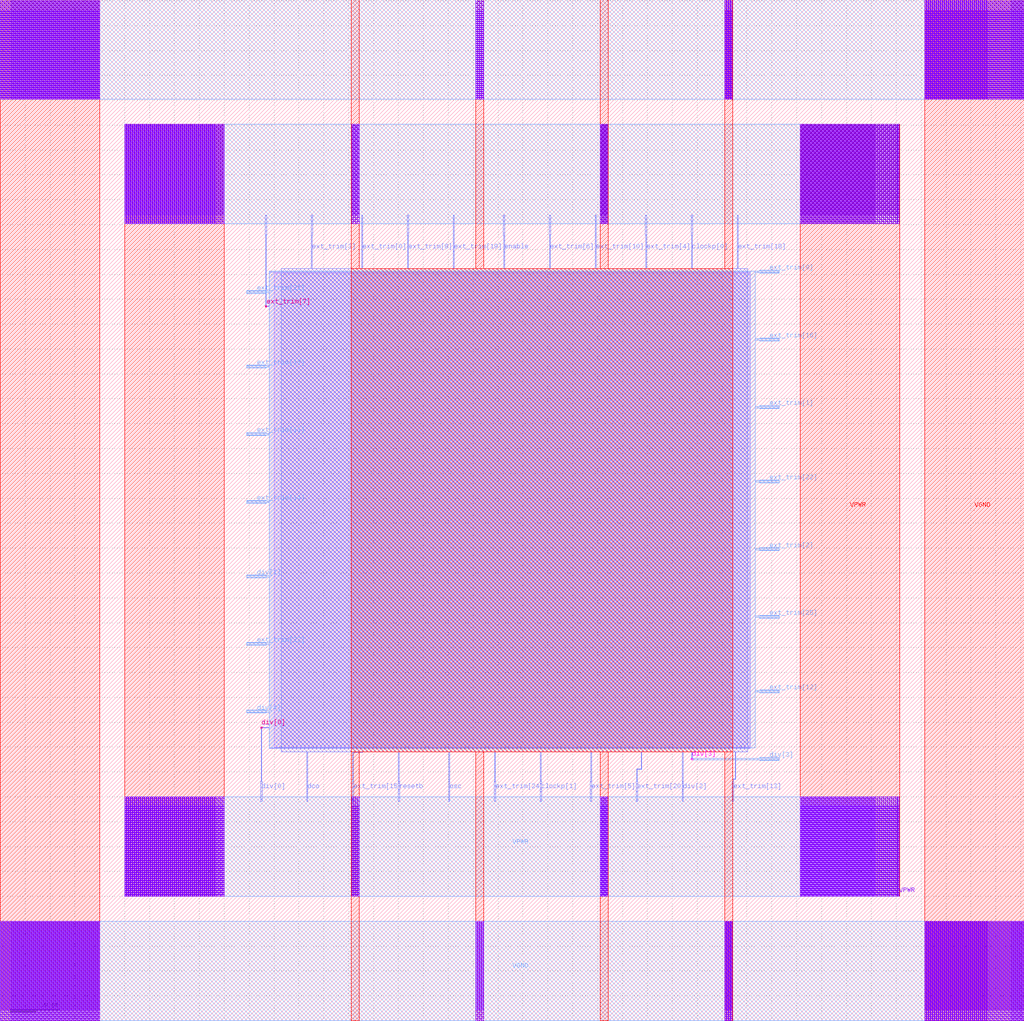
<source format=lef>
VERSION 5.7 ;
  NOWIREEXTENSIONATPIN ON ;
  DIVIDERCHAR "/" ;
  BUSBITCHARS "[]" ;
MACRO digital_pll
  CLASS BLOCK ;
  FOREIGN digital_pll ;
  ORIGIN 0.000 0.000 ;
  SIZE 205.680 BY 205.200 ;
  PIN clockp[0]
    DIRECTION OUTPUT TRISTATE ;
    PORT
      LAYER met2 ;
        RECT 138.810 157.880 139.090 161.880 ;
        RECT 138.880 151.200 139.020 157.880 ;
    END
  END clockp[0]
  PIN clockp[1]
    DIRECTION OUTPUT TRISTATE ;
    PORT
      LAYER met2 ;
        RECT 108.520 48.120 108.660 54.000 ;
        RECT 108.450 44.120 108.730 48.120 ;
    END
  END clockp[1]
  PIN dco
    DIRECTION INPUT ;
    PORT
      LAYER met2 ;
        RECT 61.600 48.120 61.740 54.000 ;
        RECT 61.530 44.120 61.810 48.120 ;
    END
  END dco
  PIN div[0]
    DIRECTION INPUT ;
    PORT
      LAYER met1 ;
        RECT 52.310 58.980 52.630 59.040 ;
        RECT 52.310 58.840 54.000 58.980 ;
        RECT 52.310 58.780 52.630 58.840 ;
      LAYER via ;
        RECT 52.340 58.780 52.600 59.040 ;
      LAYER met2 ;
        RECT 52.340 58.750 52.600 59.070 ;
        RECT 52.400 48.120 52.540 58.750 ;
        RECT 52.330 44.120 52.610 48.120 ;
    END
  END div[0]
  PIN div[1]
    DIRECTION INPUT ;
    PORT
      LAYER met3 ;
        RECT 49.480 89.490 53.480 89.640 ;
        RECT 49.480 89.190 54.000 89.490 ;
        RECT 49.480 89.040 53.480 89.190 ;
    END
  END div[1]
  PIN div[2]
    DIRECTION INPUT ;
    PORT
      LAYER met2 ;
        RECT 137.040 48.120 137.180 54.000 ;
        RECT 136.970 44.120 137.250 48.120 ;
    END
  END div[2]
  PIN div[3]
    DIRECTION INPUT ;
    PORT
      LAYER met2 ;
        RECT 138.880 52.805 139.020 54.000 ;
        RECT 138.810 52.435 139.090 52.805 ;
      LAYER via2 ;
        RECT 138.810 52.480 139.090 52.760 ;
      LAYER met3 ;
        RECT 138.785 52.770 139.115 52.785 ;
        RECT 152.520 52.770 156.520 52.920 ;
        RECT 138.785 52.470 156.520 52.770 ;
        RECT 138.785 52.455 139.115 52.470 ;
        RECT 152.520 52.320 156.520 52.470 ;
    END
  END div[3]
  PIN div[4]
    DIRECTION INPUT ;
    PORT
      LAYER met3 ;
        RECT 49.480 62.290 53.480 62.440 ;
        RECT 49.480 61.990 54.000 62.290 ;
        RECT 49.480 61.840 53.480 61.990 ;
    END
  END div[4]
  PIN enable
    DIRECTION INPUT ;
    PORT
      LAYER met2 ;
        RECT 101.090 157.880 101.370 161.880 ;
        RECT 101.160 151.200 101.300 157.880 ;
    END
  END enable
  PIN ext_trim[0]
    DIRECTION INPUT ;
    PORT
      LAYER met2 ;
        RECT 72.570 157.880 72.850 161.880 ;
        RECT 72.640 151.200 72.780 157.880 ;
    END
  END ext_trim[0]
  PIN ext_trim[10]
    DIRECTION INPUT ;
    PORT
      LAYER met2 ;
        RECT 119.490 157.880 119.770 161.880 ;
        RECT 119.560 151.200 119.700 157.880 ;
    END
  END ext_trim[10]
  PIN ext_trim[11]
    DIRECTION INPUT ;
    PORT
      LAYER met3 ;
        RECT 49.480 118.050 53.480 118.200 ;
        RECT 49.480 117.750 54.000 118.050 ;
        RECT 49.480 117.600 53.480 117.750 ;
    END
  END ext_trim[11]
  PIN ext_trim[12]
    DIRECTION INPUT ;
    PORT
      LAYER met3 ;
        RECT 152.520 66.370 156.520 66.520 ;
        RECT 151.680 66.070 156.520 66.370 ;
        RECT 152.520 65.920 156.520 66.070 ;
    END
  END ext_trim[12]
  PIN ext_trim[13]
    DIRECTION INPUT ;
    PORT
      LAYER met2 ;
        RECT 147.620 48.610 147.760 54.000 ;
        RECT 147.160 48.470 147.760 48.610 ;
        RECT 147.160 48.120 147.300 48.470 ;
        RECT 147.090 44.120 147.370 48.120 ;
    END
  END ext_trim[13]
  PIN ext_trim[14]
    DIRECTION INPUT ;
    PORT
      LAYER met3 ;
        RECT 49.480 104.450 53.480 104.600 ;
        RECT 49.480 104.150 54.000 104.450 ;
        RECT 49.480 104.000 53.480 104.150 ;
    END
  END ext_trim[14]
  PIN ext_trim[15]
    DIRECTION INPUT ;
    PORT
      LAYER met2 ;
        RECT 70.800 53.910 72.780 54.000 ;
        RECT 70.800 48.120 70.940 53.910 ;
        RECT 70.730 44.120 71.010 48.120 ;
    END
  END ext_trim[15]
  PIN ext_trim[16]
    DIRECTION INPUT ;
    PORT
      LAYER met3 ;
        RECT 152.520 137.090 156.520 137.240 ;
        RECT 151.680 136.790 156.520 137.090 ;
        RECT 152.520 136.640 156.520 136.790 ;
    END
  END ext_trim[16]
  PIN ext_trim[17]
    DIRECTION INPUT ;
    PORT
      LAYER met3 ;
        RECT 49.480 131.650 53.480 131.800 ;
        RECT 49.480 131.350 54.000 131.650 ;
        RECT 49.480 131.200 53.480 131.350 ;
    END
  END ext_trim[17]
  PIN ext_trim[18]
    DIRECTION INPUT ;
    PORT
      LAYER met2 ;
        RECT 148.010 157.880 148.290 161.880 ;
        RECT 148.080 151.200 148.220 157.880 ;
    END
  END ext_trim[18]
  PIN ext_trim[19]
    DIRECTION INPUT ;
    PORT
      LAYER met2 ;
        RECT 90.970 157.880 91.250 161.880 ;
        RECT 91.040 151.200 91.180 157.880 ;
    END
  END ext_trim[19]
  PIN ext_trim[1]
    DIRECTION INPUT ;
    PORT
      LAYER met3 ;
        RECT 152.520 123.490 156.520 123.640 ;
        RECT 151.680 123.190 156.520 123.490 ;
        RECT 152.520 123.040 156.520 123.190 ;
    END
  END ext_trim[1]
  PIN ext_trim[20]
    DIRECTION INPUT ;
    PORT
      LAYER met2 ;
        RECT 128.760 50.650 128.900 54.000 ;
        RECT 127.840 50.510 128.900 50.650 ;
        RECT 127.840 48.120 127.980 50.510 ;
        RECT 127.770 44.120 128.050 48.120 ;
    END
  END ext_trim[20]
  PIN ext_trim[21]
    DIRECTION INPUT ;
    PORT
      LAYER met3 ;
        RECT 49.480 146.610 53.480 146.760 ;
        RECT 49.480 146.310 54.000 146.610 ;
        RECT 49.480 146.160 53.480 146.310 ;
    END
  END ext_trim[21]
  PIN ext_trim[22]
    DIRECTION INPUT ;
    PORT
      LAYER met3 ;
        RECT 152.520 108.530 156.520 108.680 ;
        RECT 151.680 108.230 156.520 108.530 ;
        RECT 152.520 108.080 156.520 108.230 ;
    END
  END ext_trim[22]
  PIN ext_trim[23]
    DIRECTION INPUT ;
    PORT
      LAYER met3 ;
        RECT 49.480 75.890 53.480 76.040 ;
        RECT 49.480 75.590 54.000 75.890 ;
        RECT 49.480 75.440 53.480 75.590 ;
    END
  END ext_trim[23]
  PIN ext_trim[24]
    DIRECTION INPUT ;
    PORT
      LAYER met2 ;
        RECT 99.320 48.120 99.460 54.000 ;
        RECT 99.250 44.120 99.530 48.120 ;
    END
  END ext_trim[24]
  PIN ext_trim[25]
    DIRECTION INPUT ;
    PORT
      LAYER met3 ;
        RECT 152.520 81.330 156.520 81.480 ;
        RECT 151.680 81.030 156.520 81.330 ;
        RECT 152.520 80.880 156.520 81.030 ;
    END
  END ext_trim[25]
  PIN ext_trim[2]
    DIRECTION INPUT ;
    PORT
      LAYER met3 ;
        RECT 152.520 94.930 156.520 95.080 ;
        RECT 151.680 94.630 156.520 94.930 ;
        RECT 152.520 94.480 156.520 94.630 ;
    END
  END ext_trim[2]
  PIN ext_trim[3]
    DIRECTION INPUT ;
    PORT
      LAYER met2 ;
        RECT 62.450 157.880 62.730 161.880 ;
        RECT 62.520 151.200 62.660 157.880 ;
    END
  END ext_trim[3]
  PIN ext_trim[4]
    DIRECTION INPUT ;
    PORT
      LAYER met2 ;
        RECT 129.610 157.880 129.890 161.880 ;
        RECT 129.680 151.200 129.820 157.880 ;
    END
  END ext_trim[4]
  PIN ext_trim[5]
    DIRECTION INPUT ;
    PORT
      LAYER met2 ;
        RECT 118.640 48.120 118.780 54.000 ;
        RECT 118.570 44.120 118.850 48.120 ;
    END
  END ext_trim[5]
  PIN ext_trim[6]
    DIRECTION INPUT ;
    PORT
      LAYER met2 ;
        RECT 110.290 157.880 110.570 161.880 ;
        RECT 110.360 151.200 110.500 157.880 ;
    END
  END ext_trim[6]
  PIN ext_trim[7]
    DIRECTION INPUT ;
    PORT
      LAYER met1 ;
        RECT 53.230 143.640 53.550 143.700 ;
        RECT 53.230 143.500 54.000 143.640 ;
        RECT 53.230 143.440 53.550 143.500 ;
      LAYER via ;
        RECT 53.260 143.440 53.520 143.700 ;
      LAYER met2 ;
        RECT 53.250 157.880 53.530 161.880 ;
        RECT 53.320 143.730 53.460 157.880 ;
        RECT 53.260 143.410 53.520 143.730 ;
    END
  END ext_trim[7]
  PIN ext_trim[8]
    DIRECTION INPUT ;
    PORT
      LAYER met2 ;
        RECT 81.770 157.880 82.050 161.880 ;
        RECT 81.840 151.200 81.980 157.880 ;
    END
  END ext_trim[8]
  PIN ext_trim[9]
    DIRECTION INPUT ;
    PORT
      LAYER met3 ;
        RECT 152.520 150.690 156.520 150.840 ;
        RECT 151.680 150.390 156.520 150.690 ;
        RECT 152.520 150.240 156.520 150.390 ;
    END
  END ext_trim[9]
  PIN osc
    DIRECTION INPUT ;
    PORT
      LAYER met2 ;
        RECT 90.120 48.120 90.260 54.000 ;
        RECT 90.050 44.120 90.330 48.120 ;
    END
  END osc
  PIN resetb
    DIRECTION INPUT ;
    PORT
      LAYER met2 ;
        RECT 80.000 48.120 80.140 54.000 ;
        RECT 79.930 44.120 80.210 48.120 ;
    END
  END resetb
  PIN VPWR
    DIRECTION INPUT ;
    USE POWER ;
    PORT
      LAYER met3 ;
        RECT 25.000 160.200 180.680 180.200 ;
        RECT 25.000 25.000 180.680 45.000 ;
      LAYER via3 ;
        RECT 25.040 179.840 25.360 180.160 ;
        RECT 25.440 179.840 25.760 180.160 ;
        RECT 25.840 179.840 26.160 180.160 ;
        RECT 26.240 179.840 26.560 180.160 ;
        RECT 26.640 179.840 26.960 180.160 ;
        RECT 27.040 179.840 27.360 180.160 ;
        RECT 27.440 179.840 27.760 180.160 ;
        RECT 27.840 179.840 28.160 180.160 ;
        RECT 28.240 179.840 28.560 180.160 ;
        RECT 28.640 179.840 28.960 180.160 ;
        RECT 29.040 179.840 29.360 180.160 ;
        RECT 29.440 179.840 29.760 180.160 ;
        RECT 29.840 179.840 30.160 180.160 ;
        RECT 30.240 179.840 30.560 180.160 ;
        RECT 30.640 179.840 30.960 180.160 ;
        RECT 31.040 179.840 31.360 180.160 ;
        RECT 31.440 179.840 31.760 180.160 ;
        RECT 31.840 179.840 32.160 180.160 ;
        RECT 32.240 179.840 32.560 180.160 ;
        RECT 32.640 179.840 32.960 180.160 ;
        RECT 33.040 179.840 33.360 180.160 ;
        RECT 33.440 179.840 33.760 180.160 ;
        RECT 33.840 179.840 34.160 180.160 ;
        RECT 34.240 179.840 34.560 180.160 ;
        RECT 34.640 179.840 34.960 180.160 ;
        RECT 35.040 179.840 35.360 180.160 ;
        RECT 35.440 179.840 35.760 180.160 ;
        RECT 35.840 179.840 36.160 180.160 ;
        RECT 36.240 179.840 36.560 180.160 ;
        RECT 36.640 179.840 36.960 180.160 ;
        RECT 37.040 179.840 37.360 180.160 ;
        RECT 37.440 179.840 37.760 180.160 ;
        RECT 37.840 179.840 38.160 180.160 ;
        RECT 38.240 179.840 38.560 180.160 ;
        RECT 38.640 179.840 38.960 180.160 ;
        RECT 39.040 179.840 39.360 180.160 ;
        RECT 39.440 179.840 39.760 180.160 ;
        RECT 39.840 179.840 40.160 180.160 ;
        RECT 40.240 179.840 40.560 180.160 ;
        RECT 40.640 179.840 40.960 180.160 ;
        RECT 41.040 179.840 41.360 180.160 ;
        RECT 41.440 179.840 41.760 180.160 ;
        RECT 41.840 179.840 42.160 180.160 ;
        RECT 42.240 179.840 42.560 180.160 ;
        RECT 42.640 179.840 42.960 180.160 ;
        RECT 43.040 179.840 43.360 180.160 ;
        RECT 43.440 179.840 43.760 180.160 ;
        RECT 43.840 179.840 44.160 180.160 ;
        RECT 44.240 179.840 44.560 180.160 ;
        RECT 44.640 179.840 44.960 180.160 ;
        RECT 70.560 179.840 70.880 180.160 ;
        RECT 70.960 179.840 71.280 180.160 ;
        RECT 71.360 179.840 71.680 180.160 ;
        RECT 71.760 179.840 72.080 180.160 ;
        RECT 120.560 179.840 120.880 180.160 ;
        RECT 120.960 179.840 121.280 180.160 ;
        RECT 121.360 179.840 121.680 180.160 ;
        RECT 121.760 179.840 122.080 180.160 ;
        RECT 160.720 179.840 161.040 180.160 ;
        RECT 161.120 179.840 161.440 180.160 ;
        RECT 161.520 179.840 161.840 180.160 ;
        RECT 161.920 179.840 162.240 180.160 ;
        RECT 162.320 179.840 162.640 180.160 ;
        RECT 162.720 179.840 163.040 180.160 ;
        RECT 163.120 179.840 163.440 180.160 ;
        RECT 163.520 179.840 163.840 180.160 ;
        RECT 163.920 179.840 164.240 180.160 ;
        RECT 164.320 179.840 164.640 180.160 ;
        RECT 164.720 179.840 165.040 180.160 ;
        RECT 165.120 179.840 165.440 180.160 ;
        RECT 165.520 179.840 165.840 180.160 ;
        RECT 165.920 179.840 166.240 180.160 ;
        RECT 166.320 179.840 166.640 180.160 ;
        RECT 166.720 179.840 167.040 180.160 ;
        RECT 167.120 179.840 167.440 180.160 ;
        RECT 167.520 179.840 167.840 180.160 ;
        RECT 167.920 179.840 168.240 180.160 ;
        RECT 168.320 179.840 168.640 180.160 ;
        RECT 168.720 179.840 169.040 180.160 ;
        RECT 169.120 179.840 169.440 180.160 ;
        RECT 169.520 179.840 169.840 180.160 ;
        RECT 169.920 179.840 170.240 180.160 ;
        RECT 170.320 179.840 170.640 180.160 ;
        RECT 170.720 179.840 171.040 180.160 ;
        RECT 171.120 179.840 171.440 180.160 ;
        RECT 171.520 179.840 171.840 180.160 ;
        RECT 171.920 179.840 172.240 180.160 ;
        RECT 172.320 179.840 172.640 180.160 ;
        RECT 172.720 179.840 173.040 180.160 ;
        RECT 173.120 179.840 173.440 180.160 ;
        RECT 173.520 179.840 173.840 180.160 ;
        RECT 173.920 179.840 174.240 180.160 ;
        RECT 174.320 179.840 174.640 180.160 ;
        RECT 174.720 179.840 175.040 180.160 ;
        RECT 175.120 179.840 175.440 180.160 ;
        RECT 175.520 179.840 175.840 180.160 ;
        RECT 175.920 179.840 176.240 180.160 ;
        RECT 176.320 179.840 176.640 180.160 ;
        RECT 176.720 179.840 177.040 180.160 ;
        RECT 177.120 179.840 177.440 180.160 ;
        RECT 177.520 179.840 177.840 180.160 ;
        RECT 177.920 179.840 178.240 180.160 ;
        RECT 178.320 179.840 178.640 180.160 ;
        RECT 178.720 179.840 179.040 180.160 ;
        RECT 179.120 179.840 179.440 180.160 ;
        RECT 179.520 179.840 179.840 180.160 ;
        RECT 179.920 179.840 180.240 180.160 ;
        RECT 180.320 179.840 180.640 180.160 ;
        RECT 25.040 179.440 25.360 179.760 ;
        RECT 25.440 179.440 25.760 179.760 ;
        RECT 25.840 179.440 26.160 179.760 ;
        RECT 26.240 179.440 26.560 179.760 ;
        RECT 26.640 179.440 26.960 179.760 ;
        RECT 27.040 179.440 27.360 179.760 ;
        RECT 27.440 179.440 27.760 179.760 ;
        RECT 27.840 179.440 28.160 179.760 ;
        RECT 28.240 179.440 28.560 179.760 ;
        RECT 28.640 179.440 28.960 179.760 ;
        RECT 29.040 179.440 29.360 179.760 ;
        RECT 29.440 179.440 29.760 179.760 ;
        RECT 29.840 179.440 30.160 179.760 ;
        RECT 30.240 179.440 30.560 179.760 ;
        RECT 30.640 179.440 30.960 179.760 ;
        RECT 31.040 179.440 31.360 179.760 ;
        RECT 31.440 179.440 31.760 179.760 ;
        RECT 31.840 179.440 32.160 179.760 ;
        RECT 32.240 179.440 32.560 179.760 ;
        RECT 32.640 179.440 32.960 179.760 ;
        RECT 33.040 179.440 33.360 179.760 ;
        RECT 33.440 179.440 33.760 179.760 ;
        RECT 33.840 179.440 34.160 179.760 ;
        RECT 34.240 179.440 34.560 179.760 ;
        RECT 34.640 179.440 34.960 179.760 ;
        RECT 35.040 179.440 35.360 179.760 ;
        RECT 35.440 179.440 35.760 179.760 ;
        RECT 35.840 179.440 36.160 179.760 ;
        RECT 36.240 179.440 36.560 179.760 ;
        RECT 36.640 179.440 36.960 179.760 ;
        RECT 37.040 179.440 37.360 179.760 ;
        RECT 37.440 179.440 37.760 179.760 ;
        RECT 37.840 179.440 38.160 179.760 ;
        RECT 38.240 179.440 38.560 179.760 ;
        RECT 38.640 179.440 38.960 179.760 ;
        RECT 39.040 179.440 39.360 179.760 ;
        RECT 39.440 179.440 39.760 179.760 ;
        RECT 39.840 179.440 40.160 179.760 ;
        RECT 40.240 179.440 40.560 179.760 ;
        RECT 40.640 179.440 40.960 179.760 ;
        RECT 41.040 179.440 41.360 179.760 ;
        RECT 41.440 179.440 41.760 179.760 ;
        RECT 41.840 179.440 42.160 179.760 ;
        RECT 42.240 179.440 42.560 179.760 ;
        RECT 42.640 179.440 42.960 179.760 ;
        RECT 43.040 179.440 43.360 179.760 ;
        RECT 43.440 179.440 43.760 179.760 ;
        RECT 43.840 179.440 44.160 179.760 ;
        RECT 44.240 179.440 44.560 179.760 ;
        RECT 44.640 179.440 44.960 179.760 ;
        RECT 70.560 179.440 70.880 179.760 ;
        RECT 70.960 179.440 71.280 179.760 ;
        RECT 71.360 179.440 71.680 179.760 ;
        RECT 71.760 179.440 72.080 179.760 ;
        RECT 120.560 179.440 120.880 179.760 ;
        RECT 120.960 179.440 121.280 179.760 ;
        RECT 121.360 179.440 121.680 179.760 ;
        RECT 121.760 179.440 122.080 179.760 ;
        RECT 160.720 179.440 161.040 179.760 ;
        RECT 161.120 179.440 161.440 179.760 ;
        RECT 161.520 179.440 161.840 179.760 ;
        RECT 161.920 179.440 162.240 179.760 ;
        RECT 162.320 179.440 162.640 179.760 ;
        RECT 162.720 179.440 163.040 179.760 ;
        RECT 163.120 179.440 163.440 179.760 ;
        RECT 163.520 179.440 163.840 179.760 ;
        RECT 163.920 179.440 164.240 179.760 ;
        RECT 164.320 179.440 164.640 179.760 ;
        RECT 164.720 179.440 165.040 179.760 ;
        RECT 165.120 179.440 165.440 179.760 ;
        RECT 165.520 179.440 165.840 179.760 ;
        RECT 165.920 179.440 166.240 179.760 ;
        RECT 166.320 179.440 166.640 179.760 ;
        RECT 166.720 179.440 167.040 179.760 ;
        RECT 167.120 179.440 167.440 179.760 ;
        RECT 167.520 179.440 167.840 179.760 ;
        RECT 167.920 179.440 168.240 179.760 ;
        RECT 168.320 179.440 168.640 179.760 ;
        RECT 168.720 179.440 169.040 179.760 ;
        RECT 169.120 179.440 169.440 179.760 ;
        RECT 169.520 179.440 169.840 179.760 ;
        RECT 169.920 179.440 170.240 179.760 ;
        RECT 170.320 179.440 170.640 179.760 ;
        RECT 170.720 179.440 171.040 179.760 ;
        RECT 171.120 179.440 171.440 179.760 ;
        RECT 171.520 179.440 171.840 179.760 ;
        RECT 171.920 179.440 172.240 179.760 ;
        RECT 172.320 179.440 172.640 179.760 ;
        RECT 172.720 179.440 173.040 179.760 ;
        RECT 173.120 179.440 173.440 179.760 ;
        RECT 173.520 179.440 173.840 179.760 ;
        RECT 173.920 179.440 174.240 179.760 ;
        RECT 174.320 179.440 174.640 179.760 ;
        RECT 174.720 179.440 175.040 179.760 ;
        RECT 175.120 179.440 175.440 179.760 ;
        RECT 175.520 179.440 175.840 179.760 ;
        RECT 175.920 179.440 176.240 179.760 ;
        RECT 176.320 179.440 176.640 179.760 ;
        RECT 176.720 179.440 177.040 179.760 ;
        RECT 177.120 179.440 177.440 179.760 ;
        RECT 177.520 179.440 177.840 179.760 ;
        RECT 177.920 179.440 178.240 179.760 ;
        RECT 178.320 179.440 178.640 179.760 ;
        RECT 178.720 179.440 179.040 179.760 ;
        RECT 179.120 179.440 179.440 179.760 ;
        RECT 179.520 179.440 179.840 179.760 ;
        RECT 179.920 179.440 180.240 179.760 ;
        RECT 180.320 179.440 180.640 179.760 ;
        RECT 25.040 179.040 25.360 179.360 ;
        RECT 25.440 179.040 25.760 179.360 ;
        RECT 25.840 179.040 26.160 179.360 ;
        RECT 26.240 179.040 26.560 179.360 ;
        RECT 26.640 179.040 26.960 179.360 ;
        RECT 27.040 179.040 27.360 179.360 ;
        RECT 27.440 179.040 27.760 179.360 ;
        RECT 27.840 179.040 28.160 179.360 ;
        RECT 28.240 179.040 28.560 179.360 ;
        RECT 28.640 179.040 28.960 179.360 ;
        RECT 29.040 179.040 29.360 179.360 ;
        RECT 29.440 179.040 29.760 179.360 ;
        RECT 29.840 179.040 30.160 179.360 ;
        RECT 30.240 179.040 30.560 179.360 ;
        RECT 30.640 179.040 30.960 179.360 ;
        RECT 31.040 179.040 31.360 179.360 ;
        RECT 31.440 179.040 31.760 179.360 ;
        RECT 31.840 179.040 32.160 179.360 ;
        RECT 32.240 179.040 32.560 179.360 ;
        RECT 32.640 179.040 32.960 179.360 ;
        RECT 33.040 179.040 33.360 179.360 ;
        RECT 33.440 179.040 33.760 179.360 ;
        RECT 33.840 179.040 34.160 179.360 ;
        RECT 34.240 179.040 34.560 179.360 ;
        RECT 34.640 179.040 34.960 179.360 ;
        RECT 35.040 179.040 35.360 179.360 ;
        RECT 35.440 179.040 35.760 179.360 ;
        RECT 35.840 179.040 36.160 179.360 ;
        RECT 36.240 179.040 36.560 179.360 ;
        RECT 36.640 179.040 36.960 179.360 ;
        RECT 37.040 179.040 37.360 179.360 ;
        RECT 37.440 179.040 37.760 179.360 ;
        RECT 37.840 179.040 38.160 179.360 ;
        RECT 38.240 179.040 38.560 179.360 ;
        RECT 38.640 179.040 38.960 179.360 ;
        RECT 39.040 179.040 39.360 179.360 ;
        RECT 39.440 179.040 39.760 179.360 ;
        RECT 39.840 179.040 40.160 179.360 ;
        RECT 40.240 179.040 40.560 179.360 ;
        RECT 40.640 179.040 40.960 179.360 ;
        RECT 41.040 179.040 41.360 179.360 ;
        RECT 41.440 179.040 41.760 179.360 ;
        RECT 41.840 179.040 42.160 179.360 ;
        RECT 42.240 179.040 42.560 179.360 ;
        RECT 42.640 179.040 42.960 179.360 ;
        RECT 43.040 179.040 43.360 179.360 ;
        RECT 43.440 179.040 43.760 179.360 ;
        RECT 43.840 179.040 44.160 179.360 ;
        RECT 44.240 179.040 44.560 179.360 ;
        RECT 44.640 179.040 44.960 179.360 ;
        RECT 70.560 179.040 70.880 179.360 ;
        RECT 70.960 179.040 71.280 179.360 ;
        RECT 71.360 179.040 71.680 179.360 ;
        RECT 71.760 179.040 72.080 179.360 ;
        RECT 120.560 179.040 120.880 179.360 ;
        RECT 120.960 179.040 121.280 179.360 ;
        RECT 121.360 179.040 121.680 179.360 ;
        RECT 121.760 179.040 122.080 179.360 ;
        RECT 160.720 179.040 161.040 179.360 ;
        RECT 161.120 179.040 161.440 179.360 ;
        RECT 161.520 179.040 161.840 179.360 ;
        RECT 161.920 179.040 162.240 179.360 ;
        RECT 162.320 179.040 162.640 179.360 ;
        RECT 162.720 179.040 163.040 179.360 ;
        RECT 163.120 179.040 163.440 179.360 ;
        RECT 163.520 179.040 163.840 179.360 ;
        RECT 163.920 179.040 164.240 179.360 ;
        RECT 164.320 179.040 164.640 179.360 ;
        RECT 164.720 179.040 165.040 179.360 ;
        RECT 165.120 179.040 165.440 179.360 ;
        RECT 165.520 179.040 165.840 179.360 ;
        RECT 165.920 179.040 166.240 179.360 ;
        RECT 166.320 179.040 166.640 179.360 ;
        RECT 166.720 179.040 167.040 179.360 ;
        RECT 167.120 179.040 167.440 179.360 ;
        RECT 167.520 179.040 167.840 179.360 ;
        RECT 167.920 179.040 168.240 179.360 ;
        RECT 168.320 179.040 168.640 179.360 ;
        RECT 168.720 179.040 169.040 179.360 ;
        RECT 169.120 179.040 169.440 179.360 ;
        RECT 169.520 179.040 169.840 179.360 ;
        RECT 169.920 179.040 170.240 179.360 ;
        RECT 170.320 179.040 170.640 179.360 ;
        RECT 170.720 179.040 171.040 179.360 ;
        RECT 171.120 179.040 171.440 179.360 ;
        RECT 171.520 179.040 171.840 179.360 ;
        RECT 171.920 179.040 172.240 179.360 ;
        RECT 172.320 179.040 172.640 179.360 ;
        RECT 172.720 179.040 173.040 179.360 ;
        RECT 173.120 179.040 173.440 179.360 ;
        RECT 173.520 179.040 173.840 179.360 ;
        RECT 173.920 179.040 174.240 179.360 ;
        RECT 174.320 179.040 174.640 179.360 ;
        RECT 174.720 179.040 175.040 179.360 ;
        RECT 175.120 179.040 175.440 179.360 ;
        RECT 175.520 179.040 175.840 179.360 ;
        RECT 175.920 179.040 176.240 179.360 ;
        RECT 176.320 179.040 176.640 179.360 ;
        RECT 176.720 179.040 177.040 179.360 ;
        RECT 177.120 179.040 177.440 179.360 ;
        RECT 177.520 179.040 177.840 179.360 ;
        RECT 177.920 179.040 178.240 179.360 ;
        RECT 178.320 179.040 178.640 179.360 ;
        RECT 178.720 179.040 179.040 179.360 ;
        RECT 179.120 179.040 179.440 179.360 ;
        RECT 179.520 179.040 179.840 179.360 ;
        RECT 179.920 179.040 180.240 179.360 ;
        RECT 180.320 179.040 180.640 179.360 ;
        RECT 25.040 178.640 25.360 178.960 ;
        RECT 25.440 178.640 25.760 178.960 ;
        RECT 25.840 178.640 26.160 178.960 ;
        RECT 26.240 178.640 26.560 178.960 ;
        RECT 26.640 178.640 26.960 178.960 ;
        RECT 27.040 178.640 27.360 178.960 ;
        RECT 27.440 178.640 27.760 178.960 ;
        RECT 27.840 178.640 28.160 178.960 ;
        RECT 28.240 178.640 28.560 178.960 ;
        RECT 28.640 178.640 28.960 178.960 ;
        RECT 29.040 178.640 29.360 178.960 ;
        RECT 29.440 178.640 29.760 178.960 ;
        RECT 29.840 178.640 30.160 178.960 ;
        RECT 30.240 178.640 30.560 178.960 ;
        RECT 30.640 178.640 30.960 178.960 ;
        RECT 31.040 178.640 31.360 178.960 ;
        RECT 31.440 178.640 31.760 178.960 ;
        RECT 31.840 178.640 32.160 178.960 ;
        RECT 32.240 178.640 32.560 178.960 ;
        RECT 32.640 178.640 32.960 178.960 ;
        RECT 33.040 178.640 33.360 178.960 ;
        RECT 33.440 178.640 33.760 178.960 ;
        RECT 33.840 178.640 34.160 178.960 ;
        RECT 34.240 178.640 34.560 178.960 ;
        RECT 34.640 178.640 34.960 178.960 ;
        RECT 35.040 178.640 35.360 178.960 ;
        RECT 35.440 178.640 35.760 178.960 ;
        RECT 35.840 178.640 36.160 178.960 ;
        RECT 36.240 178.640 36.560 178.960 ;
        RECT 36.640 178.640 36.960 178.960 ;
        RECT 37.040 178.640 37.360 178.960 ;
        RECT 37.440 178.640 37.760 178.960 ;
        RECT 37.840 178.640 38.160 178.960 ;
        RECT 38.240 178.640 38.560 178.960 ;
        RECT 38.640 178.640 38.960 178.960 ;
        RECT 39.040 178.640 39.360 178.960 ;
        RECT 39.440 178.640 39.760 178.960 ;
        RECT 39.840 178.640 40.160 178.960 ;
        RECT 40.240 178.640 40.560 178.960 ;
        RECT 40.640 178.640 40.960 178.960 ;
        RECT 41.040 178.640 41.360 178.960 ;
        RECT 41.440 178.640 41.760 178.960 ;
        RECT 41.840 178.640 42.160 178.960 ;
        RECT 42.240 178.640 42.560 178.960 ;
        RECT 42.640 178.640 42.960 178.960 ;
        RECT 43.040 178.640 43.360 178.960 ;
        RECT 43.440 178.640 43.760 178.960 ;
        RECT 43.840 178.640 44.160 178.960 ;
        RECT 44.240 178.640 44.560 178.960 ;
        RECT 44.640 178.640 44.960 178.960 ;
        RECT 70.560 178.640 70.880 178.960 ;
        RECT 70.960 178.640 71.280 178.960 ;
        RECT 71.360 178.640 71.680 178.960 ;
        RECT 71.760 178.640 72.080 178.960 ;
        RECT 120.560 178.640 120.880 178.960 ;
        RECT 120.960 178.640 121.280 178.960 ;
        RECT 121.360 178.640 121.680 178.960 ;
        RECT 121.760 178.640 122.080 178.960 ;
        RECT 160.720 178.640 161.040 178.960 ;
        RECT 161.120 178.640 161.440 178.960 ;
        RECT 161.520 178.640 161.840 178.960 ;
        RECT 161.920 178.640 162.240 178.960 ;
        RECT 162.320 178.640 162.640 178.960 ;
        RECT 162.720 178.640 163.040 178.960 ;
        RECT 163.120 178.640 163.440 178.960 ;
        RECT 163.520 178.640 163.840 178.960 ;
        RECT 163.920 178.640 164.240 178.960 ;
        RECT 164.320 178.640 164.640 178.960 ;
        RECT 164.720 178.640 165.040 178.960 ;
        RECT 165.120 178.640 165.440 178.960 ;
        RECT 165.520 178.640 165.840 178.960 ;
        RECT 165.920 178.640 166.240 178.960 ;
        RECT 166.320 178.640 166.640 178.960 ;
        RECT 166.720 178.640 167.040 178.960 ;
        RECT 167.120 178.640 167.440 178.960 ;
        RECT 167.520 178.640 167.840 178.960 ;
        RECT 167.920 178.640 168.240 178.960 ;
        RECT 168.320 178.640 168.640 178.960 ;
        RECT 168.720 178.640 169.040 178.960 ;
        RECT 169.120 178.640 169.440 178.960 ;
        RECT 169.520 178.640 169.840 178.960 ;
        RECT 169.920 178.640 170.240 178.960 ;
        RECT 170.320 178.640 170.640 178.960 ;
        RECT 170.720 178.640 171.040 178.960 ;
        RECT 171.120 178.640 171.440 178.960 ;
        RECT 171.520 178.640 171.840 178.960 ;
        RECT 171.920 178.640 172.240 178.960 ;
        RECT 172.320 178.640 172.640 178.960 ;
        RECT 172.720 178.640 173.040 178.960 ;
        RECT 173.120 178.640 173.440 178.960 ;
        RECT 173.520 178.640 173.840 178.960 ;
        RECT 173.920 178.640 174.240 178.960 ;
        RECT 174.320 178.640 174.640 178.960 ;
        RECT 174.720 178.640 175.040 178.960 ;
        RECT 175.120 178.640 175.440 178.960 ;
        RECT 175.520 178.640 175.840 178.960 ;
        RECT 175.920 178.640 176.240 178.960 ;
        RECT 176.320 178.640 176.640 178.960 ;
        RECT 176.720 178.640 177.040 178.960 ;
        RECT 177.120 178.640 177.440 178.960 ;
        RECT 177.520 178.640 177.840 178.960 ;
        RECT 177.920 178.640 178.240 178.960 ;
        RECT 178.320 178.640 178.640 178.960 ;
        RECT 178.720 178.640 179.040 178.960 ;
        RECT 179.120 178.640 179.440 178.960 ;
        RECT 179.520 178.640 179.840 178.960 ;
        RECT 179.920 178.640 180.240 178.960 ;
        RECT 180.320 178.640 180.640 178.960 ;
        RECT 25.040 178.240 25.360 178.560 ;
        RECT 25.440 178.240 25.760 178.560 ;
        RECT 25.840 178.240 26.160 178.560 ;
        RECT 26.240 178.240 26.560 178.560 ;
        RECT 26.640 178.240 26.960 178.560 ;
        RECT 27.040 178.240 27.360 178.560 ;
        RECT 27.440 178.240 27.760 178.560 ;
        RECT 27.840 178.240 28.160 178.560 ;
        RECT 28.240 178.240 28.560 178.560 ;
        RECT 28.640 178.240 28.960 178.560 ;
        RECT 29.040 178.240 29.360 178.560 ;
        RECT 29.440 178.240 29.760 178.560 ;
        RECT 29.840 178.240 30.160 178.560 ;
        RECT 30.240 178.240 30.560 178.560 ;
        RECT 30.640 178.240 30.960 178.560 ;
        RECT 31.040 178.240 31.360 178.560 ;
        RECT 31.440 178.240 31.760 178.560 ;
        RECT 31.840 178.240 32.160 178.560 ;
        RECT 32.240 178.240 32.560 178.560 ;
        RECT 32.640 178.240 32.960 178.560 ;
        RECT 33.040 178.240 33.360 178.560 ;
        RECT 33.440 178.240 33.760 178.560 ;
        RECT 33.840 178.240 34.160 178.560 ;
        RECT 34.240 178.240 34.560 178.560 ;
        RECT 34.640 178.240 34.960 178.560 ;
        RECT 35.040 178.240 35.360 178.560 ;
        RECT 35.440 178.240 35.760 178.560 ;
        RECT 35.840 178.240 36.160 178.560 ;
        RECT 36.240 178.240 36.560 178.560 ;
        RECT 36.640 178.240 36.960 178.560 ;
        RECT 37.040 178.240 37.360 178.560 ;
        RECT 37.440 178.240 37.760 178.560 ;
        RECT 37.840 178.240 38.160 178.560 ;
        RECT 38.240 178.240 38.560 178.560 ;
        RECT 38.640 178.240 38.960 178.560 ;
        RECT 39.040 178.240 39.360 178.560 ;
        RECT 39.440 178.240 39.760 178.560 ;
        RECT 39.840 178.240 40.160 178.560 ;
        RECT 40.240 178.240 40.560 178.560 ;
        RECT 40.640 178.240 40.960 178.560 ;
        RECT 41.040 178.240 41.360 178.560 ;
        RECT 41.440 178.240 41.760 178.560 ;
        RECT 41.840 178.240 42.160 178.560 ;
        RECT 42.240 178.240 42.560 178.560 ;
        RECT 42.640 178.240 42.960 178.560 ;
        RECT 43.040 178.240 43.360 178.560 ;
        RECT 43.440 178.240 43.760 178.560 ;
        RECT 43.840 178.240 44.160 178.560 ;
        RECT 44.240 178.240 44.560 178.560 ;
        RECT 44.640 178.240 44.960 178.560 ;
        RECT 70.560 178.240 70.880 178.560 ;
        RECT 70.960 178.240 71.280 178.560 ;
        RECT 71.360 178.240 71.680 178.560 ;
        RECT 71.760 178.240 72.080 178.560 ;
        RECT 120.560 178.240 120.880 178.560 ;
        RECT 120.960 178.240 121.280 178.560 ;
        RECT 121.360 178.240 121.680 178.560 ;
        RECT 121.760 178.240 122.080 178.560 ;
        RECT 160.720 178.240 161.040 178.560 ;
        RECT 161.120 178.240 161.440 178.560 ;
        RECT 161.520 178.240 161.840 178.560 ;
        RECT 161.920 178.240 162.240 178.560 ;
        RECT 162.320 178.240 162.640 178.560 ;
        RECT 162.720 178.240 163.040 178.560 ;
        RECT 163.120 178.240 163.440 178.560 ;
        RECT 163.520 178.240 163.840 178.560 ;
        RECT 163.920 178.240 164.240 178.560 ;
        RECT 164.320 178.240 164.640 178.560 ;
        RECT 164.720 178.240 165.040 178.560 ;
        RECT 165.120 178.240 165.440 178.560 ;
        RECT 165.520 178.240 165.840 178.560 ;
        RECT 165.920 178.240 166.240 178.560 ;
        RECT 166.320 178.240 166.640 178.560 ;
        RECT 166.720 178.240 167.040 178.560 ;
        RECT 167.120 178.240 167.440 178.560 ;
        RECT 167.520 178.240 167.840 178.560 ;
        RECT 167.920 178.240 168.240 178.560 ;
        RECT 168.320 178.240 168.640 178.560 ;
        RECT 168.720 178.240 169.040 178.560 ;
        RECT 169.120 178.240 169.440 178.560 ;
        RECT 169.520 178.240 169.840 178.560 ;
        RECT 169.920 178.240 170.240 178.560 ;
        RECT 170.320 178.240 170.640 178.560 ;
        RECT 170.720 178.240 171.040 178.560 ;
        RECT 171.120 178.240 171.440 178.560 ;
        RECT 171.520 178.240 171.840 178.560 ;
        RECT 171.920 178.240 172.240 178.560 ;
        RECT 172.320 178.240 172.640 178.560 ;
        RECT 172.720 178.240 173.040 178.560 ;
        RECT 173.120 178.240 173.440 178.560 ;
        RECT 173.520 178.240 173.840 178.560 ;
        RECT 173.920 178.240 174.240 178.560 ;
        RECT 174.320 178.240 174.640 178.560 ;
        RECT 174.720 178.240 175.040 178.560 ;
        RECT 175.120 178.240 175.440 178.560 ;
        RECT 175.520 178.240 175.840 178.560 ;
        RECT 175.920 178.240 176.240 178.560 ;
        RECT 176.320 178.240 176.640 178.560 ;
        RECT 176.720 178.240 177.040 178.560 ;
        RECT 177.120 178.240 177.440 178.560 ;
        RECT 177.520 178.240 177.840 178.560 ;
        RECT 177.920 178.240 178.240 178.560 ;
        RECT 178.320 178.240 178.640 178.560 ;
        RECT 178.720 178.240 179.040 178.560 ;
        RECT 179.120 178.240 179.440 178.560 ;
        RECT 179.520 178.240 179.840 178.560 ;
        RECT 179.920 178.240 180.240 178.560 ;
        RECT 180.320 178.240 180.640 178.560 ;
        RECT 25.040 177.840 25.360 178.160 ;
        RECT 25.440 177.840 25.760 178.160 ;
        RECT 25.840 177.840 26.160 178.160 ;
        RECT 26.240 177.840 26.560 178.160 ;
        RECT 26.640 177.840 26.960 178.160 ;
        RECT 27.040 177.840 27.360 178.160 ;
        RECT 27.440 177.840 27.760 178.160 ;
        RECT 27.840 177.840 28.160 178.160 ;
        RECT 28.240 177.840 28.560 178.160 ;
        RECT 28.640 177.840 28.960 178.160 ;
        RECT 29.040 177.840 29.360 178.160 ;
        RECT 29.440 177.840 29.760 178.160 ;
        RECT 29.840 177.840 30.160 178.160 ;
        RECT 30.240 177.840 30.560 178.160 ;
        RECT 30.640 177.840 30.960 178.160 ;
        RECT 31.040 177.840 31.360 178.160 ;
        RECT 31.440 177.840 31.760 178.160 ;
        RECT 31.840 177.840 32.160 178.160 ;
        RECT 32.240 177.840 32.560 178.160 ;
        RECT 32.640 177.840 32.960 178.160 ;
        RECT 33.040 177.840 33.360 178.160 ;
        RECT 33.440 177.840 33.760 178.160 ;
        RECT 33.840 177.840 34.160 178.160 ;
        RECT 34.240 177.840 34.560 178.160 ;
        RECT 34.640 177.840 34.960 178.160 ;
        RECT 35.040 177.840 35.360 178.160 ;
        RECT 35.440 177.840 35.760 178.160 ;
        RECT 35.840 177.840 36.160 178.160 ;
        RECT 36.240 177.840 36.560 178.160 ;
        RECT 36.640 177.840 36.960 178.160 ;
        RECT 37.040 177.840 37.360 178.160 ;
        RECT 37.440 177.840 37.760 178.160 ;
        RECT 37.840 177.840 38.160 178.160 ;
        RECT 38.240 177.840 38.560 178.160 ;
        RECT 38.640 177.840 38.960 178.160 ;
        RECT 39.040 177.840 39.360 178.160 ;
        RECT 39.440 177.840 39.760 178.160 ;
        RECT 39.840 177.840 40.160 178.160 ;
        RECT 40.240 177.840 40.560 178.160 ;
        RECT 40.640 177.840 40.960 178.160 ;
        RECT 41.040 177.840 41.360 178.160 ;
        RECT 41.440 177.840 41.760 178.160 ;
        RECT 41.840 177.840 42.160 178.160 ;
        RECT 42.240 177.840 42.560 178.160 ;
        RECT 42.640 177.840 42.960 178.160 ;
        RECT 43.040 177.840 43.360 178.160 ;
        RECT 43.440 177.840 43.760 178.160 ;
        RECT 43.840 177.840 44.160 178.160 ;
        RECT 44.240 177.840 44.560 178.160 ;
        RECT 44.640 177.840 44.960 178.160 ;
        RECT 70.560 177.840 70.880 178.160 ;
        RECT 70.960 177.840 71.280 178.160 ;
        RECT 71.360 177.840 71.680 178.160 ;
        RECT 71.760 177.840 72.080 178.160 ;
        RECT 120.560 177.840 120.880 178.160 ;
        RECT 120.960 177.840 121.280 178.160 ;
        RECT 121.360 177.840 121.680 178.160 ;
        RECT 121.760 177.840 122.080 178.160 ;
        RECT 160.720 177.840 161.040 178.160 ;
        RECT 161.120 177.840 161.440 178.160 ;
        RECT 161.520 177.840 161.840 178.160 ;
        RECT 161.920 177.840 162.240 178.160 ;
        RECT 162.320 177.840 162.640 178.160 ;
        RECT 162.720 177.840 163.040 178.160 ;
        RECT 163.120 177.840 163.440 178.160 ;
        RECT 163.520 177.840 163.840 178.160 ;
        RECT 163.920 177.840 164.240 178.160 ;
        RECT 164.320 177.840 164.640 178.160 ;
        RECT 164.720 177.840 165.040 178.160 ;
        RECT 165.120 177.840 165.440 178.160 ;
        RECT 165.520 177.840 165.840 178.160 ;
        RECT 165.920 177.840 166.240 178.160 ;
        RECT 166.320 177.840 166.640 178.160 ;
        RECT 166.720 177.840 167.040 178.160 ;
        RECT 167.120 177.840 167.440 178.160 ;
        RECT 167.520 177.840 167.840 178.160 ;
        RECT 167.920 177.840 168.240 178.160 ;
        RECT 168.320 177.840 168.640 178.160 ;
        RECT 168.720 177.840 169.040 178.160 ;
        RECT 169.120 177.840 169.440 178.160 ;
        RECT 169.520 177.840 169.840 178.160 ;
        RECT 169.920 177.840 170.240 178.160 ;
        RECT 170.320 177.840 170.640 178.160 ;
        RECT 170.720 177.840 171.040 178.160 ;
        RECT 171.120 177.840 171.440 178.160 ;
        RECT 171.520 177.840 171.840 178.160 ;
        RECT 171.920 177.840 172.240 178.160 ;
        RECT 172.320 177.840 172.640 178.160 ;
        RECT 172.720 177.840 173.040 178.160 ;
        RECT 173.120 177.840 173.440 178.160 ;
        RECT 173.520 177.840 173.840 178.160 ;
        RECT 173.920 177.840 174.240 178.160 ;
        RECT 174.320 177.840 174.640 178.160 ;
        RECT 174.720 177.840 175.040 178.160 ;
        RECT 175.120 177.840 175.440 178.160 ;
        RECT 175.520 177.840 175.840 178.160 ;
        RECT 175.920 177.840 176.240 178.160 ;
        RECT 176.320 177.840 176.640 178.160 ;
        RECT 176.720 177.840 177.040 178.160 ;
        RECT 177.120 177.840 177.440 178.160 ;
        RECT 177.520 177.840 177.840 178.160 ;
        RECT 177.920 177.840 178.240 178.160 ;
        RECT 178.320 177.840 178.640 178.160 ;
        RECT 178.720 177.840 179.040 178.160 ;
        RECT 179.120 177.840 179.440 178.160 ;
        RECT 179.520 177.840 179.840 178.160 ;
        RECT 179.920 177.840 180.240 178.160 ;
        RECT 180.320 177.840 180.640 178.160 ;
        RECT 25.040 177.440 25.360 177.760 ;
        RECT 25.440 177.440 25.760 177.760 ;
        RECT 25.840 177.440 26.160 177.760 ;
        RECT 26.240 177.440 26.560 177.760 ;
        RECT 26.640 177.440 26.960 177.760 ;
        RECT 27.040 177.440 27.360 177.760 ;
        RECT 27.440 177.440 27.760 177.760 ;
        RECT 27.840 177.440 28.160 177.760 ;
        RECT 28.240 177.440 28.560 177.760 ;
        RECT 28.640 177.440 28.960 177.760 ;
        RECT 29.040 177.440 29.360 177.760 ;
        RECT 29.440 177.440 29.760 177.760 ;
        RECT 29.840 177.440 30.160 177.760 ;
        RECT 30.240 177.440 30.560 177.760 ;
        RECT 30.640 177.440 30.960 177.760 ;
        RECT 31.040 177.440 31.360 177.760 ;
        RECT 31.440 177.440 31.760 177.760 ;
        RECT 31.840 177.440 32.160 177.760 ;
        RECT 32.240 177.440 32.560 177.760 ;
        RECT 32.640 177.440 32.960 177.760 ;
        RECT 33.040 177.440 33.360 177.760 ;
        RECT 33.440 177.440 33.760 177.760 ;
        RECT 33.840 177.440 34.160 177.760 ;
        RECT 34.240 177.440 34.560 177.760 ;
        RECT 34.640 177.440 34.960 177.760 ;
        RECT 35.040 177.440 35.360 177.760 ;
        RECT 35.440 177.440 35.760 177.760 ;
        RECT 35.840 177.440 36.160 177.760 ;
        RECT 36.240 177.440 36.560 177.760 ;
        RECT 36.640 177.440 36.960 177.760 ;
        RECT 37.040 177.440 37.360 177.760 ;
        RECT 37.440 177.440 37.760 177.760 ;
        RECT 37.840 177.440 38.160 177.760 ;
        RECT 38.240 177.440 38.560 177.760 ;
        RECT 38.640 177.440 38.960 177.760 ;
        RECT 39.040 177.440 39.360 177.760 ;
        RECT 39.440 177.440 39.760 177.760 ;
        RECT 39.840 177.440 40.160 177.760 ;
        RECT 40.240 177.440 40.560 177.760 ;
        RECT 40.640 177.440 40.960 177.760 ;
        RECT 41.040 177.440 41.360 177.760 ;
        RECT 41.440 177.440 41.760 177.760 ;
        RECT 41.840 177.440 42.160 177.760 ;
        RECT 42.240 177.440 42.560 177.760 ;
        RECT 42.640 177.440 42.960 177.760 ;
        RECT 43.040 177.440 43.360 177.760 ;
        RECT 43.440 177.440 43.760 177.760 ;
        RECT 43.840 177.440 44.160 177.760 ;
        RECT 44.240 177.440 44.560 177.760 ;
        RECT 44.640 177.440 44.960 177.760 ;
        RECT 70.560 177.440 70.880 177.760 ;
        RECT 70.960 177.440 71.280 177.760 ;
        RECT 71.360 177.440 71.680 177.760 ;
        RECT 71.760 177.440 72.080 177.760 ;
        RECT 120.560 177.440 120.880 177.760 ;
        RECT 120.960 177.440 121.280 177.760 ;
        RECT 121.360 177.440 121.680 177.760 ;
        RECT 121.760 177.440 122.080 177.760 ;
        RECT 160.720 177.440 161.040 177.760 ;
        RECT 161.120 177.440 161.440 177.760 ;
        RECT 161.520 177.440 161.840 177.760 ;
        RECT 161.920 177.440 162.240 177.760 ;
        RECT 162.320 177.440 162.640 177.760 ;
        RECT 162.720 177.440 163.040 177.760 ;
        RECT 163.120 177.440 163.440 177.760 ;
        RECT 163.520 177.440 163.840 177.760 ;
        RECT 163.920 177.440 164.240 177.760 ;
        RECT 164.320 177.440 164.640 177.760 ;
        RECT 164.720 177.440 165.040 177.760 ;
        RECT 165.120 177.440 165.440 177.760 ;
        RECT 165.520 177.440 165.840 177.760 ;
        RECT 165.920 177.440 166.240 177.760 ;
        RECT 166.320 177.440 166.640 177.760 ;
        RECT 166.720 177.440 167.040 177.760 ;
        RECT 167.120 177.440 167.440 177.760 ;
        RECT 167.520 177.440 167.840 177.760 ;
        RECT 167.920 177.440 168.240 177.760 ;
        RECT 168.320 177.440 168.640 177.760 ;
        RECT 168.720 177.440 169.040 177.760 ;
        RECT 169.120 177.440 169.440 177.760 ;
        RECT 169.520 177.440 169.840 177.760 ;
        RECT 169.920 177.440 170.240 177.760 ;
        RECT 170.320 177.440 170.640 177.760 ;
        RECT 170.720 177.440 171.040 177.760 ;
        RECT 171.120 177.440 171.440 177.760 ;
        RECT 171.520 177.440 171.840 177.760 ;
        RECT 171.920 177.440 172.240 177.760 ;
        RECT 172.320 177.440 172.640 177.760 ;
        RECT 172.720 177.440 173.040 177.760 ;
        RECT 173.120 177.440 173.440 177.760 ;
        RECT 173.520 177.440 173.840 177.760 ;
        RECT 173.920 177.440 174.240 177.760 ;
        RECT 174.320 177.440 174.640 177.760 ;
        RECT 174.720 177.440 175.040 177.760 ;
        RECT 175.120 177.440 175.440 177.760 ;
        RECT 175.520 177.440 175.840 177.760 ;
        RECT 175.920 177.440 176.240 177.760 ;
        RECT 176.320 177.440 176.640 177.760 ;
        RECT 176.720 177.440 177.040 177.760 ;
        RECT 177.120 177.440 177.440 177.760 ;
        RECT 177.520 177.440 177.840 177.760 ;
        RECT 177.920 177.440 178.240 177.760 ;
        RECT 178.320 177.440 178.640 177.760 ;
        RECT 178.720 177.440 179.040 177.760 ;
        RECT 179.120 177.440 179.440 177.760 ;
        RECT 179.520 177.440 179.840 177.760 ;
        RECT 179.920 177.440 180.240 177.760 ;
        RECT 180.320 177.440 180.640 177.760 ;
        RECT 25.040 177.040 25.360 177.360 ;
        RECT 25.440 177.040 25.760 177.360 ;
        RECT 25.840 177.040 26.160 177.360 ;
        RECT 26.240 177.040 26.560 177.360 ;
        RECT 26.640 177.040 26.960 177.360 ;
        RECT 27.040 177.040 27.360 177.360 ;
        RECT 27.440 177.040 27.760 177.360 ;
        RECT 27.840 177.040 28.160 177.360 ;
        RECT 28.240 177.040 28.560 177.360 ;
        RECT 28.640 177.040 28.960 177.360 ;
        RECT 29.040 177.040 29.360 177.360 ;
        RECT 29.440 177.040 29.760 177.360 ;
        RECT 29.840 177.040 30.160 177.360 ;
        RECT 30.240 177.040 30.560 177.360 ;
        RECT 30.640 177.040 30.960 177.360 ;
        RECT 31.040 177.040 31.360 177.360 ;
        RECT 31.440 177.040 31.760 177.360 ;
        RECT 31.840 177.040 32.160 177.360 ;
        RECT 32.240 177.040 32.560 177.360 ;
        RECT 32.640 177.040 32.960 177.360 ;
        RECT 33.040 177.040 33.360 177.360 ;
        RECT 33.440 177.040 33.760 177.360 ;
        RECT 33.840 177.040 34.160 177.360 ;
        RECT 34.240 177.040 34.560 177.360 ;
        RECT 34.640 177.040 34.960 177.360 ;
        RECT 35.040 177.040 35.360 177.360 ;
        RECT 35.440 177.040 35.760 177.360 ;
        RECT 35.840 177.040 36.160 177.360 ;
        RECT 36.240 177.040 36.560 177.360 ;
        RECT 36.640 177.040 36.960 177.360 ;
        RECT 37.040 177.040 37.360 177.360 ;
        RECT 37.440 177.040 37.760 177.360 ;
        RECT 37.840 177.040 38.160 177.360 ;
        RECT 38.240 177.040 38.560 177.360 ;
        RECT 38.640 177.040 38.960 177.360 ;
        RECT 39.040 177.040 39.360 177.360 ;
        RECT 39.440 177.040 39.760 177.360 ;
        RECT 39.840 177.040 40.160 177.360 ;
        RECT 40.240 177.040 40.560 177.360 ;
        RECT 40.640 177.040 40.960 177.360 ;
        RECT 41.040 177.040 41.360 177.360 ;
        RECT 41.440 177.040 41.760 177.360 ;
        RECT 41.840 177.040 42.160 177.360 ;
        RECT 42.240 177.040 42.560 177.360 ;
        RECT 42.640 177.040 42.960 177.360 ;
        RECT 43.040 177.040 43.360 177.360 ;
        RECT 43.440 177.040 43.760 177.360 ;
        RECT 43.840 177.040 44.160 177.360 ;
        RECT 44.240 177.040 44.560 177.360 ;
        RECT 44.640 177.040 44.960 177.360 ;
        RECT 70.560 177.040 70.880 177.360 ;
        RECT 70.960 177.040 71.280 177.360 ;
        RECT 71.360 177.040 71.680 177.360 ;
        RECT 71.760 177.040 72.080 177.360 ;
        RECT 120.560 177.040 120.880 177.360 ;
        RECT 120.960 177.040 121.280 177.360 ;
        RECT 121.360 177.040 121.680 177.360 ;
        RECT 121.760 177.040 122.080 177.360 ;
        RECT 160.720 177.040 161.040 177.360 ;
        RECT 161.120 177.040 161.440 177.360 ;
        RECT 161.520 177.040 161.840 177.360 ;
        RECT 161.920 177.040 162.240 177.360 ;
        RECT 162.320 177.040 162.640 177.360 ;
        RECT 162.720 177.040 163.040 177.360 ;
        RECT 163.120 177.040 163.440 177.360 ;
        RECT 163.520 177.040 163.840 177.360 ;
        RECT 163.920 177.040 164.240 177.360 ;
        RECT 164.320 177.040 164.640 177.360 ;
        RECT 164.720 177.040 165.040 177.360 ;
        RECT 165.120 177.040 165.440 177.360 ;
        RECT 165.520 177.040 165.840 177.360 ;
        RECT 165.920 177.040 166.240 177.360 ;
        RECT 166.320 177.040 166.640 177.360 ;
        RECT 166.720 177.040 167.040 177.360 ;
        RECT 167.120 177.040 167.440 177.360 ;
        RECT 167.520 177.040 167.840 177.360 ;
        RECT 167.920 177.040 168.240 177.360 ;
        RECT 168.320 177.040 168.640 177.360 ;
        RECT 168.720 177.040 169.040 177.360 ;
        RECT 169.120 177.040 169.440 177.360 ;
        RECT 169.520 177.040 169.840 177.360 ;
        RECT 169.920 177.040 170.240 177.360 ;
        RECT 170.320 177.040 170.640 177.360 ;
        RECT 170.720 177.040 171.040 177.360 ;
        RECT 171.120 177.040 171.440 177.360 ;
        RECT 171.520 177.040 171.840 177.360 ;
        RECT 171.920 177.040 172.240 177.360 ;
        RECT 172.320 177.040 172.640 177.360 ;
        RECT 172.720 177.040 173.040 177.360 ;
        RECT 173.120 177.040 173.440 177.360 ;
        RECT 173.520 177.040 173.840 177.360 ;
        RECT 173.920 177.040 174.240 177.360 ;
        RECT 174.320 177.040 174.640 177.360 ;
        RECT 174.720 177.040 175.040 177.360 ;
        RECT 175.120 177.040 175.440 177.360 ;
        RECT 175.520 177.040 175.840 177.360 ;
        RECT 175.920 177.040 176.240 177.360 ;
        RECT 176.320 177.040 176.640 177.360 ;
        RECT 176.720 177.040 177.040 177.360 ;
        RECT 177.120 177.040 177.440 177.360 ;
        RECT 177.520 177.040 177.840 177.360 ;
        RECT 177.920 177.040 178.240 177.360 ;
        RECT 178.320 177.040 178.640 177.360 ;
        RECT 178.720 177.040 179.040 177.360 ;
        RECT 179.120 177.040 179.440 177.360 ;
        RECT 179.520 177.040 179.840 177.360 ;
        RECT 179.920 177.040 180.240 177.360 ;
        RECT 180.320 177.040 180.640 177.360 ;
        RECT 25.040 176.640 25.360 176.960 ;
        RECT 25.440 176.640 25.760 176.960 ;
        RECT 25.840 176.640 26.160 176.960 ;
        RECT 26.240 176.640 26.560 176.960 ;
        RECT 26.640 176.640 26.960 176.960 ;
        RECT 27.040 176.640 27.360 176.960 ;
        RECT 27.440 176.640 27.760 176.960 ;
        RECT 27.840 176.640 28.160 176.960 ;
        RECT 28.240 176.640 28.560 176.960 ;
        RECT 28.640 176.640 28.960 176.960 ;
        RECT 29.040 176.640 29.360 176.960 ;
        RECT 29.440 176.640 29.760 176.960 ;
        RECT 29.840 176.640 30.160 176.960 ;
        RECT 30.240 176.640 30.560 176.960 ;
        RECT 30.640 176.640 30.960 176.960 ;
        RECT 31.040 176.640 31.360 176.960 ;
        RECT 31.440 176.640 31.760 176.960 ;
        RECT 31.840 176.640 32.160 176.960 ;
        RECT 32.240 176.640 32.560 176.960 ;
        RECT 32.640 176.640 32.960 176.960 ;
        RECT 33.040 176.640 33.360 176.960 ;
        RECT 33.440 176.640 33.760 176.960 ;
        RECT 33.840 176.640 34.160 176.960 ;
        RECT 34.240 176.640 34.560 176.960 ;
        RECT 34.640 176.640 34.960 176.960 ;
        RECT 35.040 176.640 35.360 176.960 ;
        RECT 35.440 176.640 35.760 176.960 ;
        RECT 35.840 176.640 36.160 176.960 ;
        RECT 36.240 176.640 36.560 176.960 ;
        RECT 36.640 176.640 36.960 176.960 ;
        RECT 37.040 176.640 37.360 176.960 ;
        RECT 37.440 176.640 37.760 176.960 ;
        RECT 37.840 176.640 38.160 176.960 ;
        RECT 38.240 176.640 38.560 176.960 ;
        RECT 38.640 176.640 38.960 176.960 ;
        RECT 39.040 176.640 39.360 176.960 ;
        RECT 39.440 176.640 39.760 176.960 ;
        RECT 39.840 176.640 40.160 176.960 ;
        RECT 40.240 176.640 40.560 176.960 ;
        RECT 40.640 176.640 40.960 176.960 ;
        RECT 41.040 176.640 41.360 176.960 ;
        RECT 41.440 176.640 41.760 176.960 ;
        RECT 41.840 176.640 42.160 176.960 ;
        RECT 42.240 176.640 42.560 176.960 ;
        RECT 42.640 176.640 42.960 176.960 ;
        RECT 43.040 176.640 43.360 176.960 ;
        RECT 43.440 176.640 43.760 176.960 ;
        RECT 43.840 176.640 44.160 176.960 ;
        RECT 44.240 176.640 44.560 176.960 ;
        RECT 44.640 176.640 44.960 176.960 ;
        RECT 70.560 176.640 70.880 176.960 ;
        RECT 70.960 176.640 71.280 176.960 ;
        RECT 71.360 176.640 71.680 176.960 ;
        RECT 71.760 176.640 72.080 176.960 ;
        RECT 120.560 176.640 120.880 176.960 ;
        RECT 120.960 176.640 121.280 176.960 ;
        RECT 121.360 176.640 121.680 176.960 ;
        RECT 121.760 176.640 122.080 176.960 ;
        RECT 160.720 176.640 161.040 176.960 ;
        RECT 161.120 176.640 161.440 176.960 ;
        RECT 161.520 176.640 161.840 176.960 ;
        RECT 161.920 176.640 162.240 176.960 ;
        RECT 162.320 176.640 162.640 176.960 ;
        RECT 162.720 176.640 163.040 176.960 ;
        RECT 163.120 176.640 163.440 176.960 ;
        RECT 163.520 176.640 163.840 176.960 ;
        RECT 163.920 176.640 164.240 176.960 ;
        RECT 164.320 176.640 164.640 176.960 ;
        RECT 164.720 176.640 165.040 176.960 ;
        RECT 165.120 176.640 165.440 176.960 ;
        RECT 165.520 176.640 165.840 176.960 ;
        RECT 165.920 176.640 166.240 176.960 ;
        RECT 166.320 176.640 166.640 176.960 ;
        RECT 166.720 176.640 167.040 176.960 ;
        RECT 167.120 176.640 167.440 176.960 ;
        RECT 167.520 176.640 167.840 176.960 ;
        RECT 167.920 176.640 168.240 176.960 ;
        RECT 168.320 176.640 168.640 176.960 ;
        RECT 168.720 176.640 169.040 176.960 ;
        RECT 169.120 176.640 169.440 176.960 ;
        RECT 169.520 176.640 169.840 176.960 ;
        RECT 169.920 176.640 170.240 176.960 ;
        RECT 170.320 176.640 170.640 176.960 ;
        RECT 170.720 176.640 171.040 176.960 ;
        RECT 171.120 176.640 171.440 176.960 ;
        RECT 171.520 176.640 171.840 176.960 ;
        RECT 171.920 176.640 172.240 176.960 ;
        RECT 172.320 176.640 172.640 176.960 ;
        RECT 172.720 176.640 173.040 176.960 ;
        RECT 173.120 176.640 173.440 176.960 ;
        RECT 173.520 176.640 173.840 176.960 ;
        RECT 173.920 176.640 174.240 176.960 ;
        RECT 174.320 176.640 174.640 176.960 ;
        RECT 174.720 176.640 175.040 176.960 ;
        RECT 175.120 176.640 175.440 176.960 ;
        RECT 175.520 176.640 175.840 176.960 ;
        RECT 175.920 176.640 176.240 176.960 ;
        RECT 176.320 176.640 176.640 176.960 ;
        RECT 176.720 176.640 177.040 176.960 ;
        RECT 177.120 176.640 177.440 176.960 ;
        RECT 177.520 176.640 177.840 176.960 ;
        RECT 177.920 176.640 178.240 176.960 ;
        RECT 178.320 176.640 178.640 176.960 ;
        RECT 178.720 176.640 179.040 176.960 ;
        RECT 179.120 176.640 179.440 176.960 ;
        RECT 179.520 176.640 179.840 176.960 ;
        RECT 179.920 176.640 180.240 176.960 ;
        RECT 180.320 176.640 180.640 176.960 ;
        RECT 25.040 176.240 25.360 176.560 ;
        RECT 25.440 176.240 25.760 176.560 ;
        RECT 25.840 176.240 26.160 176.560 ;
        RECT 26.240 176.240 26.560 176.560 ;
        RECT 26.640 176.240 26.960 176.560 ;
        RECT 27.040 176.240 27.360 176.560 ;
        RECT 27.440 176.240 27.760 176.560 ;
        RECT 27.840 176.240 28.160 176.560 ;
        RECT 28.240 176.240 28.560 176.560 ;
        RECT 28.640 176.240 28.960 176.560 ;
        RECT 29.040 176.240 29.360 176.560 ;
        RECT 29.440 176.240 29.760 176.560 ;
        RECT 29.840 176.240 30.160 176.560 ;
        RECT 30.240 176.240 30.560 176.560 ;
        RECT 30.640 176.240 30.960 176.560 ;
        RECT 31.040 176.240 31.360 176.560 ;
        RECT 31.440 176.240 31.760 176.560 ;
        RECT 31.840 176.240 32.160 176.560 ;
        RECT 32.240 176.240 32.560 176.560 ;
        RECT 32.640 176.240 32.960 176.560 ;
        RECT 33.040 176.240 33.360 176.560 ;
        RECT 33.440 176.240 33.760 176.560 ;
        RECT 33.840 176.240 34.160 176.560 ;
        RECT 34.240 176.240 34.560 176.560 ;
        RECT 34.640 176.240 34.960 176.560 ;
        RECT 35.040 176.240 35.360 176.560 ;
        RECT 35.440 176.240 35.760 176.560 ;
        RECT 35.840 176.240 36.160 176.560 ;
        RECT 36.240 176.240 36.560 176.560 ;
        RECT 36.640 176.240 36.960 176.560 ;
        RECT 37.040 176.240 37.360 176.560 ;
        RECT 37.440 176.240 37.760 176.560 ;
        RECT 37.840 176.240 38.160 176.560 ;
        RECT 38.240 176.240 38.560 176.560 ;
        RECT 38.640 176.240 38.960 176.560 ;
        RECT 39.040 176.240 39.360 176.560 ;
        RECT 39.440 176.240 39.760 176.560 ;
        RECT 39.840 176.240 40.160 176.560 ;
        RECT 40.240 176.240 40.560 176.560 ;
        RECT 40.640 176.240 40.960 176.560 ;
        RECT 41.040 176.240 41.360 176.560 ;
        RECT 41.440 176.240 41.760 176.560 ;
        RECT 41.840 176.240 42.160 176.560 ;
        RECT 42.240 176.240 42.560 176.560 ;
        RECT 42.640 176.240 42.960 176.560 ;
        RECT 43.040 176.240 43.360 176.560 ;
        RECT 43.440 176.240 43.760 176.560 ;
        RECT 43.840 176.240 44.160 176.560 ;
        RECT 44.240 176.240 44.560 176.560 ;
        RECT 44.640 176.240 44.960 176.560 ;
        RECT 70.560 176.240 70.880 176.560 ;
        RECT 70.960 176.240 71.280 176.560 ;
        RECT 71.360 176.240 71.680 176.560 ;
        RECT 71.760 176.240 72.080 176.560 ;
        RECT 120.560 176.240 120.880 176.560 ;
        RECT 120.960 176.240 121.280 176.560 ;
        RECT 121.360 176.240 121.680 176.560 ;
        RECT 121.760 176.240 122.080 176.560 ;
        RECT 160.720 176.240 161.040 176.560 ;
        RECT 161.120 176.240 161.440 176.560 ;
        RECT 161.520 176.240 161.840 176.560 ;
        RECT 161.920 176.240 162.240 176.560 ;
        RECT 162.320 176.240 162.640 176.560 ;
        RECT 162.720 176.240 163.040 176.560 ;
        RECT 163.120 176.240 163.440 176.560 ;
        RECT 163.520 176.240 163.840 176.560 ;
        RECT 163.920 176.240 164.240 176.560 ;
        RECT 164.320 176.240 164.640 176.560 ;
        RECT 164.720 176.240 165.040 176.560 ;
        RECT 165.120 176.240 165.440 176.560 ;
        RECT 165.520 176.240 165.840 176.560 ;
        RECT 165.920 176.240 166.240 176.560 ;
        RECT 166.320 176.240 166.640 176.560 ;
        RECT 166.720 176.240 167.040 176.560 ;
        RECT 167.120 176.240 167.440 176.560 ;
        RECT 167.520 176.240 167.840 176.560 ;
        RECT 167.920 176.240 168.240 176.560 ;
        RECT 168.320 176.240 168.640 176.560 ;
        RECT 168.720 176.240 169.040 176.560 ;
        RECT 169.120 176.240 169.440 176.560 ;
        RECT 169.520 176.240 169.840 176.560 ;
        RECT 169.920 176.240 170.240 176.560 ;
        RECT 170.320 176.240 170.640 176.560 ;
        RECT 170.720 176.240 171.040 176.560 ;
        RECT 171.120 176.240 171.440 176.560 ;
        RECT 171.520 176.240 171.840 176.560 ;
        RECT 171.920 176.240 172.240 176.560 ;
        RECT 172.320 176.240 172.640 176.560 ;
        RECT 172.720 176.240 173.040 176.560 ;
        RECT 173.120 176.240 173.440 176.560 ;
        RECT 173.520 176.240 173.840 176.560 ;
        RECT 173.920 176.240 174.240 176.560 ;
        RECT 174.320 176.240 174.640 176.560 ;
        RECT 174.720 176.240 175.040 176.560 ;
        RECT 175.120 176.240 175.440 176.560 ;
        RECT 175.520 176.240 175.840 176.560 ;
        RECT 175.920 176.240 176.240 176.560 ;
        RECT 176.320 176.240 176.640 176.560 ;
        RECT 176.720 176.240 177.040 176.560 ;
        RECT 177.120 176.240 177.440 176.560 ;
        RECT 177.520 176.240 177.840 176.560 ;
        RECT 177.920 176.240 178.240 176.560 ;
        RECT 178.320 176.240 178.640 176.560 ;
        RECT 178.720 176.240 179.040 176.560 ;
        RECT 179.120 176.240 179.440 176.560 ;
        RECT 179.520 176.240 179.840 176.560 ;
        RECT 179.920 176.240 180.240 176.560 ;
        RECT 180.320 176.240 180.640 176.560 ;
        RECT 25.040 175.840 25.360 176.160 ;
        RECT 25.440 175.840 25.760 176.160 ;
        RECT 25.840 175.840 26.160 176.160 ;
        RECT 26.240 175.840 26.560 176.160 ;
        RECT 26.640 175.840 26.960 176.160 ;
        RECT 27.040 175.840 27.360 176.160 ;
        RECT 27.440 175.840 27.760 176.160 ;
        RECT 27.840 175.840 28.160 176.160 ;
        RECT 28.240 175.840 28.560 176.160 ;
        RECT 28.640 175.840 28.960 176.160 ;
        RECT 29.040 175.840 29.360 176.160 ;
        RECT 29.440 175.840 29.760 176.160 ;
        RECT 29.840 175.840 30.160 176.160 ;
        RECT 30.240 175.840 30.560 176.160 ;
        RECT 30.640 175.840 30.960 176.160 ;
        RECT 31.040 175.840 31.360 176.160 ;
        RECT 31.440 175.840 31.760 176.160 ;
        RECT 31.840 175.840 32.160 176.160 ;
        RECT 32.240 175.840 32.560 176.160 ;
        RECT 32.640 175.840 32.960 176.160 ;
        RECT 33.040 175.840 33.360 176.160 ;
        RECT 33.440 175.840 33.760 176.160 ;
        RECT 33.840 175.840 34.160 176.160 ;
        RECT 34.240 175.840 34.560 176.160 ;
        RECT 34.640 175.840 34.960 176.160 ;
        RECT 35.040 175.840 35.360 176.160 ;
        RECT 35.440 175.840 35.760 176.160 ;
        RECT 35.840 175.840 36.160 176.160 ;
        RECT 36.240 175.840 36.560 176.160 ;
        RECT 36.640 175.840 36.960 176.160 ;
        RECT 37.040 175.840 37.360 176.160 ;
        RECT 37.440 175.840 37.760 176.160 ;
        RECT 37.840 175.840 38.160 176.160 ;
        RECT 38.240 175.840 38.560 176.160 ;
        RECT 38.640 175.840 38.960 176.160 ;
        RECT 39.040 175.840 39.360 176.160 ;
        RECT 39.440 175.840 39.760 176.160 ;
        RECT 39.840 175.840 40.160 176.160 ;
        RECT 40.240 175.840 40.560 176.160 ;
        RECT 40.640 175.840 40.960 176.160 ;
        RECT 41.040 175.840 41.360 176.160 ;
        RECT 41.440 175.840 41.760 176.160 ;
        RECT 41.840 175.840 42.160 176.160 ;
        RECT 42.240 175.840 42.560 176.160 ;
        RECT 42.640 175.840 42.960 176.160 ;
        RECT 43.040 175.840 43.360 176.160 ;
        RECT 43.440 175.840 43.760 176.160 ;
        RECT 43.840 175.840 44.160 176.160 ;
        RECT 44.240 175.840 44.560 176.160 ;
        RECT 44.640 175.840 44.960 176.160 ;
        RECT 70.560 175.840 70.880 176.160 ;
        RECT 70.960 175.840 71.280 176.160 ;
        RECT 71.360 175.840 71.680 176.160 ;
        RECT 71.760 175.840 72.080 176.160 ;
        RECT 120.560 175.840 120.880 176.160 ;
        RECT 120.960 175.840 121.280 176.160 ;
        RECT 121.360 175.840 121.680 176.160 ;
        RECT 121.760 175.840 122.080 176.160 ;
        RECT 160.720 175.840 161.040 176.160 ;
        RECT 161.120 175.840 161.440 176.160 ;
        RECT 161.520 175.840 161.840 176.160 ;
        RECT 161.920 175.840 162.240 176.160 ;
        RECT 162.320 175.840 162.640 176.160 ;
        RECT 162.720 175.840 163.040 176.160 ;
        RECT 163.120 175.840 163.440 176.160 ;
        RECT 163.520 175.840 163.840 176.160 ;
        RECT 163.920 175.840 164.240 176.160 ;
        RECT 164.320 175.840 164.640 176.160 ;
        RECT 164.720 175.840 165.040 176.160 ;
        RECT 165.120 175.840 165.440 176.160 ;
        RECT 165.520 175.840 165.840 176.160 ;
        RECT 165.920 175.840 166.240 176.160 ;
        RECT 166.320 175.840 166.640 176.160 ;
        RECT 166.720 175.840 167.040 176.160 ;
        RECT 167.120 175.840 167.440 176.160 ;
        RECT 167.520 175.840 167.840 176.160 ;
        RECT 167.920 175.840 168.240 176.160 ;
        RECT 168.320 175.840 168.640 176.160 ;
        RECT 168.720 175.840 169.040 176.160 ;
        RECT 169.120 175.840 169.440 176.160 ;
        RECT 169.520 175.840 169.840 176.160 ;
        RECT 169.920 175.840 170.240 176.160 ;
        RECT 170.320 175.840 170.640 176.160 ;
        RECT 170.720 175.840 171.040 176.160 ;
        RECT 171.120 175.840 171.440 176.160 ;
        RECT 171.520 175.840 171.840 176.160 ;
        RECT 171.920 175.840 172.240 176.160 ;
        RECT 172.320 175.840 172.640 176.160 ;
        RECT 172.720 175.840 173.040 176.160 ;
        RECT 173.120 175.840 173.440 176.160 ;
        RECT 173.520 175.840 173.840 176.160 ;
        RECT 173.920 175.840 174.240 176.160 ;
        RECT 174.320 175.840 174.640 176.160 ;
        RECT 174.720 175.840 175.040 176.160 ;
        RECT 175.120 175.840 175.440 176.160 ;
        RECT 175.520 175.840 175.840 176.160 ;
        RECT 175.920 175.840 176.240 176.160 ;
        RECT 176.320 175.840 176.640 176.160 ;
        RECT 176.720 175.840 177.040 176.160 ;
        RECT 177.120 175.840 177.440 176.160 ;
        RECT 177.520 175.840 177.840 176.160 ;
        RECT 177.920 175.840 178.240 176.160 ;
        RECT 178.320 175.840 178.640 176.160 ;
        RECT 178.720 175.840 179.040 176.160 ;
        RECT 179.120 175.840 179.440 176.160 ;
        RECT 179.520 175.840 179.840 176.160 ;
        RECT 179.920 175.840 180.240 176.160 ;
        RECT 180.320 175.840 180.640 176.160 ;
        RECT 25.040 175.440 25.360 175.760 ;
        RECT 25.440 175.440 25.760 175.760 ;
        RECT 25.840 175.440 26.160 175.760 ;
        RECT 26.240 175.440 26.560 175.760 ;
        RECT 26.640 175.440 26.960 175.760 ;
        RECT 27.040 175.440 27.360 175.760 ;
        RECT 27.440 175.440 27.760 175.760 ;
        RECT 27.840 175.440 28.160 175.760 ;
        RECT 28.240 175.440 28.560 175.760 ;
        RECT 28.640 175.440 28.960 175.760 ;
        RECT 29.040 175.440 29.360 175.760 ;
        RECT 29.440 175.440 29.760 175.760 ;
        RECT 29.840 175.440 30.160 175.760 ;
        RECT 30.240 175.440 30.560 175.760 ;
        RECT 30.640 175.440 30.960 175.760 ;
        RECT 31.040 175.440 31.360 175.760 ;
        RECT 31.440 175.440 31.760 175.760 ;
        RECT 31.840 175.440 32.160 175.760 ;
        RECT 32.240 175.440 32.560 175.760 ;
        RECT 32.640 175.440 32.960 175.760 ;
        RECT 33.040 175.440 33.360 175.760 ;
        RECT 33.440 175.440 33.760 175.760 ;
        RECT 33.840 175.440 34.160 175.760 ;
        RECT 34.240 175.440 34.560 175.760 ;
        RECT 34.640 175.440 34.960 175.760 ;
        RECT 35.040 175.440 35.360 175.760 ;
        RECT 35.440 175.440 35.760 175.760 ;
        RECT 35.840 175.440 36.160 175.760 ;
        RECT 36.240 175.440 36.560 175.760 ;
        RECT 36.640 175.440 36.960 175.760 ;
        RECT 37.040 175.440 37.360 175.760 ;
        RECT 37.440 175.440 37.760 175.760 ;
        RECT 37.840 175.440 38.160 175.760 ;
        RECT 38.240 175.440 38.560 175.760 ;
        RECT 38.640 175.440 38.960 175.760 ;
        RECT 39.040 175.440 39.360 175.760 ;
        RECT 39.440 175.440 39.760 175.760 ;
        RECT 39.840 175.440 40.160 175.760 ;
        RECT 40.240 175.440 40.560 175.760 ;
        RECT 40.640 175.440 40.960 175.760 ;
        RECT 41.040 175.440 41.360 175.760 ;
        RECT 41.440 175.440 41.760 175.760 ;
        RECT 41.840 175.440 42.160 175.760 ;
        RECT 42.240 175.440 42.560 175.760 ;
        RECT 42.640 175.440 42.960 175.760 ;
        RECT 43.040 175.440 43.360 175.760 ;
        RECT 43.440 175.440 43.760 175.760 ;
        RECT 43.840 175.440 44.160 175.760 ;
        RECT 44.240 175.440 44.560 175.760 ;
        RECT 44.640 175.440 44.960 175.760 ;
        RECT 70.560 175.440 70.880 175.760 ;
        RECT 70.960 175.440 71.280 175.760 ;
        RECT 71.360 175.440 71.680 175.760 ;
        RECT 71.760 175.440 72.080 175.760 ;
        RECT 120.560 175.440 120.880 175.760 ;
        RECT 120.960 175.440 121.280 175.760 ;
        RECT 121.360 175.440 121.680 175.760 ;
        RECT 121.760 175.440 122.080 175.760 ;
        RECT 160.720 175.440 161.040 175.760 ;
        RECT 161.120 175.440 161.440 175.760 ;
        RECT 161.520 175.440 161.840 175.760 ;
        RECT 161.920 175.440 162.240 175.760 ;
        RECT 162.320 175.440 162.640 175.760 ;
        RECT 162.720 175.440 163.040 175.760 ;
        RECT 163.120 175.440 163.440 175.760 ;
        RECT 163.520 175.440 163.840 175.760 ;
        RECT 163.920 175.440 164.240 175.760 ;
        RECT 164.320 175.440 164.640 175.760 ;
        RECT 164.720 175.440 165.040 175.760 ;
        RECT 165.120 175.440 165.440 175.760 ;
        RECT 165.520 175.440 165.840 175.760 ;
        RECT 165.920 175.440 166.240 175.760 ;
        RECT 166.320 175.440 166.640 175.760 ;
        RECT 166.720 175.440 167.040 175.760 ;
        RECT 167.120 175.440 167.440 175.760 ;
        RECT 167.520 175.440 167.840 175.760 ;
        RECT 167.920 175.440 168.240 175.760 ;
        RECT 168.320 175.440 168.640 175.760 ;
        RECT 168.720 175.440 169.040 175.760 ;
        RECT 169.120 175.440 169.440 175.760 ;
        RECT 169.520 175.440 169.840 175.760 ;
        RECT 169.920 175.440 170.240 175.760 ;
        RECT 170.320 175.440 170.640 175.760 ;
        RECT 170.720 175.440 171.040 175.760 ;
        RECT 171.120 175.440 171.440 175.760 ;
        RECT 171.520 175.440 171.840 175.760 ;
        RECT 171.920 175.440 172.240 175.760 ;
        RECT 172.320 175.440 172.640 175.760 ;
        RECT 172.720 175.440 173.040 175.760 ;
        RECT 173.120 175.440 173.440 175.760 ;
        RECT 173.520 175.440 173.840 175.760 ;
        RECT 173.920 175.440 174.240 175.760 ;
        RECT 174.320 175.440 174.640 175.760 ;
        RECT 174.720 175.440 175.040 175.760 ;
        RECT 175.120 175.440 175.440 175.760 ;
        RECT 175.520 175.440 175.840 175.760 ;
        RECT 175.920 175.440 176.240 175.760 ;
        RECT 176.320 175.440 176.640 175.760 ;
        RECT 176.720 175.440 177.040 175.760 ;
        RECT 177.120 175.440 177.440 175.760 ;
        RECT 177.520 175.440 177.840 175.760 ;
        RECT 177.920 175.440 178.240 175.760 ;
        RECT 178.320 175.440 178.640 175.760 ;
        RECT 178.720 175.440 179.040 175.760 ;
        RECT 179.120 175.440 179.440 175.760 ;
        RECT 179.520 175.440 179.840 175.760 ;
        RECT 179.920 175.440 180.240 175.760 ;
        RECT 180.320 175.440 180.640 175.760 ;
        RECT 25.040 175.040 25.360 175.360 ;
        RECT 25.440 175.040 25.760 175.360 ;
        RECT 25.840 175.040 26.160 175.360 ;
        RECT 26.240 175.040 26.560 175.360 ;
        RECT 26.640 175.040 26.960 175.360 ;
        RECT 27.040 175.040 27.360 175.360 ;
        RECT 27.440 175.040 27.760 175.360 ;
        RECT 27.840 175.040 28.160 175.360 ;
        RECT 28.240 175.040 28.560 175.360 ;
        RECT 28.640 175.040 28.960 175.360 ;
        RECT 29.040 175.040 29.360 175.360 ;
        RECT 29.440 175.040 29.760 175.360 ;
        RECT 29.840 175.040 30.160 175.360 ;
        RECT 30.240 175.040 30.560 175.360 ;
        RECT 30.640 175.040 30.960 175.360 ;
        RECT 31.040 175.040 31.360 175.360 ;
        RECT 31.440 175.040 31.760 175.360 ;
        RECT 31.840 175.040 32.160 175.360 ;
        RECT 32.240 175.040 32.560 175.360 ;
        RECT 32.640 175.040 32.960 175.360 ;
        RECT 33.040 175.040 33.360 175.360 ;
        RECT 33.440 175.040 33.760 175.360 ;
        RECT 33.840 175.040 34.160 175.360 ;
        RECT 34.240 175.040 34.560 175.360 ;
        RECT 34.640 175.040 34.960 175.360 ;
        RECT 35.040 175.040 35.360 175.360 ;
        RECT 35.440 175.040 35.760 175.360 ;
        RECT 35.840 175.040 36.160 175.360 ;
        RECT 36.240 175.040 36.560 175.360 ;
        RECT 36.640 175.040 36.960 175.360 ;
        RECT 37.040 175.040 37.360 175.360 ;
        RECT 37.440 175.040 37.760 175.360 ;
        RECT 37.840 175.040 38.160 175.360 ;
        RECT 38.240 175.040 38.560 175.360 ;
        RECT 38.640 175.040 38.960 175.360 ;
        RECT 39.040 175.040 39.360 175.360 ;
        RECT 39.440 175.040 39.760 175.360 ;
        RECT 39.840 175.040 40.160 175.360 ;
        RECT 40.240 175.040 40.560 175.360 ;
        RECT 40.640 175.040 40.960 175.360 ;
        RECT 41.040 175.040 41.360 175.360 ;
        RECT 41.440 175.040 41.760 175.360 ;
        RECT 41.840 175.040 42.160 175.360 ;
        RECT 42.240 175.040 42.560 175.360 ;
        RECT 42.640 175.040 42.960 175.360 ;
        RECT 43.040 175.040 43.360 175.360 ;
        RECT 43.440 175.040 43.760 175.360 ;
        RECT 43.840 175.040 44.160 175.360 ;
        RECT 44.240 175.040 44.560 175.360 ;
        RECT 44.640 175.040 44.960 175.360 ;
        RECT 70.560 175.040 70.880 175.360 ;
        RECT 70.960 175.040 71.280 175.360 ;
        RECT 71.360 175.040 71.680 175.360 ;
        RECT 71.760 175.040 72.080 175.360 ;
        RECT 120.560 175.040 120.880 175.360 ;
        RECT 120.960 175.040 121.280 175.360 ;
        RECT 121.360 175.040 121.680 175.360 ;
        RECT 121.760 175.040 122.080 175.360 ;
        RECT 160.720 175.040 161.040 175.360 ;
        RECT 161.120 175.040 161.440 175.360 ;
        RECT 161.520 175.040 161.840 175.360 ;
        RECT 161.920 175.040 162.240 175.360 ;
        RECT 162.320 175.040 162.640 175.360 ;
        RECT 162.720 175.040 163.040 175.360 ;
        RECT 163.120 175.040 163.440 175.360 ;
        RECT 163.520 175.040 163.840 175.360 ;
        RECT 163.920 175.040 164.240 175.360 ;
        RECT 164.320 175.040 164.640 175.360 ;
        RECT 164.720 175.040 165.040 175.360 ;
        RECT 165.120 175.040 165.440 175.360 ;
        RECT 165.520 175.040 165.840 175.360 ;
        RECT 165.920 175.040 166.240 175.360 ;
        RECT 166.320 175.040 166.640 175.360 ;
        RECT 166.720 175.040 167.040 175.360 ;
        RECT 167.120 175.040 167.440 175.360 ;
        RECT 167.520 175.040 167.840 175.360 ;
        RECT 167.920 175.040 168.240 175.360 ;
        RECT 168.320 175.040 168.640 175.360 ;
        RECT 168.720 175.040 169.040 175.360 ;
        RECT 169.120 175.040 169.440 175.360 ;
        RECT 169.520 175.040 169.840 175.360 ;
        RECT 169.920 175.040 170.240 175.360 ;
        RECT 170.320 175.040 170.640 175.360 ;
        RECT 170.720 175.040 171.040 175.360 ;
        RECT 171.120 175.040 171.440 175.360 ;
        RECT 171.520 175.040 171.840 175.360 ;
        RECT 171.920 175.040 172.240 175.360 ;
        RECT 172.320 175.040 172.640 175.360 ;
        RECT 172.720 175.040 173.040 175.360 ;
        RECT 173.120 175.040 173.440 175.360 ;
        RECT 173.520 175.040 173.840 175.360 ;
        RECT 173.920 175.040 174.240 175.360 ;
        RECT 174.320 175.040 174.640 175.360 ;
        RECT 174.720 175.040 175.040 175.360 ;
        RECT 175.120 175.040 175.440 175.360 ;
        RECT 175.520 175.040 175.840 175.360 ;
        RECT 175.920 175.040 176.240 175.360 ;
        RECT 176.320 175.040 176.640 175.360 ;
        RECT 176.720 175.040 177.040 175.360 ;
        RECT 177.120 175.040 177.440 175.360 ;
        RECT 177.520 175.040 177.840 175.360 ;
        RECT 177.920 175.040 178.240 175.360 ;
        RECT 178.320 175.040 178.640 175.360 ;
        RECT 178.720 175.040 179.040 175.360 ;
        RECT 179.120 175.040 179.440 175.360 ;
        RECT 179.520 175.040 179.840 175.360 ;
        RECT 179.920 175.040 180.240 175.360 ;
        RECT 180.320 175.040 180.640 175.360 ;
        RECT 25.040 174.640 25.360 174.960 ;
        RECT 25.440 174.640 25.760 174.960 ;
        RECT 25.840 174.640 26.160 174.960 ;
        RECT 26.240 174.640 26.560 174.960 ;
        RECT 26.640 174.640 26.960 174.960 ;
        RECT 27.040 174.640 27.360 174.960 ;
        RECT 27.440 174.640 27.760 174.960 ;
        RECT 27.840 174.640 28.160 174.960 ;
        RECT 28.240 174.640 28.560 174.960 ;
        RECT 28.640 174.640 28.960 174.960 ;
        RECT 29.040 174.640 29.360 174.960 ;
        RECT 29.440 174.640 29.760 174.960 ;
        RECT 29.840 174.640 30.160 174.960 ;
        RECT 30.240 174.640 30.560 174.960 ;
        RECT 30.640 174.640 30.960 174.960 ;
        RECT 31.040 174.640 31.360 174.960 ;
        RECT 31.440 174.640 31.760 174.960 ;
        RECT 31.840 174.640 32.160 174.960 ;
        RECT 32.240 174.640 32.560 174.960 ;
        RECT 32.640 174.640 32.960 174.960 ;
        RECT 33.040 174.640 33.360 174.960 ;
        RECT 33.440 174.640 33.760 174.960 ;
        RECT 33.840 174.640 34.160 174.960 ;
        RECT 34.240 174.640 34.560 174.960 ;
        RECT 34.640 174.640 34.960 174.960 ;
        RECT 35.040 174.640 35.360 174.960 ;
        RECT 35.440 174.640 35.760 174.960 ;
        RECT 35.840 174.640 36.160 174.960 ;
        RECT 36.240 174.640 36.560 174.960 ;
        RECT 36.640 174.640 36.960 174.960 ;
        RECT 37.040 174.640 37.360 174.960 ;
        RECT 37.440 174.640 37.760 174.960 ;
        RECT 37.840 174.640 38.160 174.960 ;
        RECT 38.240 174.640 38.560 174.960 ;
        RECT 38.640 174.640 38.960 174.960 ;
        RECT 39.040 174.640 39.360 174.960 ;
        RECT 39.440 174.640 39.760 174.960 ;
        RECT 39.840 174.640 40.160 174.960 ;
        RECT 40.240 174.640 40.560 174.960 ;
        RECT 40.640 174.640 40.960 174.960 ;
        RECT 41.040 174.640 41.360 174.960 ;
        RECT 41.440 174.640 41.760 174.960 ;
        RECT 41.840 174.640 42.160 174.960 ;
        RECT 42.240 174.640 42.560 174.960 ;
        RECT 42.640 174.640 42.960 174.960 ;
        RECT 43.040 174.640 43.360 174.960 ;
        RECT 43.440 174.640 43.760 174.960 ;
        RECT 43.840 174.640 44.160 174.960 ;
        RECT 44.240 174.640 44.560 174.960 ;
        RECT 44.640 174.640 44.960 174.960 ;
        RECT 70.560 174.640 70.880 174.960 ;
        RECT 70.960 174.640 71.280 174.960 ;
        RECT 71.360 174.640 71.680 174.960 ;
        RECT 71.760 174.640 72.080 174.960 ;
        RECT 120.560 174.640 120.880 174.960 ;
        RECT 120.960 174.640 121.280 174.960 ;
        RECT 121.360 174.640 121.680 174.960 ;
        RECT 121.760 174.640 122.080 174.960 ;
        RECT 160.720 174.640 161.040 174.960 ;
        RECT 161.120 174.640 161.440 174.960 ;
        RECT 161.520 174.640 161.840 174.960 ;
        RECT 161.920 174.640 162.240 174.960 ;
        RECT 162.320 174.640 162.640 174.960 ;
        RECT 162.720 174.640 163.040 174.960 ;
        RECT 163.120 174.640 163.440 174.960 ;
        RECT 163.520 174.640 163.840 174.960 ;
        RECT 163.920 174.640 164.240 174.960 ;
        RECT 164.320 174.640 164.640 174.960 ;
        RECT 164.720 174.640 165.040 174.960 ;
        RECT 165.120 174.640 165.440 174.960 ;
        RECT 165.520 174.640 165.840 174.960 ;
        RECT 165.920 174.640 166.240 174.960 ;
        RECT 166.320 174.640 166.640 174.960 ;
        RECT 166.720 174.640 167.040 174.960 ;
        RECT 167.120 174.640 167.440 174.960 ;
        RECT 167.520 174.640 167.840 174.960 ;
        RECT 167.920 174.640 168.240 174.960 ;
        RECT 168.320 174.640 168.640 174.960 ;
        RECT 168.720 174.640 169.040 174.960 ;
        RECT 169.120 174.640 169.440 174.960 ;
        RECT 169.520 174.640 169.840 174.960 ;
        RECT 169.920 174.640 170.240 174.960 ;
        RECT 170.320 174.640 170.640 174.960 ;
        RECT 170.720 174.640 171.040 174.960 ;
        RECT 171.120 174.640 171.440 174.960 ;
        RECT 171.520 174.640 171.840 174.960 ;
        RECT 171.920 174.640 172.240 174.960 ;
        RECT 172.320 174.640 172.640 174.960 ;
        RECT 172.720 174.640 173.040 174.960 ;
        RECT 173.120 174.640 173.440 174.960 ;
        RECT 173.520 174.640 173.840 174.960 ;
        RECT 173.920 174.640 174.240 174.960 ;
        RECT 174.320 174.640 174.640 174.960 ;
        RECT 174.720 174.640 175.040 174.960 ;
        RECT 175.120 174.640 175.440 174.960 ;
        RECT 175.520 174.640 175.840 174.960 ;
        RECT 175.920 174.640 176.240 174.960 ;
        RECT 176.320 174.640 176.640 174.960 ;
        RECT 176.720 174.640 177.040 174.960 ;
        RECT 177.120 174.640 177.440 174.960 ;
        RECT 177.520 174.640 177.840 174.960 ;
        RECT 177.920 174.640 178.240 174.960 ;
        RECT 178.320 174.640 178.640 174.960 ;
        RECT 178.720 174.640 179.040 174.960 ;
        RECT 179.120 174.640 179.440 174.960 ;
        RECT 179.520 174.640 179.840 174.960 ;
        RECT 179.920 174.640 180.240 174.960 ;
        RECT 180.320 174.640 180.640 174.960 ;
        RECT 25.040 174.240 25.360 174.560 ;
        RECT 25.440 174.240 25.760 174.560 ;
        RECT 25.840 174.240 26.160 174.560 ;
        RECT 26.240 174.240 26.560 174.560 ;
        RECT 26.640 174.240 26.960 174.560 ;
        RECT 27.040 174.240 27.360 174.560 ;
        RECT 27.440 174.240 27.760 174.560 ;
        RECT 27.840 174.240 28.160 174.560 ;
        RECT 28.240 174.240 28.560 174.560 ;
        RECT 28.640 174.240 28.960 174.560 ;
        RECT 29.040 174.240 29.360 174.560 ;
        RECT 29.440 174.240 29.760 174.560 ;
        RECT 29.840 174.240 30.160 174.560 ;
        RECT 30.240 174.240 30.560 174.560 ;
        RECT 30.640 174.240 30.960 174.560 ;
        RECT 31.040 174.240 31.360 174.560 ;
        RECT 31.440 174.240 31.760 174.560 ;
        RECT 31.840 174.240 32.160 174.560 ;
        RECT 32.240 174.240 32.560 174.560 ;
        RECT 32.640 174.240 32.960 174.560 ;
        RECT 33.040 174.240 33.360 174.560 ;
        RECT 33.440 174.240 33.760 174.560 ;
        RECT 33.840 174.240 34.160 174.560 ;
        RECT 34.240 174.240 34.560 174.560 ;
        RECT 34.640 174.240 34.960 174.560 ;
        RECT 35.040 174.240 35.360 174.560 ;
        RECT 35.440 174.240 35.760 174.560 ;
        RECT 35.840 174.240 36.160 174.560 ;
        RECT 36.240 174.240 36.560 174.560 ;
        RECT 36.640 174.240 36.960 174.560 ;
        RECT 37.040 174.240 37.360 174.560 ;
        RECT 37.440 174.240 37.760 174.560 ;
        RECT 37.840 174.240 38.160 174.560 ;
        RECT 38.240 174.240 38.560 174.560 ;
        RECT 38.640 174.240 38.960 174.560 ;
        RECT 39.040 174.240 39.360 174.560 ;
        RECT 39.440 174.240 39.760 174.560 ;
        RECT 39.840 174.240 40.160 174.560 ;
        RECT 40.240 174.240 40.560 174.560 ;
        RECT 40.640 174.240 40.960 174.560 ;
        RECT 41.040 174.240 41.360 174.560 ;
        RECT 41.440 174.240 41.760 174.560 ;
        RECT 41.840 174.240 42.160 174.560 ;
        RECT 42.240 174.240 42.560 174.560 ;
        RECT 42.640 174.240 42.960 174.560 ;
        RECT 43.040 174.240 43.360 174.560 ;
        RECT 43.440 174.240 43.760 174.560 ;
        RECT 43.840 174.240 44.160 174.560 ;
        RECT 44.240 174.240 44.560 174.560 ;
        RECT 44.640 174.240 44.960 174.560 ;
        RECT 70.560 174.240 70.880 174.560 ;
        RECT 70.960 174.240 71.280 174.560 ;
        RECT 71.360 174.240 71.680 174.560 ;
        RECT 71.760 174.240 72.080 174.560 ;
        RECT 120.560 174.240 120.880 174.560 ;
        RECT 120.960 174.240 121.280 174.560 ;
        RECT 121.360 174.240 121.680 174.560 ;
        RECT 121.760 174.240 122.080 174.560 ;
        RECT 160.720 174.240 161.040 174.560 ;
        RECT 161.120 174.240 161.440 174.560 ;
        RECT 161.520 174.240 161.840 174.560 ;
        RECT 161.920 174.240 162.240 174.560 ;
        RECT 162.320 174.240 162.640 174.560 ;
        RECT 162.720 174.240 163.040 174.560 ;
        RECT 163.120 174.240 163.440 174.560 ;
        RECT 163.520 174.240 163.840 174.560 ;
        RECT 163.920 174.240 164.240 174.560 ;
        RECT 164.320 174.240 164.640 174.560 ;
        RECT 164.720 174.240 165.040 174.560 ;
        RECT 165.120 174.240 165.440 174.560 ;
        RECT 165.520 174.240 165.840 174.560 ;
        RECT 165.920 174.240 166.240 174.560 ;
        RECT 166.320 174.240 166.640 174.560 ;
        RECT 166.720 174.240 167.040 174.560 ;
        RECT 167.120 174.240 167.440 174.560 ;
        RECT 167.520 174.240 167.840 174.560 ;
        RECT 167.920 174.240 168.240 174.560 ;
        RECT 168.320 174.240 168.640 174.560 ;
        RECT 168.720 174.240 169.040 174.560 ;
        RECT 169.120 174.240 169.440 174.560 ;
        RECT 169.520 174.240 169.840 174.560 ;
        RECT 169.920 174.240 170.240 174.560 ;
        RECT 170.320 174.240 170.640 174.560 ;
        RECT 170.720 174.240 171.040 174.560 ;
        RECT 171.120 174.240 171.440 174.560 ;
        RECT 171.520 174.240 171.840 174.560 ;
        RECT 171.920 174.240 172.240 174.560 ;
        RECT 172.320 174.240 172.640 174.560 ;
        RECT 172.720 174.240 173.040 174.560 ;
        RECT 173.120 174.240 173.440 174.560 ;
        RECT 173.520 174.240 173.840 174.560 ;
        RECT 173.920 174.240 174.240 174.560 ;
        RECT 174.320 174.240 174.640 174.560 ;
        RECT 174.720 174.240 175.040 174.560 ;
        RECT 175.120 174.240 175.440 174.560 ;
        RECT 175.520 174.240 175.840 174.560 ;
        RECT 175.920 174.240 176.240 174.560 ;
        RECT 176.320 174.240 176.640 174.560 ;
        RECT 176.720 174.240 177.040 174.560 ;
        RECT 177.120 174.240 177.440 174.560 ;
        RECT 177.520 174.240 177.840 174.560 ;
        RECT 177.920 174.240 178.240 174.560 ;
        RECT 178.320 174.240 178.640 174.560 ;
        RECT 178.720 174.240 179.040 174.560 ;
        RECT 179.120 174.240 179.440 174.560 ;
        RECT 179.520 174.240 179.840 174.560 ;
        RECT 179.920 174.240 180.240 174.560 ;
        RECT 180.320 174.240 180.640 174.560 ;
        RECT 25.040 173.840 25.360 174.160 ;
        RECT 25.440 173.840 25.760 174.160 ;
        RECT 25.840 173.840 26.160 174.160 ;
        RECT 26.240 173.840 26.560 174.160 ;
        RECT 26.640 173.840 26.960 174.160 ;
        RECT 27.040 173.840 27.360 174.160 ;
        RECT 27.440 173.840 27.760 174.160 ;
        RECT 27.840 173.840 28.160 174.160 ;
        RECT 28.240 173.840 28.560 174.160 ;
        RECT 28.640 173.840 28.960 174.160 ;
        RECT 29.040 173.840 29.360 174.160 ;
        RECT 29.440 173.840 29.760 174.160 ;
        RECT 29.840 173.840 30.160 174.160 ;
        RECT 30.240 173.840 30.560 174.160 ;
        RECT 30.640 173.840 30.960 174.160 ;
        RECT 31.040 173.840 31.360 174.160 ;
        RECT 31.440 173.840 31.760 174.160 ;
        RECT 31.840 173.840 32.160 174.160 ;
        RECT 32.240 173.840 32.560 174.160 ;
        RECT 32.640 173.840 32.960 174.160 ;
        RECT 33.040 173.840 33.360 174.160 ;
        RECT 33.440 173.840 33.760 174.160 ;
        RECT 33.840 173.840 34.160 174.160 ;
        RECT 34.240 173.840 34.560 174.160 ;
        RECT 34.640 173.840 34.960 174.160 ;
        RECT 35.040 173.840 35.360 174.160 ;
        RECT 35.440 173.840 35.760 174.160 ;
        RECT 35.840 173.840 36.160 174.160 ;
        RECT 36.240 173.840 36.560 174.160 ;
        RECT 36.640 173.840 36.960 174.160 ;
        RECT 37.040 173.840 37.360 174.160 ;
        RECT 37.440 173.840 37.760 174.160 ;
        RECT 37.840 173.840 38.160 174.160 ;
        RECT 38.240 173.840 38.560 174.160 ;
        RECT 38.640 173.840 38.960 174.160 ;
        RECT 39.040 173.840 39.360 174.160 ;
        RECT 39.440 173.840 39.760 174.160 ;
        RECT 39.840 173.840 40.160 174.160 ;
        RECT 40.240 173.840 40.560 174.160 ;
        RECT 40.640 173.840 40.960 174.160 ;
        RECT 41.040 173.840 41.360 174.160 ;
        RECT 41.440 173.840 41.760 174.160 ;
        RECT 41.840 173.840 42.160 174.160 ;
        RECT 42.240 173.840 42.560 174.160 ;
        RECT 42.640 173.840 42.960 174.160 ;
        RECT 43.040 173.840 43.360 174.160 ;
        RECT 43.440 173.840 43.760 174.160 ;
        RECT 43.840 173.840 44.160 174.160 ;
        RECT 44.240 173.840 44.560 174.160 ;
        RECT 44.640 173.840 44.960 174.160 ;
        RECT 70.560 173.840 70.880 174.160 ;
        RECT 70.960 173.840 71.280 174.160 ;
        RECT 71.360 173.840 71.680 174.160 ;
        RECT 71.760 173.840 72.080 174.160 ;
        RECT 120.560 173.840 120.880 174.160 ;
        RECT 120.960 173.840 121.280 174.160 ;
        RECT 121.360 173.840 121.680 174.160 ;
        RECT 121.760 173.840 122.080 174.160 ;
        RECT 160.720 173.840 161.040 174.160 ;
        RECT 161.120 173.840 161.440 174.160 ;
        RECT 161.520 173.840 161.840 174.160 ;
        RECT 161.920 173.840 162.240 174.160 ;
        RECT 162.320 173.840 162.640 174.160 ;
        RECT 162.720 173.840 163.040 174.160 ;
        RECT 163.120 173.840 163.440 174.160 ;
        RECT 163.520 173.840 163.840 174.160 ;
        RECT 163.920 173.840 164.240 174.160 ;
        RECT 164.320 173.840 164.640 174.160 ;
        RECT 164.720 173.840 165.040 174.160 ;
        RECT 165.120 173.840 165.440 174.160 ;
        RECT 165.520 173.840 165.840 174.160 ;
        RECT 165.920 173.840 166.240 174.160 ;
        RECT 166.320 173.840 166.640 174.160 ;
        RECT 166.720 173.840 167.040 174.160 ;
        RECT 167.120 173.840 167.440 174.160 ;
        RECT 167.520 173.840 167.840 174.160 ;
        RECT 167.920 173.840 168.240 174.160 ;
        RECT 168.320 173.840 168.640 174.160 ;
        RECT 168.720 173.840 169.040 174.160 ;
        RECT 169.120 173.840 169.440 174.160 ;
        RECT 169.520 173.840 169.840 174.160 ;
        RECT 169.920 173.840 170.240 174.160 ;
        RECT 170.320 173.840 170.640 174.160 ;
        RECT 170.720 173.840 171.040 174.160 ;
        RECT 171.120 173.840 171.440 174.160 ;
        RECT 171.520 173.840 171.840 174.160 ;
        RECT 171.920 173.840 172.240 174.160 ;
        RECT 172.320 173.840 172.640 174.160 ;
        RECT 172.720 173.840 173.040 174.160 ;
        RECT 173.120 173.840 173.440 174.160 ;
        RECT 173.520 173.840 173.840 174.160 ;
        RECT 173.920 173.840 174.240 174.160 ;
        RECT 174.320 173.840 174.640 174.160 ;
        RECT 174.720 173.840 175.040 174.160 ;
        RECT 175.120 173.840 175.440 174.160 ;
        RECT 175.520 173.840 175.840 174.160 ;
        RECT 175.920 173.840 176.240 174.160 ;
        RECT 176.320 173.840 176.640 174.160 ;
        RECT 176.720 173.840 177.040 174.160 ;
        RECT 177.120 173.840 177.440 174.160 ;
        RECT 177.520 173.840 177.840 174.160 ;
        RECT 177.920 173.840 178.240 174.160 ;
        RECT 178.320 173.840 178.640 174.160 ;
        RECT 178.720 173.840 179.040 174.160 ;
        RECT 179.120 173.840 179.440 174.160 ;
        RECT 179.520 173.840 179.840 174.160 ;
        RECT 179.920 173.840 180.240 174.160 ;
        RECT 180.320 173.840 180.640 174.160 ;
        RECT 25.040 173.440 25.360 173.760 ;
        RECT 25.440 173.440 25.760 173.760 ;
        RECT 25.840 173.440 26.160 173.760 ;
        RECT 26.240 173.440 26.560 173.760 ;
        RECT 26.640 173.440 26.960 173.760 ;
        RECT 27.040 173.440 27.360 173.760 ;
        RECT 27.440 173.440 27.760 173.760 ;
        RECT 27.840 173.440 28.160 173.760 ;
        RECT 28.240 173.440 28.560 173.760 ;
        RECT 28.640 173.440 28.960 173.760 ;
        RECT 29.040 173.440 29.360 173.760 ;
        RECT 29.440 173.440 29.760 173.760 ;
        RECT 29.840 173.440 30.160 173.760 ;
        RECT 30.240 173.440 30.560 173.760 ;
        RECT 30.640 173.440 30.960 173.760 ;
        RECT 31.040 173.440 31.360 173.760 ;
        RECT 31.440 173.440 31.760 173.760 ;
        RECT 31.840 173.440 32.160 173.760 ;
        RECT 32.240 173.440 32.560 173.760 ;
        RECT 32.640 173.440 32.960 173.760 ;
        RECT 33.040 173.440 33.360 173.760 ;
        RECT 33.440 173.440 33.760 173.760 ;
        RECT 33.840 173.440 34.160 173.760 ;
        RECT 34.240 173.440 34.560 173.760 ;
        RECT 34.640 173.440 34.960 173.760 ;
        RECT 35.040 173.440 35.360 173.760 ;
        RECT 35.440 173.440 35.760 173.760 ;
        RECT 35.840 173.440 36.160 173.760 ;
        RECT 36.240 173.440 36.560 173.760 ;
        RECT 36.640 173.440 36.960 173.760 ;
        RECT 37.040 173.440 37.360 173.760 ;
        RECT 37.440 173.440 37.760 173.760 ;
        RECT 37.840 173.440 38.160 173.760 ;
        RECT 38.240 173.440 38.560 173.760 ;
        RECT 38.640 173.440 38.960 173.760 ;
        RECT 39.040 173.440 39.360 173.760 ;
        RECT 39.440 173.440 39.760 173.760 ;
        RECT 39.840 173.440 40.160 173.760 ;
        RECT 40.240 173.440 40.560 173.760 ;
        RECT 40.640 173.440 40.960 173.760 ;
        RECT 41.040 173.440 41.360 173.760 ;
        RECT 41.440 173.440 41.760 173.760 ;
        RECT 41.840 173.440 42.160 173.760 ;
        RECT 42.240 173.440 42.560 173.760 ;
        RECT 42.640 173.440 42.960 173.760 ;
        RECT 43.040 173.440 43.360 173.760 ;
        RECT 43.440 173.440 43.760 173.760 ;
        RECT 43.840 173.440 44.160 173.760 ;
        RECT 44.240 173.440 44.560 173.760 ;
        RECT 44.640 173.440 44.960 173.760 ;
        RECT 70.560 173.440 70.880 173.760 ;
        RECT 70.960 173.440 71.280 173.760 ;
        RECT 71.360 173.440 71.680 173.760 ;
        RECT 71.760 173.440 72.080 173.760 ;
        RECT 120.560 173.440 120.880 173.760 ;
        RECT 120.960 173.440 121.280 173.760 ;
        RECT 121.360 173.440 121.680 173.760 ;
        RECT 121.760 173.440 122.080 173.760 ;
        RECT 160.720 173.440 161.040 173.760 ;
        RECT 161.120 173.440 161.440 173.760 ;
        RECT 161.520 173.440 161.840 173.760 ;
        RECT 161.920 173.440 162.240 173.760 ;
        RECT 162.320 173.440 162.640 173.760 ;
        RECT 162.720 173.440 163.040 173.760 ;
        RECT 163.120 173.440 163.440 173.760 ;
        RECT 163.520 173.440 163.840 173.760 ;
        RECT 163.920 173.440 164.240 173.760 ;
        RECT 164.320 173.440 164.640 173.760 ;
        RECT 164.720 173.440 165.040 173.760 ;
        RECT 165.120 173.440 165.440 173.760 ;
        RECT 165.520 173.440 165.840 173.760 ;
        RECT 165.920 173.440 166.240 173.760 ;
        RECT 166.320 173.440 166.640 173.760 ;
        RECT 166.720 173.440 167.040 173.760 ;
        RECT 167.120 173.440 167.440 173.760 ;
        RECT 167.520 173.440 167.840 173.760 ;
        RECT 167.920 173.440 168.240 173.760 ;
        RECT 168.320 173.440 168.640 173.760 ;
        RECT 168.720 173.440 169.040 173.760 ;
        RECT 169.120 173.440 169.440 173.760 ;
        RECT 169.520 173.440 169.840 173.760 ;
        RECT 169.920 173.440 170.240 173.760 ;
        RECT 170.320 173.440 170.640 173.760 ;
        RECT 170.720 173.440 171.040 173.760 ;
        RECT 171.120 173.440 171.440 173.760 ;
        RECT 171.520 173.440 171.840 173.760 ;
        RECT 171.920 173.440 172.240 173.760 ;
        RECT 172.320 173.440 172.640 173.760 ;
        RECT 172.720 173.440 173.040 173.760 ;
        RECT 173.120 173.440 173.440 173.760 ;
        RECT 173.520 173.440 173.840 173.760 ;
        RECT 173.920 173.440 174.240 173.760 ;
        RECT 174.320 173.440 174.640 173.760 ;
        RECT 174.720 173.440 175.040 173.760 ;
        RECT 175.120 173.440 175.440 173.760 ;
        RECT 175.520 173.440 175.840 173.760 ;
        RECT 175.920 173.440 176.240 173.760 ;
        RECT 176.320 173.440 176.640 173.760 ;
        RECT 176.720 173.440 177.040 173.760 ;
        RECT 177.120 173.440 177.440 173.760 ;
        RECT 177.520 173.440 177.840 173.760 ;
        RECT 177.920 173.440 178.240 173.760 ;
        RECT 178.320 173.440 178.640 173.760 ;
        RECT 178.720 173.440 179.040 173.760 ;
        RECT 179.120 173.440 179.440 173.760 ;
        RECT 179.520 173.440 179.840 173.760 ;
        RECT 179.920 173.440 180.240 173.760 ;
        RECT 180.320 173.440 180.640 173.760 ;
        RECT 25.040 173.040 25.360 173.360 ;
        RECT 25.440 173.040 25.760 173.360 ;
        RECT 25.840 173.040 26.160 173.360 ;
        RECT 26.240 173.040 26.560 173.360 ;
        RECT 26.640 173.040 26.960 173.360 ;
        RECT 27.040 173.040 27.360 173.360 ;
        RECT 27.440 173.040 27.760 173.360 ;
        RECT 27.840 173.040 28.160 173.360 ;
        RECT 28.240 173.040 28.560 173.360 ;
        RECT 28.640 173.040 28.960 173.360 ;
        RECT 29.040 173.040 29.360 173.360 ;
        RECT 29.440 173.040 29.760 173.360 ;
        RECT 29.840 173.040 30.160 173.360 ;
        RECT 30.240 173.040 30.560 173.360 ;
        RECT 30.640 173.040 30.960 173.360 ;
        RECT 31.040 173.040 31.360 173.360 ;
        RECT 31.440 173.040 31.760 173.360 ;
        RECT 31.840 173.040 32.160 173.360 ;
        RECT 32.240 173.040 32.560 173.360 ;
        RECT 32.640 173.040 32.960 173.360 ;
        RECT 33.040 173.040 33.360 173.360 ;
        RECT 33.440 173.040 33.760 173.360 ;
        RECT 33.840 173.040 34.160 173.360 ;
        RECT 34.240 173.040 34.560 173.360 ;
        RECT 34.640 173.040 34.960 173.360 ;
        RECT 35.040 173.040 35.360 173.360 ;
        RECT 35.440 173.040 35.760 173.360 ;
        RECT 35.840 173.040 36.160 173.360 ;
        RECT 36.240 173.040 36.560 173.360 ;
        RECT 36.640 173.040 36.960 173.360 ;
        RECT 37.040 173.040 37.360 173.360 ;
        RECT 37.440 173.040 37.760 173.360 ;
        RECT 37.840 173.040 38.160 173.360 ;
        RECT 38.240 173.040 38.560 173.360 ;
        RECT 38.640 173.040 38.960 173.360 ;
        RECT 39.040 173.040 39.360 173.360 ;
        RECT 39.440 173.040 39.760 173.360 ;
        RECT 39.840 173.040 40.160 173.360 ;
        RECT 40.240 173.040 40.560 173.360 ;
        RECT 40.640 173.040 40.960 173.360 ;
        RECT 41.040 173.040 41.360 173.360 ;
        RECT 41.440 173.040 41.760 173.360 ;
        RECT 41.840 173.040 42.160 173.360 ;
        RECT 42.240 173.040 42.560 173.360 ;
        RECT 42.640 173.040 42.960 173.360 ;
        RECT 43.040 173.040 43.360 173.360 ;
        RECT 43.440 173.040 43.760 173.360 ;
        RECT 43.840 173.040 44.160 173.360 ;
        RECT 44.240 173.040 44.560 173.360 ;
        RECT 44.640 173.040 44.960 173.360 ;
        RECT 70.560 173.040 70.880 173.360 ;
        RECT 70.960 173.040 71.280 173.360 ;
        RECT 71.360 173.040 71.680 173.360 ;
        RECT 71.760 173.040 72.080 173.360 ;
        RECT 120.560 173.040 120.880 173.360 ;
        RECT 120.960 173.040 121.280 173.360 ;
        RECT 121.360 173.040 121.680 173.360 ;
        RECT 121.760 173.040 122.080 173.360 ;
        RECT 160.720 173.040 161.040 173.360 ;
        RECT 161.120 173.040 161.440 173.360 ;
        RECT 161.520 173.040 161.840 173.360 ;
        RECT 161.920 173.040 162.240 173.360 ;
        RECT 162.320 173.040 162.640 173.360 ;
        RECT 162.720 173.040 163.040 173.360 ;
        RECT 163.120 173.040 163.440 173.360 ;
        RECT 163.520 173.040 163.840 173.360 ;
        RECT 163.920 173.040 164.240 173.360 ;
        RECT 164.320 173.040 164.640 173.360 ;
        RECT 164.720 173.040 165.040 173.360 ;
        RECT 165.120 173.040 165.440 173.360 ;
        RECT 165.520 173.040 165.840 173.360 ;
        RECT 165.920 173.040 166.240 173.360 ;
        RECT 166.320 173.040 166.640 173.360 ;
        RECT 166.720 173.040 167.040 173.360 ;
        RECT 167.120 173.040 167.440 173.360 ;
        RECT 167.520 173.040 167.840 173.360 ;
        RECT 167.920 173.040 168.240 173.360 ;
        RECT 168.320 173.040 168.640 173.360 ;
        RECT 168.720 173.040 169.040 173.360 ;
        RECT 169.120 173.040 169.440 173.360 ;
        RECT 169.520 173.040 169.840 173.360 ;
        RECT 169.920 173.040 170.240 173.360 ;
        RECT 170.320 173.040 170.640 173.360 ;
        RECT 170.720 173.040 171.040 173.360 ;
        RECT 171.120 173.040 171.440 173.360 ;
        RECT 171.520 173.040 171.840 173.360 ;
        RECT 171.920 173.040 172.240 173.360 ;
        RECT 172.320 173.040 172.640 173.360 ;
        RECT 172.720 173.040 173.040 173.360 ;
        RECT 173.120 173.040 173.440 173.360 ;
        RECT 173.520 173.040 173.840 173.360 ;
        RECT 173.920 173.040 174.240 173.360 ;
        RECT 174.320 173.040 174.640 173.360 ;
        RECT 174.720 173.040 175.040 173.360 ;
        RECT 175.120 173.040 175.440 173.360 ;
        RECT 175.520 173.040 175.840 173.360 ;
        RECT 175.920 173.040 176.240 173.360 ;
        RECT 176.320 173.040 176.640 173.360 ;
        RECT 176.720 173.040 177.040 173.360 ;
        RECT 177.120 173.040 177.440 173.360 ;
        RECT 177.520 173.040 177.840 173.360 ;
        RECT 177.920 173.040 178.240 173.360 ;
        RECT 178.320 173.040 178.640 173.360 ;
        RECT 178.720 173.040 179.040 173.360 ;
        RECT 179.120 173.040 179.440 173.360 ;
        RECT 179.520 173.040 179.840 173.360 ;
        RECT 179.920 173.040 180.240 173.360 ;
        RECT 180.320 173.040 180.640 173.360 ;
        RECT 25.040 172.640 25.360 172.960 ;
        RECT 25.440 172.640 25.760 172.960 ;
        RECT 25.840 172.640 26.160 172.960 ;
        RECT 26.240 172.640 26.560 172.960 ;
        RECT 26.640 172.640 26.960 172.960 ;
        RECT 27.040 172.640 27.360 172.960 ;
        RECT 27.440 172.640 27.760 172.960 ;
        RECT 27.840 172.640 28.160 172.960 ;
        RECT 28.240 172.640 28.560 172.960 ;
        RECT 28.640 172.640 28.960 172.960 ;
        RECT 29.040 172.640 29.360 172.960 ;
        RECT 29.440 172.640 29.760 172.960 ;
        RECT 29.840 172.640 30.160 172.960 ;
        RECT 30.240 172.640 30.560 172.960 ;
        RECT 30.640 172.640 30.960 172.960 ;
        RECT 31.040 172.640 31.360 172.960 ;
        RECT 31.440 172.640 31.760 172.960 ;
        RECT 31.840 172.640 32.160 172.960 ;
        RECT 32.240 172.640 32.560 172.960 ;
        RECT 32.640 172.640 32.960 172.960 ;
        RECT 33.040 172.640 33.360 172.960 ;
        RECT 33.440 172.640 33.760 172.960 ;
        RECT 33.840 172.640 34.160 172.960 ;
        RECT 34.240 172.640 34.560 172.960 ;
        RECT 34.640 172.640 34.960 172.960 ;
        RECT 35.040 172.640 35.360 172.960 ;
        RECT 35.440 172.640 35.760 172.960 ;
        RECT 35.840 172.640 36.160 172.960 ;
        RECT 36.240 172.640 36.560 172.960 ;
        RECT 36.640 172.640 36.960 172.960 ;
        RECT 37.040 172.640 37.360 172.960 ;
        RECT 37.440 172.640 37.760 172.960 ;
        RECT 37.840 172.640 38.160 172.960 ;
        RECT 38.240 172.640 38.560 172.960 ;
        RECT 38.640 172.640 38.960 172.960 ;
        RECT 39.040 172.640 39.360 172.960 ;
        RECT 39.440 172.640 39.760 172.960 ;
        RECT 39.840 172.640 40.160 172.960 ;
        RECT 40.240 172.640 40.560 172.960 ;
        RECT 40.640 172.640 40.960 172.960 ;
        RECT 41.040 172.640 41.360 172.960 ;
        RECT 41.440 172.640 41.760 172.960 ;
        RECT 41.840 172.640 42.160 172.960 ;
        RECT 42.240 172.640 42.560 172.960 ;
        RECT 42.640 172.640 42.960 172.960 ;
        RECT 43.040 172.640 43.360 172.960 ;
        RECT 43.440 172.640 43.760 172.960 ;
        RECT 43.840 172.640 44.160 172.960 ;
        RECT 44.240 172.640 44.560 172.960 ;
        RECT 44.640 172.640 44.960 172.960 ;
        RECT 70.560 172.640 70.880 172.960 ;
        RECT 70.960 172.640 71.280 172.960 ;
        RECT 71.360 172.640 71.680 172.960 ;
        RECT 71.760 172.640 72.080 172.960 ;
        RECT 120.560 172.640 120.880 172.960 ;
        RECT 120.960 172.640 121.280 172.960 ;
        RECT 121.360 172.640 121.680 172.960 ;
        RECT 121.760 172.640 122.080 172.960 ;
        RECT 160.720 172.640 161.040 172.960 ;
        RECT 161.120 172.640 161.440 172.960 ;
        RECT 161.520 172.640 161.840 172.960 ;
        RECT 161.920 172.640 162.240 172.960 ;
        RECT 162.320 172.640 162.640 172.960 ;
        RECT 162.720 172.640 163.040 172.960 ;
        RECT 163.120 172.640 163.440 172.960 ;
        RECT 163.520 172.640 163.840 172.960 ;
        RECT 163.920 172.640 164.240 172.960 ;
        RECT 164.320 172.640 164.640 172.960 ;
        RECT 164.720 172.640 165.040 172.960 ;
        RECT 165.120 172.640 165.440 172.960 ;
        RECT 165.520 172.640 165.840 172.960 ;
        RECT 165.920 172.640 166.240 172.960 ;
        RECT 166.320 172.640 166.640 172.960 ;
        RECT 166.720 172.640 167.040 172.960 ;
        RECT 167.120 172.640 167.440 172.960 ;
        RECT 167.520 172.640 167.840 172.960 ;
        RECT 167.920 172.640 168.240 172.960 ;
        RECT 168.320 172.640 168.640 172.960 ;
        RECT 168.720 172.640 169.040 172.960 ;
        RECT 169.120 172.640 169.440 172.960 ;
        RECT 169.520 172.640 169.840 172.960 ;
        RECT 169.920 172.640 170.240 172.960 ;
        RECT 170.320 172.640 170.640 172.960 ;
        RECT 170.720 172.640 171.040 172.960 ;
        RECT 171.120 172.640 171.440 172.960 ;
        RECT 171.520 172.640 171.840 172.960 ;
        RECT 171.920 172.640 172.240 172.960 ;
        RECT 172.320 172.640 172.640 172.960 ;
        RECT 172.720 172.640 173.040 172.960 ;
        RECT 173.120 172.640 173.440 172.960 ;
        RECT 173.520 172.640 173.840 172.960 ;
        RECT 173.920 172.640 174.240 172.960 ;
        RECT 174.320 172.640 174.640 172.960 ;
        RECT 174.720 172.640 175.040 172.960 ;
        RECT 175.120 172.640 175.440 172.960 ;
        RECT 175.520 172.640 175.840 172.960 ;
        RECT 175.920 172.640 176.240 172.960 ;
        RECT 176.320 172.640 176.640 172.960 ;
        RECT 176.720 172.640 177.040 172.960 ;
        RECT 177.120 172.640 177.440 172.960 ;
        RECT 177.520 172.640 177.840 172.960 ;
        RECT 177.920 172.640 178.240 172.960 ;
        RECT 178.320 172.640 178.640 172.960 ;
        RECT 178.720 172.640 179.040 172.960 ;
        RECT 179.120 172.640 179.440 172.960 ;
        RECT 179.520 172.640 179.840 172.960 ;
        RECT 179.920 172.640 180.240 172.960 ;
        RECT 180.320 172.640 180.640 172.960 ;
        RECT 25.040 172.240 25.360 172.560 ;
        RECT 25.440 172.240 25.760 172.560 ;
        RECT 25.840 172.240 26.160 172.560 ;
        RECT 26.240 172.240 26.560 172.560 ;
        RECT 26.640 172.240 26.960 172.560 ;
        RECT 27.040 172.240 27.360 172.560 ;
        RECT 27.440 172.240 27.760 172.560 ;
        RECT 27.840 172.240 28.160 172.560 ;
        RECT 28.240 172.240 28.560 172.560 ;
        RECT 28.640 172.240 28.960 172.560 ;
        RECT 29.040 172.240 29.360 172.560 ;
        RECT 29.440 172.240 29.760 172.560 ;
        RECT 29.840 172.240 30.160 172.560 ;
        RECT 30.240 172.240 30.560 172.560 ;
        RECT 30.640 172.240 30.960 172.560 ;
        RECT 31.040 172.240 31.360 172.560 ;
        RECT 31.440 172.240 31.760 172.560 ;
        RECT 31.840 172.240 32.160 172.560 ;
        RECT 32.240 172.240 32.560 172.560 ;
        RECT 32.640 172.240 32.960 172.560 ;
        RECT 33.040 172.240 33.360 172.560 ;
        RECT 33.440 172.240 33.760 172.560 ;
        RECT 33.840 172.240 34.160 172.560 ;
        RECT 34.240 172.240 34.560 172.560 ;
        RECT 34.640 172.240 34.960 172.560 ;
        RECT 35.040 172.240 35.360 172.560 ;
        RECT 35.440 172.240 35.760 172.560 ;
        RECT 35.840 172.240 36.160 172.560 ;
        RECT 36.240 172.240 36.560 172.560 ;
        RECT 36.640 172.240 36.960 172.560 ;
        RECT 37.040 172.240 37.360 172.560 ;
        RECT 37.440 172.240 37.760 172.560 ;
        RECT 37.840 172.240 38.160 172.560 ;
        RECT 38.240 172.240 38.560 172.560 ;
        RECT 38.640 172.240 38.960 172.560 ;
        RECT 39.040 172.240 39.360 172.560 ;
        RECT 39.440 172.240 39.760 172.560 ;
        RECT 39.840 172.240 40.160 172.560 ;
        RECT 40.240 172.240 40.560 172.560 ;
        RECT 40.640 172.240 40.960 172.560 ;
        RECT 41.040 172.240 41.360 172.560 ;
        RECT 41.440 172.240 41.760 172.560 ;
        RECT 41.840 172.240 42.160 172.560 ;
        RECT 42.240 172.240 42.560 172.560 ;
        RECT 42.640 172.240 42.960 172.560 ;
        RECT 43.040 172.240 43.360 172.560 ;
        RECT 43.440 172.240 43.760 172.560 ;
        RECT 43.840 172.240 44.160 172.560 ;
        RECT 44.240 172.240 44.560 172.560 ;
        RECT 44.640 172.240 44.960 172.560 ;
        RECT 70.560 172.240 70.880 172.560 ;
        RECT 70.960 172.240 71.280 172.560 ;
        RECT 71.360 172.240 71.680 172.560 ;
        RECT 71.760 172.240 72.080 172.560 ;
        RECT 120.560 172.240 120.880 172.560 ;
        RECT 120.960 172.240 121.280 172.560 ;
        RECT 121.360 172.240 121.680 172.560 ;
        RECT 121.760 172.240 122.080 172.560 ;
        RECT 160.720 172.240 161.040 172.560 ;
        RECT 161.120 172.240 161.440 172.560 ;
        RECT 161.520 172.240 161.840 172.560 ;
        RECT 161.920 172.240 162.240 172.560 ;
        RECT 162.320 172.240 162.640 172.560 ;
        RECT 162.720 172.240 163.040 172.560 ;
        RECT 163.120 172.240 163.440 172.560 ;
        RECT 163.520 172.240 163.840 172.560 ;
        RECT 163.920 172.240 164.240 172.560 ;
        RECT 164.320 172.240 164.640 172.560 ;
        RECT 164.720 172.240 165.040 172.560 ;
        RECT 165.120 172.240 165.440 172.560 ;
        RECT 165.520 172.240 165.840 172.560 ;
        RECT 165.920 172.240 166.240 172.560 ;
        RECT 166.320 172.240 166.640 172.560 ;
        RECT 166.720 172.240 167.040 172.560 ;
        RECT 167.120 172.240 167.440 172.560 ;
        RECT 167.520 172.240 167.840 172.560 ;
        RECT 167.920 172.240 168.240 172.560 ;
        RECT 168.320 172.240 168.640 172.560 ;
        RECT 168.720 172.240 169.040 172.560 ;
        RECT 169.120 172.240 169.440 172.560 ;
        RECT 169.520 172.240 169.840 172.560 ;
        RECT 169.920 172.240 170.240 172.560 ;
        RECT 170.320 172.240 170.640 172.560 ;
        RECT 170.720 172.240 171.040 172.560 ;
        RECT 171.120 172.240 171.440 172.560 ;
        RECT 171.520 172.240 171.840 172.560 ;
        RECT 171.920 172.240 172.240 172.560 ;
        RECT 172.320 172.240 172.640 172.560 ;
        RECT 172.720 172.240 173.040 172.560 ;
        RECT 173.120 172.240 173.440 172.560 ;
        RECT 173.520 172.240 173.840 172.560 ;
        RECT 173.920 172.240 174.240 172.560 ;
        RECT 174.320 172.240 174.640 172.560 ;
        RECT 174.720 172.240 175.040 172.560 ;
        RECT 175.120 172.240 175.440 172.560 ;
        RECT 175.520 172.240 175.840 172.560 ;
        RECT 175.920 172.240 176.240 172.560 ;
        RECT 176.320 172.240 176.640 172.560 ;
        RECT 176.720 172.240 177.040 172.560 ;
        RECT 177.120 172.240 177.440 172.560 ;
        RECT 177.520 172.240 177.840 172.560 ;
        RECT 177.920 172.240 178.240 172.560 ;
        RECT 178.320 172.240 178.640 172.560 ;
        RECT 178.720 172.240 179.040 172.560 ;
        RECT 179.120 172.240 179.440 172.560 ;
        RECT 179.520 172.240 179.840 172.560 ;
        RECT 179.920 172.240 180.240 172.560 ;
        RECT 180.320 172.240 180.640 172.560 ;
        RECT 25.040 171.840 25.360 172.160 ;
        RECT 25.440 171.840 25.760 172.160 ;
        RECT 25.840 171.840 26.160 172.160 ;
        RECT 26.240 171.840 26.560 172.160 ;
        RECT 26.640 171.840 26.960 172.160 ;
        RECT 27.040 171.840 27.360 172.160 ;
        RECT 27.440 171.840 27.760 172.160 ;
        RECT 27.840 171.840 28.160 172.160 ;
        RECT 28.240 171.840 28.560 172.160 ;
        RECT 28.640 171.840 28.960 172.160 ;
        RECT 29.040 171.840 29.360 172.160 ;
        RECT 29.440 171.840 29.760 172.160 ;
        RECT 29.840 171.840 30.160 172.160 ;
        RECT 30.240 171.840 30.560 172.160 ;
        RECT 30.640 171.840 30.960 172.160 ;
        RECT 31.040 171.840 31.360 172.160 ;
        RECT 31.440 171.840 31.760 172.160 ;
        RECT 31.840 171.840 32.160 172.160 ;
        RECT 32.240 171.840 32.560 172.160 ;
        RECT 32.640 171.840 32.960 172.160 ;
        RECT 33.040 171.840 33.360 172.160 ;
        RECT 33.440 171.840 33.760 172.160 ;
        RECT 33.840 171.840 34.160 172.160 ;
        RECT 34.240 171.840 34.560 172.160 ;
        RECT 34.640 171.840 34.960 172.160 ;
        RECT 35.040 171.840 35.360 172.160 ;
        RECT 35.440 171.840 35.760 172.160 ;
        RECT 35.840 171.840 36.160 172.160 ;
        RECT 36.240 171.840 36.560 172.160 ;
        RECT 36.640 171.840 36.960 172.160 ;
        RECT 37.040 171.840 37.360 172.160 ;
        RECT 37.440 171.840 37.760 172.160 ;
        RECT 37.840 171.840 38.160 172.160 ;
        RECT 38.240 171.840 38.560 172.160 ;
        RECT 38.640 171.840 38.960 172.160 ;
        RECT 39.040 171.840 39.360 172.160 ;
        RECT 39.440 171.840 39.760 172.160 ;
        RECT 39.840 171.840 40.160 172.160 ;
        RECT 40.240 171.840 40.560 172.160 ;
        RECT 40.640 171.840 40.960 172.160 ;
        RECT 41.040 171.840 41.360 172.160 ;
        RECT 41.440 171.840 41.760 172.160 ;
        RECT 41.840 171.840 42.160 172.160 ;
        RECT 42.240 171.840 42.560 172.160 ;
        RECT 42.640 171.840 42.960 172.160 ;
        RECT 43.040 171.840 43.360 172.160 ;
        RECT 43.440 171.840 43.760 172.160 ;
        RECT 43.840 171.840 44.160 172.160 ;
        RECT 44.240 171.840 44.560 172.160 ;
        RECT 44.640 171.840 44.960 172.160 ;
        RECT 70.560 171.840 70.880 172.160 ;
        RECT 70.960 171.840 71.280 172.160 ;
        RECT 71.360 171.840 71.680 172.160 ;
        RECT 71.760 171.840 72.080 172.160 ;
        RECT 120.560 171.840 120.880 172.160 ;
        RECT 120.960 171.840 121.280 172.160 ;
        RECT 121.360 171.840 121.680 172.160 ;
        RECT 121.760 171.840 122.080 172.160 ;
        RECT 160.720 171.840 161.040 172.160 ;
        RECT 161.120 171.840 161.440 172.160 ;
        RECT 161.520 171.840 161.840 172.160 ;
        RECT 161.920 171.840 162.240 172.160 ;
        RECT 162.320 171.840 162.640 172.160 ;
        RECT 162.720 171.840 163.040 172.160 ;
        RECT 163.120 171.840 163.440 172.160 ;
        RECT 163.520 171.840 163.840 172.160 ;
        RECT 163.920 171.840 164.240 172.160 ;
        RECT 164.320 171.840 164.640 172.160 ;
        RECT 164.720 171.840 165.040 172.160 ;
        RECT 165.120 171.840 165.440 172.160 ;
        RECT 165.520 171.840 165.840 172.160 ;
        RECT 165.920 171.840 166.240 172.160 ;
        RECT 166.320 171.840 166.640 172.160 ;
        RECT 166.720 171.840 167.040 172.160 ;
        RECT 167.120 171.840 167.440 172.160 ;
        RECT 167.520 171.840 167.840 172.160 ;
        RECT 167.920 171.840 168.240 172.160 ;
        RECT 168.320 171.840 168.640 172.160 ;
        RECT 168.720 171.840 169.040 172.160 ;
        RECT 169.120 171.840 169.440 172.160 ;
        RECT 169.520 171.840 169.840 172.160 ;
        RECT 169.920 171.840 170.240 172.160 ;
        RECT 170.320 171.840 170.640 172.160 ;
        RECT 170.720 171.840 171.040 172.160 ;
        RECT 171.120 171.840 171.440 172.160 ;
        RECT 171.520 171.840 171.840 172.160 ;
        RECT 171.920 171.840 172.240 172.160 ;
        RECT 172.320 171.840 172.640 172.160 ;
        RECT 172.720 171.840 173.040 172.160 ;
        RECT 173.120 171.840 173.440 172.160 ;
        RECT 173.520 171.840 173.840 172.160 ;
        RECT 173.920 171.840 174.240 172.160 ;
        RECT 174.320 171.840 174.640 172.160 ;
        RECT 174.720 171.840 175.040 172.160 ;
        RECT 175.120 171.840 175.440 172.160 ;
        RECT 175.520 171.840 175.840 172.160 ;
        RECT 175.920 171.840 176.240 172.160 ;
        RECT 176.320 171.840 176.640 172.160 ;
        RECT 176.720 171.840 177.040 172.160 ;
        RECT 177.120 171.840 177.440 172.160 ;
        RECT 177.520 171.840 177.840 172.160 ;
        RECT 177.920 171.840 178.240 172.160 ;
        RECT 178.320 171.840 178.640 172.160 ;
        RECT 178.720 171.840 179.040 172.160 ;
        RECT 179.120 171.840 179.440 172.160 ;
        RECT 179.520 171.840 179.840 172.160 ;
        RECT 179.920 171.840 180.240 172.160 ;
        RECT 180.320 171.840 180.640 172.160 ;
        RECT 25.040 171.440 25.360 171.760 ;
        RECT 25.440 171.440 25.760 171.760 ;
        RECT 25.840 171.440 26.160 171.760 ;
        RECT 26.240 171.440 26.560 171.760 ;
        RECT 26.640 171.440 26.960 171.760 ;
        RECT 27.040 171.440 27.360 171.760 ;
        RECT 27.440 171.440 27.760 171.760 ;
        RECT 27.840 171.440 28.160 171.760 ;
        RECT 28.240 171.440 28.560 171.760 ;
        RECT 28.640 171.440 28.960 171.760 ;
        RECT 29.040 171.440 29.360 171.760 ;
        RECT 29.440 171.440 29.760 171.760 ;
        RECT 29.840 171.440 30.160 171.760 ;
        RECT 30.240 171.440 30.560 171.760 ;
        RECT 30.640 171.440 30.960 171.760 ;
        RECT 31.040 171.440 31.360 171.760 ;
        RECT 31.440 171.440 31.760 171.760 ;
        RECT 31.840 171.440 32.160 171.760 ;
        RECT 32.240 171.440 32.560 171.760 ;
        RECT 32.640 171.440 32.960 171.760 ;
        RECT 33.040 171.440 33.360 171.760 ;
        RECT 33.440 171.440 33.760 171.760 ;
        RECT 33.840 171.440 34.160 171.760 ;
        RECT 34.240 171.440 34.560 171.760 ;
        RECT 34.640 171.440 34.960 171.760 ;
        RECT 35.040 171.440 35.360 171.760 ;
        RECT 35.440 171.440 35.760 171.760 ;
        RECT 35.840 171.440 36.160 171.760 ;
        RECT 36.240 171.440 36.560 171.760 ;
        RECT 36.640 171.440 36.960 171.760 ;
        RECT 37.040 171.440 37.360 171.760 ;
        RECT 37.440 171.440 37.760 171.760 ;
        RECT 37.840 171.440 38.160 171.760 ;
        RECT 38.240 171.440 38.560 171.760 ;
        RECT 38.640 171.440 38.960 171.760 ;
        RECT 39.040 171.440 39.360 171.760 ;
        RECT 39.440 171.440 39.760 171.760 ;
        RECT 39.840 171.440 40.160 171.760 ;
        RECT 40.240 171.440 40.560 171.760 ;
        RECT 40.640 171.440 40.960 171.760 ;
        RECT 41.040 171.440 41.360 171.760 ;
        RECT 41.440 171.440 41.760 171.760 ;
        RECT 41.840 171.440 42.160 171.760 ;
        RECT 42.240 171.440 42.560 171.760 ;
        RECT 42.640 171.440 42.960 171.760 ;
        RECT 43.040 171.440 43.360 171.760 ;
        RECT 43.440 171.440 43.760 171.760 ;
        RECT 43.840 171.440 44.160 171.760 ;
        RECT 44.240 171.440 44.560 171.760 ;
        RECT 44.640 171.440 44.960 171.760 ;
        RECT 70.560 171.440 70.880 171.760 ;
        RECT 70.960 171.440 71.280 171.760 ;
        RECT 71.360 171.440 71.680 171.760 ;
        RECT 71.760 171.440 72.080 171.760 ;
        RECT 120.560 171.440 120.880 171.760 ;
        RECT 120.960 171.440 121.280 171.760 ;
        RECT 121.360 171.440 121.680 171.760 ;
        RECT 121.760 171.440 122.080 171.760 ;
        RECT 160.720 171.440 161.040 171.760 ;
        RECT 161.120 171.440 161.440 171.760 ;
        RECT 161.520 171.440 161.840 171.760 ;
        RECT 161.920 171.440 162.240 171.760 ;
        RECT 162.320 171.440 162.640 171.760 ;
        RECT 162.720 171.440 163.040 171.760 ;
        RECT 163.120 171.440 163.440 171.760 ;
        RECT 163.520 171.440 163.840 171.760 ;
        RECT 163.920 171.440 164.240 171.760 ;
        RECT 164.320 171.440 164.640 171.760 ;
        RECT 164.720 171.440 165.040 171.760 ;
        RECT 165.120 171.440 165.440 171.760 ;
        RECT 165.520 171.440 165.840 171.760 ;
        RECT 165.920 171.440 166.240 171.760 ;
        RECT 166.320 171.440 166.640 171.760 ;
        RECT 166.720 171.440 167.040 171.760 ;
        RECT 167.120 171.440 167.440 171.760 ;
        RECT 167.520 171.440 167.840 171.760 ;
        RECT 167.920 171.440 168.240 171.760 ;
        RECT 168.320 171.440 168.640 171.760 ;
        RECT 168.720 171.440 169.040 171.760 ;
        RECT 169.120 171.440 169.440 171.760 ;
        RECT 169.520 171.440 169.840 171.760 ;
        RECT 169.920 171.440 170.240 171.760 ;
        RECT 170.320 171.440 170.640 171.760 ;
        RECT 170.720 171.440 171.040 171.760 ;
        RECT 171.120 171.440 171.440 171.760 ;
        RECT 171.520 171.440 171.840 171.760 ;
        RECT 171.920 171.440 172.240 171.760 ;
        RECT 172.320 171.440 172.640 171.760 ;
        RECT 172.720 171.440 173.040 171.760 ;
        RECT 173.120 171.440 173.440 171.760 ;
        RECT 173.520 171.440 173.840 171.760 ;
        RECT 173.920 171.440 174.240 171.760 ;
        RECT 174.320 171.440 174.640 171.760 ;
        RECT 174.720 171.440 175.040 171.760 ;
        RECT 175.120 171.440 175.440 171.760 ;
        RECT 175.520 171.440 175.840 171.760 ;
        RECT 175.920 171.440 176.240 171.760 ;
        RECT 176.320 171.440 176.640 171.760 ;
        RECT 176.720 171.440 177.040 171.760 ;
        RECT 177.120 171.440 177.440 171.760 ;
        RECT 177.520 171.440 177.840 171.760 ;
        RECT 177.920 171.440 178.240 171.760 ;
        RECT 178.320 171.440 178.640 171.760 ;
        RECT 178.720 171.440 179.040 171.760 ;
        RECT 179.120 171.440 179.440 171.760 ;
        RECT 179.520 171.440 179.840 171.760 ;
        RECT 179.920 171.440 180.240 171.760 ;
        RECT 180.320 171.440 180.640 171.760 ;
        RECT 25.040 171.040 25.360 171.360 ;
        RECT 25.440 171.040 25.760 171.360 ;
        RECT 25.840 171.040 26.160 171.360 ;
        RECT 26.240 171.040 26.560 171.360 ;
        RECT 26.640 171.040 26.960 171.360 ;
        RECT 27.040 171.040 27.360 171.360 ;
        RECT 27.440 171.040 27.760 171.360 ;
        RECT 27.840 171.040 28.160 171.360 ;
        RECT 28.240 171.040 28.560 171.360 ;
        RECT 28.640 171.040 28.960 171.360 ;
        RECT 29.040 171.040 29.360 171.360 ;
        RECT 29.440 171.040 29.760 171.360 ;
        RECT 29.840 171.040 30.160 171.360 ;
        RECT 30.240 171.040 30.560 171.360 ;
        RECT 30.640 171.040 30.960 171.360 ;
        RECT 31.040 171.040 31.360 171.360 ;
        RECT 31.440 171.040 31.760 171.360 ;
        RECT 31.840 171.040 32.160 171.360 ;
        RECT 32.240 171.040 32.560 171.360 ;
        RECT 32.640 171.040 32.960 171.360 ;
        RECT 33.040 171.040 33.360 171.360 ;
        RECT 33.440 171.040 33.760 171.360 ;
        RECT 33.840 171.040 34.160 171.360 ;
        RECT 34.240 171.040 34.560 171.360 ;
        RECT 34.640 171.040 34.960 171.360 ;
        RECT 35.040 171.040 35.360 171.360 ;
        RECT 35.440 171.040 35.760 171.360 ;
        RECT 35.840 171.040 36.160 171.360 ;
        RECT 36.240 171.040 36.560 171.360 ;
        RECT 36.640 171.040 36.960 171.360 ;
        RECT 37.040 171.040 37.360 171.360 ;
        RECT 37.440 171.040 37.760 171.360 ;
        RECT 37.840 171.040 38.160 171.360 ;
        RECT 38.240 171.040 38.560 171.360 ;
        RECT 38.640 171.040 38.960 171.360 ;
        RECT 39.040 171.040 39.360 171.360 ;
        RECT 39.440 171.040 39.760 171.360 ;
        RECT 39.840 171.040 40.160 171.360 ;
        RECT 40.240 171.040 40.560 171.360 ;
        RECT 40.640 171.040 40.960 171.360 ;
        RECT 41.040 171.040 41.360 171.360 ;
        RECT 41.440 171.040 41.760 171.360 ;
        RECT 41.840 171.040 42.160 171.360 ;
        RECT 42.240 171.040 42.560 171.360 ;
        RECT 42.640 171.040 42.960 171.360 ;
        RECT 43.040 171.040 43.360 171.360 ;
        RECT 43.440 171.040 43.760 171.360 ;
        RECT 43.840 171.040 44.160 171.360 ;
        RECT 44.240 171.040 44.560 171.360 ;
        RECT 44.640 171.040 44.960 171.360 ;
        RECT 70.560 171.040 70.880 171.360 ;
        RECT 70.960 171.040 71.280 171.360 ;
        RECT 71.360 171.040 71.680 171.360 ;
        RECT 71.760 171.040 72.080 171.360 ;
        RECT 120.560 171.040 120.880 171.360 ;
        RECT 120.960 171.040 121.280 171.360 ;
        RECT 121.360 171.040 121.680 171.360 ;
        RECT 121.760 171.040 122.080 171.360 ;
        RECT 160.720 171.040 161.040 171.360 ;
        RECT 161.120 171.040 161.440 171.360 ;
        RECT 161.520 171.040 161.840 171.360 ;
        RECT 161.920 171.040 162.240 171.360 ;
        RECT 162.320 171.040 162.640 171.360 ;
        RECT 162.720 171.040 163.040 171.360 ;
        RECT 163.120 171.040 163.440 171.360 ;
        RECT 163.520 171.040 163.840 171.360 ;
        RECT 163.920 171.040 164.240 171.360 ;
        RECT 164.320 171.040 164.640 171.360 ;
        RECT 164.720 171.040 165.040 171.360 ;
        RECT 165.120 171.040 165.440 171.360 ;
        RECT 165.520 171.040 165.840 171.360 ;
        RECT 165.920 171.040 166.240 171.360 ;
        RECT 166.320 171.040 166.640 171.360 ;
        RECT 166.720 171.040 167.040 171.360 ;
        RECT 167.120 171.040 167.440 171.360 ;
        RECT 167.520 171.040 167.840 171.360 ;
        RECT 167.920 171.040 168.240 171.360 ;
        RECT 168.320 171.040 168.640 171.360 ;
        RECT 168.720 171.040 169.040 171.360 ;
        RECT 169.120 171.040 169.440 171.360 ;
        RECT 169.520 171.040 169.840 171.360 ;
        RECT 169.920 171.040 170.240 171.360 ;
        RECT 170.320 171.040 170.640 171.360 ;
        RECT 170.720 171.040 171.040 171.360 ;
        RECT 171.120 171.040 171.440 171.360 ;
        RECT 171.520 171.040 171.840 171.360 ;
        RECT 171.920 171.040 172.240 171.360 ;
        RECT 172.320 171.040 172.640 171.360 ;
        RECT 172.720 171.040 173.040 171.360 ;
        RECT 173.120 171.040 173.440 171.360 ;
        RECT 173.520 171.040 173.840 171.360 ;
        RECT 173.920 171.040 174.240 171.360 ;
        RECT 174.320 171.040 174.640 171.360 ;
        RECT 174.720 171.040 175.040 171.360 ;
        RECT 175.120 171.040 175.440 171.360 ;
        RECT 175.520 171.040 175.840 171.360 ;
        RECT 175.920 171.040 176.240 171.360 ;
        RECT 176.320 171.040 176.640 171.360 ;
        RECT 176.720 171.040 177.040 171.360 ;
        RECT 177.120 171.040 177.440 171.360 ;
        RECT 177.520 171.040 177.840 171.360 ;
        RECT 177.920 171.040 178.240 171.360 ;
        RECT 178.320 171.040 178.640 171.360 ;
        RECT 178.720 171.040 179.040 171.360 ;
        RECT 179.120 171.040 179.440 171.360 ;
        RECT 179.520 171.040 179.840 171.360 ;
        RECT 179.920 171.040 180.240 171.360 ;
        RECT 180.320 171.040 180.640 171.360 ;
        RECT 25.040 170.640 25.360 170.960 ;
        RECT 25.440 170.640 25.760 170.960 ;
        RECT 25.840 170.640 26.160 170.960 ;
        RECT 26.240 170.640 26.560 170.960 ;
        RECT 26.640 170.640 26.960 170.960 ;
        RECT 27.040 170.640 27.360 170.960 ;
        RECT 27.440 170.640 27.760 170.960 ;
        RECT 27.840 170.640 28.160 170.960 ;
        RECT 28.240 170.640 28.560 170.960 ;
        RECT 28.640 170.640 28.960 170.960 ;
        RECT 29.040 170.640 29.360 170.960 ;
        RECT 29.440 170.640 29.760 170.960 ;
        RECT 29.840 170.640 30.160 170.960 ;
        RECT 30.240 170.640 30.560 170.960 ;
        RECT 30.640 170.640 30.960 170.960 ;
        RECT 31.040 170.640 31.360 170.960 ;
        RECT 31.440 170.640 31.760 170.960 ;
        RECT 31.840 170.640 32.160 170.960 ;
        RECT 32.240 170.640 32.560 170.960 ;
        RECT 32.640 170.640 32.960 170.960 ;
        RECT 33.040 170.640 33.360 170.960 ;
        RECT 33.440 170.640 33.760 170.960 ;
        RECT 33.840 170.640 34.160 170.960 ;
        RECT 34.240 170.640 34.560 170.960 ;
        RECT 34.640 170.640 34.960 170.960 ;
        RECT 35.040 170.640 35.360 170.960 ;
        RECT 35.440 170.640 35.760 170.960 ;
        RECT 35.840 170.640 36.160 170.960 ;
        RECT 36.240 170.640 36.560 170.960 ;
        RECT 36.640 170.640 36.960 170.960 ;
        RECT 37.040 170.640 37.360 170.960 ;
        RECT 37.440 170.640 37.760 170.960 ;
        RECT 37.840 170.640 38.160 170.960 ;
        RECT 38.240 170.640 38.560 170.960 ;
        RECT 38.640 170.640 38.960 170.960 ;
        RECT 39.040 170.640 39.360 170.960 ;
        RECT 39.440 170.640 39.760 170.960 ;
        RECT 39.840 170.640 40.160 170.960 ;
        RECT 40.240 170.640 40.560 170.960 ;
        RECT 40.640 170.640 40.960 170.960 ;
        RECT 41.040 170.640 41.360 170.960 ;
        RECT 41.440 170.640 41.760 170.960 ;
        RECT 41.840 170.640 42.160 170.960 ;
        RECT 42.240 170.640 42.560 170.960 ;
        RECT 42.640 170.640 42.960 170.960 ;
        RECT 43.040 170.640 43.360 170.960 ;
        RECT 43.440 170.640 43.760 170.960 ;
        RECT 43.840 170.640 44.160 170.960 ;
        RECT 44.240 170.640 44.560 170.960 ;
        RECT 44.640 170.640 44.960 170.960 ;
        RECT 70.560 170.640 70.880 170.960 ;
        RECT 70.960 170.640 71.280 170.960 ;
        RECT 71.360 170.640 71.680 170.960 ;
        RECT 71.760 170.640 72.080 170.960 ;
        RECT 120.560 170.640 120.880 170.960 ;
        RECT 120.960 170.640 121.280 170.960 ;
        RECT 121.360 170.640 121.680 170.960 ;
        RECT 121.760 170.640 122.080 170.960 ;
        RECT 160.720 170.640 161.040 170.960 ;
        RECT 161.120 170.640 161.440 170.960 ;
        RECT 161.520 170.640 161.840 170.960 ;
        RECT 161.920 170.640 162.240 170.960 ;
        RECT 162.320 170.640 162.640 170.960 ;
        RECT 162.720 170.640 163.040 170.960 ;
        RECT 163.120 170.640 163.440 170.960 ;
        RECT 163.520 170.640 163.840 170.960 ;
        RECT 163.920 170.640 164.240 170.960 ;
        RECT 164.320 170.640 164.640 170.960 ;
        RECT 164.720 170.640 165.040 170.960 ;
        RECT 165.120 170.640 165.440 170.960 ;
        RECT 165.520 170.640 165.840 170.960 ;
        RECT 165.920 170.640 166.240 170.960 ;
        RECT 166.320 170.640 166.640 170.960 ;
        RECT 166.720 170.640 167.040 170.960 ;
        RECT 167.120 170.640 167.440 170.960 ;
        RECT 167.520 170.640 167.840 170.960 ;
        RECT 167.920 170.640 168.240 170.960 ;
        RECT 168.320 170.640 168.640 170.960 ;
        RECT 168.720 170.640 169.040 170.960 ;
        RECT 169.120 170.640 169.440 170.960 ;
        RECT 169.520 170.640 169.840 170.960 ;
        RECT 169.920 170.640 170.240 170.960 ;
        RECT 170.320 170.640 170.640 170.960 ;
        RECT 170.720 170.640 171.040 170.960 ;
        RECT 171.120 170.640 171.440 170.960 ;
        RECT 171.520 170.640 171.840 170.960 ;
        RECT 171.920 170.640 172.240 170.960 ;
        RECT 172.320 170.640 172.640 170.960 ;
        RECT 172.720 170.640 173.040 170.960 ;
        RECT 173.120 170.640 173.440 170.960 ;
        RECT 173.520 170.640 173.840 170.960 ;
        RECT 173.920 170.640 174.240 170.960 ;
        RECT 174.320 170.640 174.640 170.960 ;
        RECT 174.720 170.640 175.040 170.960 ;
        RECT 175.120 170.640 175.440 170.960 ;
        RECT 175.520 170.640 175.840 170.960 ;
        RECT 175.920 170.640 176.240 170.960 ;
        RECT 176.320 170.640 176.640 170.960 ;
        RECT 176.720 170.640 177.040 170.960 ;
        RECT 177.120 170.640 177.440 170.960 ;
        RECT 177.520 170.640 177.840 170.960 ;
        RECT 177.920 170.640 178.240 170.960 ;
        RECT 178.320 170.640 178.640 170.960 ;
        RECT 178.720 170.640 179.040 170.960 ;
        RECT 179.120 170.640 179.440 170.960 ;
        RECT 179.520 170.640 179.840 170.960 ;
        RECT 179.920 170.640 180.240 170.960 ;
        RECT 180.320 170.640 180.640 170.960 ;
        RECT 25.040 170.240 25.360 170.560 ;
        RECT 25.440 170.240 25.760 170.560 ;
        RECT 25.840 170.240 26.160 170.560 ;
        RECT 26.240 170.240 26.560 170.560 ;
        RECT 26.640 170.240 26.960 170.560 ;
        RECT 27.040 170.240 27.360 170.560 ;
        RECT 27.440 170.240 27.760 170.560 ;
        RECT 27.840 170.240 28.160 170.560 ;
        RECT 28.240 170.240 28.560 170.560 ;
        RECT 28.640 170.240 28.960 170.560 ;
        RECT 29.040 170.240 29.360 170.560 ;
        RECT 29.440 170.240 29.760 170.560 ;
        RECT 29.840 170.240 30.160 170.560 ;
        RECT 30.240 170.240 30.560 170.560 ;
        RECT 30.640 170.240 30.960 170.560 ;
        RECT 31.040 170.240 31.360 170.560 ;
        RECT 31.440 170.240 31.760 170.560 ;
        RECT 31.840 170.240 32.160 170.560 ;
        RECT 32.240 170.240 32.560 170.560 ;
        RECT 32.640 170.240 32.960 170.560 ;
        RECT 33.040 170.240 33.360 170.560 ;
        RECT 33.440 170.240 33.760 170.560 ;
        RECT 33.840 170.240 34.160 170.560 ;
        RECT 34.240 170.240 34.560 170.560 ;
        RECT 34.640 170.240 34.960 170.560 ;
        RECT 35.040 170.240 35.360 170.560 ;
        RECT 35.440 170.240 35.760 170.560 ;
        RECT 35.840 170.240 36.160 170.560 ;
        RECT 36.240 170.240 36.560 170.560 ;
        RECT 36.640 170.240 36.960 170.560 ;
        RECT 37.040 170.240 37.360 170.560 ;
        RECT 37.440 170.240 37.760 170.560 ;
        RECT 37.840 170.240 38.160 170.560 ;
        RECT 38.240 170.240 38.560 170.560 ;
        RECT 38.640 170.240 38.960 170.560 ;
        RECT 39.040 170.240 39.360 170.560 ;
        RECT 39.440 170.240 39.760 170.560 ;
        RECT 39.840 170.240 40.160 170.560 ;
        RECT 40.240 170.240 40.560 170.560 ;
        RECT 40.640 170.240 40.960 170.560 ;
        RECT 41.040 170.240 41.360 170.560 ;
        RECT 41.440 170.240 41.760 170.560 ;
        RECT 41.840 170.240 42.160 170.560 ;
        RECT 42.240 170.240 42.560 170.560 ;
        RECT 42.640 170.240 42.960 170.560 ;
        RECT 43.040 170.240 43.360 170.560 ;
        RECT 43.440 170.240 43.760 170.560 ;
        RECT 43.840 170.240 44.160 170.560 ;
        RECT 44.240 170.240 44.560 170.560 ;
        RECT 44.640 170.240 44.960 170.560 ;
        RECT 70.560 170.240 70.880 170.560 ;
        RECT 70.960 170.240 71.280 170.560 ;
        RECT 71.360 170.240 71.680 170.560 ;
        RECT 71.760 170.240 72.080 170.560 ;
        RECT 120.560 170.240 120.880 170.560 ;
        RECT 120.960 170.240 121.280 170.560 ;
        RECT 121.360 170.240 121.680 170.560 ;
        RECT 121.760 170.240 122.080 170.560 ;
        RECT 160.720 170.240 161.040 170.560 ;
        RECT 161.120 170.240 161.440 170.560 ;
        RECT 161.520 170.240 161.840 170.560 ;
        RECT 161.920 170.240 162.240 170.560 ;
        RECT 162.320 170.240 162.640 170.560 ;
        RECT 162.720 170.240 163.040 170.560 ;
        RECT 163.120 170.240 163.440 170.560 ;
        RECT 163.520 170.240 163.840 170.560 ;
        RECT 163.920 170.240 164.240 170.560 ;
        RECT 164.320 170.240 164.640 170.560 ;
        RECT 164.720 170.240 165.040 170.560 ;
        RECT 165.120 170.240 165.440 170.560 ;
        RECT 165.520 170.240 165.840 170.560 ;
        RECT 165.920 170.240 166.240 170.560 ;
        RECT 166.320 170.240 166.640 170.560 ;
        RECT 166.720 170.240 167.040 170.560 ;
        RECT 167.120 170.240 167.440 170.560 ;
        RECT 167.520 170.240 167.840 170.560 ;
        RECT 167.920 170.240 168.240 170.560 ;
        RECT 168.320 170.240 168.640 170.560 ;
        RECT 168.720 170.240 169.040 170.560 ;
        RECT 169.120 170.240 169.440 170.560 ;
        RECT 169.520 170.240 169.840 170.560 ;
        RECT 169.920 170.240 170.240 170.560 ;
        RECT 170.320 170.240 170.640 170.560 ;
        RECT 170.720 170.240 171.040 170.560 ;
        RECT 171.120 170.240 171.440 170.560 ;
        RECT 171.520 170.240 171.840 170.560 ;
        RECT 171.920 170.240 172.240 170.560 ;
        RECT 172.320 170.240 172.640 170.560 ;
        RECT 172.720 170.240 173.040 170.560 ;
        RECT 173.120 170.240 173.440 170.560 ;
        RECT 173.520 170.240 173.840 170.560 ;
        RECT 173.920 170.240 174.240 170.560 ;
        RECT 174.320 170.240 174.640 170.560 ;
        RECT 174.720 170.240 175.040 170.560 ;
        RECT 175.120 170.240 175.440 170.560 ;
        RECT 175.520 170.240 175.840 170.560 ;
        RECT 175.920 170.240 176.240 170.560 ;
        RECT 176.320 170.240 176.640 170.560 ;
        RECT 176.720 170.240 177.040 170.560 ;
        RECT 177.120 170.240 177.440 170.560 ;
        RECT 177.520 170.240 177.840 170.560 ;
        RECT 177.920 170.240 178.240 170.560 ;
        RECT 178.320 170.240 178.640 170.560 ;
        RECT 178.720 170.240 179.040 170.560 ;
        RECT 179.120 170.240 179.440 170.560 ;
        RECT 179.520 170.240 179.840 170.560 ;
        RECT 179.920 170.240 180.240 170.560 ;
        RECT 180.320 170.240 180.640 170.560 ;
        RECT 25.040 169.840 25.360 170.160 ;
        RECT 25.440 169.840 25.760 170.160 ;
        RECT 25.840 169.840 26.160 170.160 ;
        RECT 26.240 169.840 26.560 170.160 ;
        RECT 26.640 169.840 26.960 170.160 ;
        RECT 27.040 169.840 27.360 170.160 ;
        RECT 27.440 169.840 27.760 170.160 ;
        RECT 27.840 169.840 28.160 170.160 ;
        RECT 28.240 169.840 28.560 170.160 ;
        RECT 28.640 169.840 28.960 170.160 ;
        RECT 29.040 169.840 29.360 170.160 ;
        RECT 29.440 169.840 29.760 170.160 ;
        RECT 29.840 169.840 30.160 170.160 ;
        RECT 30.240 169.840 30.560 170.160 ;
        RECT 30.640 169.840 30.960 170.160 ;
        RECT 31.040 169.840 31.360 170.160 ;
        RECT 31.440 169.840 31.760 170.160 ;
        RECT 31.840 169.840 32.160 170.160 ;
        RECT 32.240 169.840 32.560 170.160 ;
        RECT 32.640 169.840 32.960 170.160 ;
        RECT 33.040 169.840 33.360 170.160 ;
        RECT 33.440 169.840 33.760 170.160 ;
        RECT 33.840 169.840 34.160 170.160 ;
        RECT 34.240 169.840 34.560 170.160 ;
        RECT 34.640 169.840 34.960 170.160 ;
        RECT 35.040 169.840 35.360 170.160 ;
        RECT 35.440 169.840 35.760 170.160 ;
        RECT 35.840 169.840 36.160 170.160 ;
        RECT 36.240 169.840 36.560 170.160 ;
        RECT 36.640 169.840 36.960 170.160 ;
        RECT 37.040 169.840 37.360 170.160 ;
        RECT 37.440 169.840 37.760 170.160 ;
        RECT 37.840 169.840 38.160 170.160 ;
        RECT 38.240 169.840 38.560 170.160 ;
        RECT 38.640 169.840 38.960 170.160 ;
        RECT 39.040 169.840 39.360 170.160 ;
        RECT 39.440 169.840 39.760 170.160 ;
        RECT 39.840 169.840 40.160 170.160 ;
        RECT 40.240 169.840 40.560 170.160 ;
        RECT 40.640 169.840 40.960 170.160 ;
        RECT 41.040 169.840 41.360 170.160 ;
        RECT 41.440 169.840 41.760 170.160 ;
        RECT 41.840 169.840 42.160 170.160 ;
        RECT 42.240 169.840 42.560 170.160 ;
        RECT 42.640 169.840 42.960 170.160 ;
        RECT 43.040 169.840 43.360 170.160 ;
        RECT 43.440 169.840 43.760 170.160 ;
        RECT 43.840 169.840 44.160 170.160 ;
        RECT 44.240 169.840 44.560 170.160 ;
        RECT 44.640 169.840 44.960 170.160 ;
        RECT 70.560 169.840 70.880 170.160 ;
        RECT 70.960 169.840 71.280 170.160 ;
        RECT 71.360 169.840 71.680 170.160 ;
        RECT 71.760 169.840 72.080 170.160 ;
        RECT 120.560 169.840 120.880 170.160 ;
        RECT 120.960 169.840 121.280 170.160 ;
        RECT 121.360 169.840 121.680 170.160 ;
        RECT 121.760 169.840 122.080 170.160 ;
        RECT 160.720 169.840 161.040 170.160 ;
        RECT 161.120 169.840 161.440 170.160 ;
        RECT 161.520 169.840 161.840 170.160 ;
        RECT 161.920 169.840 162.240 170.160 ;
        RECT 162.320 169.840 162.640 170.160 ;
        RECT 162.720 169.840 163.040 170.160 ;
        RECT 163.120 169.840 163.440 170.160 ;
        RECT 163.520 169.840 163.840 170.160 ;
        RECT 163.920 169.840 164.240 170.160 ;
        RECT 164.320 169.840 164.640 170.160 ;
        RECT 164.720 169.840 165.040 170.160 ;
        RECT 165.120 169.840 165.440 170.160 ;
        RECT 165.520 169.840 165.840 170.160 ;
        RECT 165.920 169.840 166.240 170.160 ;
        RECT 166.320 169.840 166.640 170.160 ;
        RECT 166.720 169.840 167.040 170.160 ;
        RECT 167.120 169.840 167.440 170.160 ;
        RECT 167.520 169.840 167.840 170.160 ;
        RECT 167.920 169.840 168.240 170.160 ;
        RECT 168.320 169.840 168.640 170.160 ;
        RECT 168.720 169.840 169.040 170.160 ;
        RECT 169.120 169.840 169.440 170.160 ;
        RECT 169.520 169.840 169.840 170.160 ;
        RECT 169.920 169.840 170.240 170.160 ;
        RECT 170.320 169.840 170.640 170.160 ;
        RECT 170.720 169.840 171.040 170.160 ;
        RECT 171.120 169.840 171.440 170.160 ;
        RECT 171.520 169.840 171.840 170.160 ;
        RECT 171.920 169.840 172.240 170.160 ;
        RECT 172.320 169.840 172.640 170.160 ;
        RECT 172.720 169.840 173.040 170.160 ;
        RECT 173.120 169.840 173.440 170.160 ;
        RECT 173.520 169.840 173.840 170.160 ;
        RECT 173.920 169.840 174.240 170.160 ;
        RECT 174.320 169.840 174.640 170.160 ;
        RECT 174.720 169.840 175.040 170.160 ;
        RECT 175.120 169.840 175.440 170.160 ;
        RECT 175.520 169.840 175.840 170.160 ;
        RECT 175.920 169.840 176.240 170.160 ;
        RECT 176.320 169.840 176.640 170.160 ;
        RECT 176.720 169.840 177.040 170.160 ;
        RECT 177.120 169.840 177.440 170.160 ;
        RECT 177.520 169.840 177.840 170.160 ;
        RECT 177.920 169.840 178.240 170.160 ;
        RECT 178.320 169.840 178.640 170.160 ;
        RECT 178.720 169.840 179.040 170.160 ;
        RECT 179.120 169.840 179.440 170.160 ;
        RECT 179.520 169.840 179.840 170.160 ;
        RECT 179.920 169.840 180.240 170.160 ;
        RECT 180.320 169.840 180.640 170.160 ;
        RECT 25.040 169.440 25.360 169.760 ;
        RECT 25.440 169.440 25.760 169.760 ;
        RECT 25.840 169.440 26.160 169.760 ;
        RECT 26.240 169.440 26.560 169.760 ;
        RECT 26.640 169.440 26.960 169.760 ;
        RECT 27.040 169.440 27.360 169.760 ;
        RECT 27.440 169.440 27.760 169.760 ;
        RECT 27.840 169.440 28.160 169.760 ;
        RECT 28.240 169.440 28.560 169.760 ;
        RECT 28.640 169.440 28.960 169.760 ;
        RECT 29.040 169.440 29.360 169.760 ;
        RECT 29.440 169.440 29.760 169.760 ;
        RECT 29.840 169.440 30.160 169.760 ;
        RECT 30.240 169.440 30.560 169.760 ;
        RECT 30.640 169.440 30.960 169.760 ;
        RECT 31.040 169.440 31.360 169.760 ;
        RECT 31.440 169.440 31.760 169.760 ;
        RECT 31.840 169.440 32.160 169.760 ;
        RECT 32.240 169.440 32.560 169.760 ;
        RECT 32.640 169.440 32.960 169.760 ;
        RECT 33.040 169.440 33.360 169.760 ;
        RECT 33.440 169.440 33.760 169.760 ;
        RECT 33.840 169.440 34.160 169.760 ;
        RECT 34.240 169.440 34.560 169.760 ;
        RECT 34.640 169.440 34.960 169.760 ;
        RECT 35.040 169.440 35.360 169.760 ;
        RECT 35.440 169.440 35.760 169.760 ;
        RECT 35.840 169.440 36.160 169.760 ;
        RECT 36.240 169.440 36.560 169.760 ;
        RECT 36.640 169.440 36.960 169.760 ;
        RECT 37.040 169.440 37.360 169.760 ;
        RECT 37.440 169.440 37.760 169.760 ;
        RECT 37.840 169.440 38.160 169.760 ;
        RECT 38.240 169.440 38.560 169.760 ;
        RECT 38.640 169.440 38.960 169.760 ;
        RECT 39.040 169.440 39.360 169.760 ;
        RECT 39.440 169.440 39.760 169.760 ;
        RECT 39.840 169.440 40.160 169.760 ;
        RECT 40.240 169.440 40.560 169.760 ;
        RECT 40.640 169.440 40.960 169.760 ;
        RECT 41.040 169.440 41.360 169.760 ;
        RECT 41.440 169.440 41.760 169.760 ;
        RECT 41.840 169.440 42.160 169.760 ;
        RECT 42.240 169.440 42.560 169.760 ;
        RECT 42.640 169.440 42.960 169.760 ;
        RECT 43.040 169.440 43.360 169.760 ;
        RECT 43.440 169.440 43.760 169.760 ;
        RECT 43.840 169.440 44.160 169.760 ;
        RECT 44.240 169.440 44.560 169.760 ;
        RECT 44.640 169.440 44.960 169.760 ;
        RECT 70.560 169.440 70.880 169.760 ;
        RECT 70.960 169.440 71.280 169.760 ;
        RECT 71.360 169.440 71.680 169.760 ;
        RECT 71.760 169.440 72.080 169.760 ;
        RECT 120.560 169.440 120.880 169.760 ;
        RECT 120.960 169.440 121.280 169.760 ;
        RECT 121.360 169.440 121.680 169.760 ;
        RECT 121.760 169.440 122.080 169.760 ;
        RECT 160.720 169.440 161.040 169.760 ;
        RECT 161.120 169.440 161.440 169.760 ;
        RECT 161.520 169.440 161.840 169.760 ;
        RECT 161.920 169.440 162.240 169.760 ;
        RECT 162.320 169.440 162.640 169.760 ;
        RECT 162.720 169.440 163.040 169.760 ;
        RECT 163.120 169.440 163.440 169.760 ;
        RECT 163.520 169.440 163.840 169.760 ;
        RECT 163.920 169.440 164.240 169.760 ;
        RECT 164.320 169.440 164.640 169.760 ;
        RECT 164.720 169.440 165.040 169.760 ;
        RECT 165.120 169.440 165.440 169.760 ;
        RECT 165.520 169.440 165.840 169.760 ;
        RECT 165.920 169.440 166.240 169.760 ;
        RECT 166.320 169.440 166.640 169.760 ;
        RECT 166.720 169.440 167.040 169.760 ;
        RECT 167.120 169.440 167.440 169.760 ;
        RECT 167.520 169.440 167.840 169.760 ;
        RECT 167.920 169.440 168.240 169.760 ;
        RECT 168.320 169.440 168.640 169.760 ;
        RECT 168.720 169.440 169.040 169.760 ;
        RECT 169.120 169.440 169.440 169.760 ;
        RECT 169.520 169.440 169.840 169.760 ;
        RECT 169.920 169.440 170.240 169.760 ;
        RECT 170.320 169.440 170.640 169.760 ;
        RECT 170.720 169.440 171.040 169.760 ;
        RECT 171.120 169.440 171.440 169.760 ;
        RECT 171.520 169.440 171.840 169.760 ;
        RECT 171.920 169.440 172.240 169.760 ;
        RECT 172.320 169.440 172.640 169.760 ;
        RECT 172.720 169.440 173.040 169.760 ;
        RECT 173.120 169.440 173.440 169.760 ;
        RECT 173.520 169.440 173.840 169.760 ;
        RECT 173.920 169.440 174.240 169.760 ;
        RECT 174.320 169.440 174.640 169.760 ;
        RECT 174.720 169.440 175.040 169.760 ;
        RECT 175.120 169.440 175.440 169.760 ;
        RECT 175.520 169.440 175.840 169.760 ;
        RECT 175.920 169.440 176.240 169.760 ;
        RECT 176.320 169.440 176.640 169.760 ;
        RECT 176.720 169.440 177.040 169.760 ;
        RECT 177.120 169.440 177.440 169.760 ;
        RECT 177.520 169.440 177.840 169.760 ;
        RECT 177.920 169.440 178.240 169.760 ;
        RECT 178.320 169.440 178.640 169.760 ;
        RECT 178.720 169.440 179.040 169.760 ;
        RECT 179.120 169.440 179.440 169.760 ;
        RECT 179.520 169.440 179.840 169.760 ;
        RECT 179.920 169.440 180.240 169.760 ;
        RECT 180.320 169.440 180.640 169.760 ;
        RECT 25.040 169.040 25.360 169.360 ;
        RECT 25.440 169.040 25.760 169.360 ;
        RECT 25.840 169.040 26.160 169.360 ;
        RECT 26.240 169.040 26.560 169.360 ;
        RECT 26.640 169.040 26.960 169.360 ;
        RECT 27.040 169.040 27.360 169.360 ;
        RECT 27.440 169.040 27.760 169.360 ;
        RECT 27.840 169.040 28.160 169.360 ;
        RECT 28.240 169.040 28.560 169.360 ;
        RECT 28.640 169.040 28.960 169.360 ;
        RECT 29.040 169.040 29.360 169.360 ;
        RECT 29.440 169.040 29.760 169.360 ;
        RECT 29.840 169.040 30.160 169.360 ;
        RECT 30.240 169.040 30.560 169.360 ;
        RECT 30.640 169.040 30.960 169.360 ;
        RECT 31.040 169.040 31.360 169.360 ;
        RECT 31.440 169.040 31.760 169.360 ;
        RECT 31.840 169.040 32.160 169.360 ;
        RECT 32.240 169.040 32.560 169.360 ;
        RECT 32.640 169.040 32.960 169.360 ;
        RECT 33.040 169.040 33.360 169.360 ;
        RECT 33.440 169.040 33.760 169.360 ;
        RECT 33.840 169.040 34.160 169.360 ;
        RECT 34.240 169.040 34.560 169.360 ;
        RECT 34.640 169.040 34.960 169.360 ;
        RECT 35.040 169.040 35.360 169.360 ;
        RECT 35.440 169.040 35.760 169.360 ;
        RECT 35.840 169.040 36.160 169.360 ;
        RECT 36.240 169.040 36.560 169.360 ;
        RECT 36.640 169.040 36.960 169.360 ;
        RECT 37.040 169.040 37.360 169.360 ;
        RECT 37.440 169.040 37.760 169.360 ;
        RECT 37.840 169.040 38.160 169.360 ;
        RECT 38.240 169.040 38.560 169.360 ;
        RECT 38.640 169.040 38.960 169.360 ;
        RECT 39.040 169.040 39.360 169.360 ;
        RECT 39.440 169.040 39.760 169.360 ;
        RECT 39.840 169.040 40.160 169.360 ;
        RECT 40.240 169.040 40.560 169.360 ;
        RECT 40.640 169.040 40.960 169.360 ;
        RECT 41.040 169.040 41.360 169.360 ;
        RECT 41.440 169.040 41.760 169.360 ;
        RECT 41.840 169.040 42.160 169.360 ;
        RECT 42.240 169.040 42.560 169.360 ;
        RECT 42.640 169.040 42.960 169.360 ;
        RECT 43.040 169.040 43.360 169.360 ;
        RECT 43.440 169.040 43.760 169.360 ;
        RECT 43.840 169.040 44.160 169.360 ;
        RECT 44.240 169.040 44.560 169.360 ;
        RECT 44.640 169.040 44.960 169.360 ;
        RECT 70.560 169.040 70.880 169.360 ;
        RECT 70.960 169.040 71.280 169.360 ;
        RECT 71.360 169.040 71.680 169.360 ;
        RECT 71.760 169.040 72.080 169.360 ;
        RECT 120.560 169.040 120.880 169.360 ;
        RECT 120.960 169.040 121.280 169.360 ;
        RECT 121.360 169.040 121.680 169.360 ;
        RECT 121.760 169.040 122.080 169.360 ;
        RECT 160.720 169.040 161.040 169.360 ;
        RECT 161.120 169.040 161.440 169.360 ;
        RECT 161.520 169.040 161.840 169.360 ;
        RECT 161.920 169.040 162.240 169.360 ;
        RECT 162.320 169.040 162.640 169.360 ;
        RECT 162.720 169.040 163.040 169.360 ;
        RECT 163.120 169.040 163.440 169.360 ;
        RECT 163.520 169.040 163.840 169.360 ;
        RECT 163.920 169.040 164.240 169.360 ;
        RECT 164.320 169.040 164.640 169.360 ;
        RECT 164.720 169.040 165.040 169.360 ;
        RECT 165.120 169.040 165.440 169.360 ;
        RECT 165.520 169.040 165.840 169.360 ;
        RECT 165.920 169.040 166.240 169.360 ;
        RECT 166.320 169.040 166.640 169.360 ;
        RECT 166.720 169.040 167.040 169.360 ;
        RECT 167.120 169.040 167.440 169.360 ;
        RECT 167.520 169.040 167.840 169.360 ;
        RECT 167.920 169.040 168.240 169.360 ;
        RECT 168.320 169.040 168.640 169.360 ;
        RECT 168.720 169.040 169.040 169.360 ;
        RECT 169.120 169.040 169.440 169.360 ;
        RECT 169.520 169.040 169.840 169.360 ;
        RECT 169.920 169.040 170.240 169.360 ;
        RECT 170.320 169.040 170.640 169.360 ;
        RECT 170.720 169.040 171.040 169.360 ;
        RECT 171.120 169.040 171.440 169.360 ;
        RECT 171.520 169.040 171.840 169.360 ;
        RECT 171.920 169.040 172.240 169.360 ;
        RECT 172.320 169.040 172.640 169.360 ;
        RECT 172.720 169.040 173.040 169.360 ;
        RECT 173.120 169.040 173.440 169.360 ;
        RECT 173.520 169.040 173.840 169.360 ;
        RECT 173.920 169.040 174.240 169.360 ;
        RECT 174.320 169.040 174.640 169.360 ;
        RECT 174.720 169.040 175.040 169.360 ;
        RECT 175.120 169.040 175.440 169.360 ;
        RECT 175.520 169.040 175.840 169.360 ;
        RECT 175.920 169.040 176.240 169.360 ;
        RECT 176.320 169.040 176.640 169.360 ;
        RECT 176.720 169.040 177.040 169.360 ;
        RECT 177.120 169.040 177.440 169.360 ;
        RECT 177.520 169.040 177.840 169.360 ;
        RECT 177.920 169.040 178.240 169.360 ;
        RECT 178.320 169.040 178.640 169.360 ;
        RECT 178.720 169.040 179.040 169.360 ;
        RECT 179.120 169.040 179.440 169.360 ;
        RECT 179.520 169.040 179.840 169.360 ;
        RECT 179.920 169.040 180.240 169.360 ;
        RECT 180.320 169.040 180.640 169.360 ;
        RECT 25.040 168.640 25.360 168.960 ;
        RECT 25.440 168.640 25.760 168.960 ;
        RECT 25.840 168.640 26.160 168.960 ;
        RECT 26.240 168.640 26.560 168.960 ;
        RECT 26.640 168.640 26.960 168.960 ;
        RECT 27.040 168.640 27.360 168.960 ;
        RECT 27.440 168.640 27.760 168.960 ;
        RECT 27.840 168.640 28.160 168.960 ;
        RECT 28.240 168.640 28.560 168.960 ;
        RECT 28.640 168.640 28.960 168.960 ;
        RECT 29.040 168.640 29.360 168.960 ;
        RECT 29.440 168.640 29.760 168.960 ;
        RECT 29.840 168.640 30.160 168.960 ;
        RECT 30.240 168.640 30.560 168.960 ;
        RECT 30.640 168.640 30.960 168.960 ;
        RECT 31.040 168.640 31.360 168.960 ;
        RECT 31.440 168.640 31.760 168.960 ;
        RECT 31.840 168.640 32.160 168.960 ;
        RECT 32.240 168.640 32.560 168.960 ;
        RECT 32.640 168.640 32.960 168.960 ;
        RECT 33.040 168.640 33.360 168.960 ;
        RECT 33.440 168.640 33.760 168.960 ;
        RECT 33.840 168.640 34.160 168.960 ;
        RECT 34.240 168.640 34.560 168.960 ;
        RECT 34.640 168.640 34.960 168.960 ;
        RECT 35.040 168.640 35.360 168.960 ;
        RECT 35.440 168.640 35.760 168.960 ;
        RECT 35.840 168.640 36.160 168.960 ;
        RECT 36.240 168.640 36.560 168.960 ;
        RECT 36.640 168.640 36.960 168.960 ;
        RECT 37.040 168.640 37.360 168.960 ;
        RECT 37.440 168.640 37.760 168.960 ;
        RECT 37.840 168.640 38.160 168.960 ;
        RECT 38.240 168.640 38.560 168.960 ;
        RECT 38.640 168.640 38.960 168.960 ;
        RECT 39.040 168.640 39.360 168.960 ;
        RECT 39.440 168.640 39.760 168.960 ;
        RECT 39.840 168.640 40.160 168.960 ;
        RECT 40.240 168.640 40.560 168.960 ;
        RECT 40.640 168.640 40.960 168.960 ;
        RECT 41.040 168.640 41.360 168.960 ;
        RECT 41.440 168.640 41.760 168.960 ;
        RECT 41.840 168.640 42.160 168.960 ;
        RECT 42.240 168.640 42.560 168.960 ;
        RECT 42.640 168.640 42.960 168.960 ;
        RECT 43.040 168.640 43.360 168.960 ;
        RECT 43.440 168.640 43.760 168.960 ;
        RECT 43.840 168.640 44.160 168.960 ;
        RECT 44.240 168.640 44.560 168.960 ;
        RECT 44.640 168.640 44.960 168.960 ;
        RECT 70.560 168.640 70.880 168.960 ;
        RECT 70.960 168.640 71.280 168.960 ;
        RECT 71.360 168.640 71.680 168.960 ;
        RECT 71.760 168.640 72.080 168.960 ;
        RECT 120.560 168.640 120.880 168.960 ;
        RECT 120.960 168.640 121.280 168.960 ;
        RECT 121.360 168.640 121.680 168.960 ;
        RECT 121.760 168.640 122.080 168.960 ;
        RECT 160.720 168.640 161.040 168.960 ;
        RECT 161.120 168.640 161.440 168.960 ;
        RECT 161.520 168.640 161.840 168.960 ;
        RECT 161.920 168.640 162.240 168.960 ;
        RECT 162.320 168.640 162.640 168.960 ;
        RECT 162.720 168.640 163.040 168.960 ;
        RECT 163.120 168.640 163.440 168.960 ;
        RECT 163.520 168.640 163.840 168.960 ;
        RECT 163.920 168.640 164.240 168.960 ;
        RECT 164.320 168.640 164.640 168.960 ;
        RECT 164.720 168.640 165.040 168.960 ;
        RECT 165.120 168.640 165.440 168.960 ;
        RECT 165.520 168.640 165.840 168.960 ;
        RECT 165.920 168.640 166.240 168.960 ;
        RECT 166.320 168.640 166.640 168.960 ;
        RECT 166.720 168.640 167.040 168.960 ;
        RECT 167.120 168.640 167.440 168.960 ;
        RECT 167.520 168.640 167.840 168.960 ;
        RECT 167.920 168.640 168.240 168.960 ;
        RECT 168.320 168.640 168.640 168.960 ;
        RECT 168.720 168.640 169.040 168.960 ;
        RECT 169.120 168.640 169.440 168.960 ;
        RECT 169.520 168.640 169.840 168.960 ;
        RECT 169.920 168.640 170.240 168.960 ;
        RECT 170.320 168.640 170.640 168.960 ;
        RECT 170.720 168.640 171.040 168.960 ;
        RECT 171.120 168.640 171.440 168.960 ;
        RECT 171.520 168.640 171.840 168.960 ;
        RECT 171.920 168.640 172.240 168.960 ;
        RECT 172.320 168.640 172.640 168.960 ;
        RECT 172.720 168.640 173.040 168.960 ;
        RECT 173.120 168.640 173.440 168.960 ;
        RECT 173.520 168.640 173.840 168.960 ;
        RECT 173.920 168.640 174.240 168.960 ;
        RECT 174.320 168.640 174.640 168.960 ;
        RECT 174.720 168.640 175.040 168.960 ;
        RECT 175.120 168.640 175.440 168.960 ;
        RECT 175.520 168.640 175.840 168.960 ;
        RECT 175.920 168.640 176.240 168.960 ;
        RECT 176.320 168.640 176.640 168.960 ;
        RECT 176.720 168.640 177.040 168.960 ;
        RECT 177.120 168.640 177.440 168.960 ;
        RECT 177.520 168.640 177.840 168.960 ;
        RECT 177.920 168.640 178.240 168.960 ;
        RECT 178.320 168.640 178.640 168.960 ;
        RECT 178.720 168.640 179.040 168.960 ;
        RECT 179.120 168.640 179.440 168.960 ;
        RECT 179.520 168.640 179.840 168.960 ;
        RECT 179.920 168.640 180.240 168.960 ;
        RECT 180.320 168.640 180.640 168.960 ;
        RECT 25.040 168.240 25.360 168.560 ;
        RECT 25.440 168.240 25.760 168.560 ;
        RECT 25.840 168.240 26.160 168.560 ;
        RECT 26.240 168.240 26.560 168.560 ;
        RECT 26.640 168.240 26.960 168.560 ;
        RECT 27.040 168.240 27.360 168.560 ;
        RECT 27.440 168.240 27.760 168.560 ;
        RECT 27.840 168.240 28.160 168.560 ;
        RECT 28.240 168.240 28.560 168.560 ;
        RECT 28.640 168.240 28.960 168.560 ;
        RECT 29.040 168.240 29.360 168.560 ;
        RECT 29.440 168.240 29.760 168.560 ;
        RECT 29.840 168.240 30.160 168.560 ;
        RECT 30.240 168.240 30.560 168.560 ;
        RECT 30.640 168.240 30.960 168.560 ;
        RECT 31.040 168.240 31.360 168.560 ;
        RECT 31.440 168.240 31.760 168.560 ;
        RECT 31.840 168.240 32.160 168.560 ;
        RECT 32.240 168.240 32.560 168.560 ;
        RECT 32.640 168.240 32.960 168.560 ;
        RECT 33.040 168.240 33.360 168.560 ;
        RECT 33.440 168.240 33.760 168.560 ;
        RECT 33.840 168.240 34.160 168.560 ;
        RECT 34.240 168.240 34.560 168.560 ;
        RECT 34.640 168.240 34.960 168.560 ;
        RECT 35.040 168.240 35.360 168.560 ;
        RECT 35.440 168.240 35.760 168.560 ;
        RECT 35.840 168.240 36.160 168.560 ;
        RECT 36.240 168.240 36.560 168.560 ;
        RECT 36.640 168.240 36.960 168.560 ;
        RECT 37.040 168.240 37.360 168.560 ;
        RECT 37.440 168.240 37.760 168.560 ;
        RECT 37.840 168.240 38.160 168.560 ;
        RECT 38.240 168.240 38.560 168.560 ;
        RECT 38.640 168.240 38.960 168.560 ;
        RECT 39.040 168.240 39.360 168.560 ;
        RECT 39.440 168.240 39.760 168.560 ;
        RECT 39.840 168.240 40.160 168.560 ;
        RECT 40.240 168.240 40.560 168.560 ;
        RECT 40.640 168.240 40.960 168.560 ;
        RECT 41.040 168.240 41.360 168.560 ;
        RECT 41.440 168.240 41.760 168.560 ;
        RECT 41.840 168.240 42.160 168.560 ;
        RECT 42.240 168.240 42.560 168.560 ;
        RECT 42.640 168.240 42.960 168.560 ;
        RECT 43.040 168.240 43.360 168.560 ;
        RECT 43.440 168.240 43.760 168.560 ;
        RECT 43.840 168.240 44.160 168.560 ;
        RECT 44.240 168.240 44.560 168.560 ;
        RECT 44.640 168.240 44.960 168.560 ;
        RECT 70.560 168.240 70.880 168.560 ;
        RECT 70.960 168.240 71.280 168.560 ;
        RECT 71.360 168.240 71.680 168.560 ;
        RECT 71.760 168.240 72.080 168.560 ;
        RECT 120.560 168.240 120.880 168.560 ;
        RECT 120.960 168.240 121.280 168.560 ;
        RECT 121.360 168.240 121.680 168.560 ;
        RECT 121.760 168.240 122.080 168.560 ;
        RECT 160.720 168.240 161.040 168.560 ;
        RECT 161.120 168.240 161.440 168.560 ;
        RECT 161.520 168.240 161.840 168.560 ;
        RECT 161.920 168.240 162.240 168.560 ;
        RECT 162.320 168.240 162.640 168.560 ;
        RECT 162.720 168.240 163.040 168.560 ;
        RECT 163.120 168.240 163.440 168.560 ;
        RECT 163.520 168.240 163.840 168.560 ;
        RECT 163.920 168.240 164.240 168.560 ;
        RECT 164.320 168.240 164.640 168.560 ;
        RECT 164.720 168.240 165.040 168.560 ;
        RECT 165.120 168.240 165.440 168.560 ;
        RECT 165.520 168.240 165.840 168.560 ;
        RECT 165.920 168.240 166.240 168.560 ;
        RECT 166.320 168.240 166.640 168.560 ;
        RECT 166.720 168.240 167.040 168.560 ;
        RECT 167.120 168.240 167.440 168.560 ;
        RECT 167.520 168.240 167.840 168.560 ;
        RECT 167.920 168.240 168.240 168.560 ;
        RECT 168.320 168.240 168.640 168.560 ;
        RECT 168.720 168.240 169.040 168.560 ;
        RECT 169.120 168.240 169.440 168.560 ;
        RECT 169.520 168.240 169.840 168.560 ;
        RECT 169.920 168.240 170.240 168.560 ;
        RECT 170.320 168.240 170.640 168.560 ;
        RECT 170.720 168.240 171.040 168.560 ;
        RECT 171.120 168.240 171.440 168.560 ;
        RECT 171.520 168.240 171.840 168.560 ;
        RECT 171.920 168.240 172.240 168.560 ;
        RECT 172.320 168.240 172.640 168.560 ;
        RECT 172.720 168.240 173.040 168.560 ;
        RECT 173.120 168.240 173.440 168.560 ;
        RECT 173.520 168.240 173.840 168.560 ;
        RECT 173.920 168.240 174.240 168.560 ;
        RECT 174.320 168.240 174.640 168.560 ;
        RECT 174.720 168.240 175.040 168.560 ;
        RECT 175.120 168.240 175.440 168.560 ;
        RECT 175.520 168.240 175.840 168.560 ;
        RECT 175.920 168.240 176.240 168.560 ;
        RECT 176.320 168.240 176.640 168.560 ;
        RECT 176.720 168.240 177.040 168.560 ;
        RECT 177.120 168.240 177.440 168.560 ;
        RECT 177.520 168.240 177.840 168.560 ;
        RECT 177.920 168.240 178.240 168.560 ;
        RECT 178.320 168.240 178.640 168.560 ;
        RECT 178.720 168.240 179.040 168.560 ;
        RECT 179.120 168.240 179.440 168.560 ;
        RECT 179.520 168.240 179.840 168.560 ;
        RECT 179.920 168.240 180.240 168.560 ;
        RECT 180.320 168.240 180.640 168.560 ;
        RECT 25.040 167.840 25.360 168.160 ;
        RECT 25.440 167.840 25.760 168.160 ;
        RECT 25.840 167.840 26.160 168.160 ;
        RECT 26.240 167.840 26.560 168.160 ;
        RECT 26.640 167.840 26.960 168.160 ;
        RECT 27.040 167.840 27.360 168.160 ;
        RECT 27.440 167.840 27.760 168.160 ;
        RECT 27.840 167.840 28.160 168.160 ;
        RECT 28.240 167.840 28.560 168.160 ;
        RECT 28.640 167.840 28.960 168.160 ;
        RECT 29.040 167.840 29.360 168.160 ;
        RECT 29.440 167.840 29.760 168.160 ;
        RECT 29.840 167.840 30.160 168.160 ;
        RECT 30.240 167.840 30.560 168.160 ;
        RECT 30.640 167.840 30.960 168.160 ;
        RECT 31.040 167.840 31.360 168.160 ;
        RECT 31.440 167.840 31.760 168.160 ;
        RECT 31.840 167.840 32.160 168.160 ;
        RECT 32.240 167.840 32.560 168.160 ;
        RECT 32.640 167.840 32.960 168.160 ;
        RECT 33.040 167.840 33.360 168.160 ;
        RECT 33.440 167.840 33.760 168.160 ;
        RECT 33.840 167.840 34.160 168.160 ;
        RECT 34.240 167.840 34.560 168.160 ;
        RECT 34.640 167.840 34.960 168.160 ;
        RECT 35.040 167.840 35.360 168.160 ;
        RECT 35.440 167.840 35.760 168.160 ;
        RECT 35.840 167.840 36.160 168.160 ;
        RECT 36.240 167.840 36.560 168.160 ;
        RECT 36.640 167.840 36.960 168.160 ;
        RECT 37.040 167.840 37.360 168.160 ;
        RECT 37.440 167.840 37.760 168.160 ;
        RECT 37.840 167.840 38.160 168.160 ;
        RECT 38.240 167.840 38.560 168.160 ;
        RECT 38.640 167.840 38.960 168.160 ;
        RECT 39.040 167.840 39.360 168.160 ;
        RECT 39.440 167.840 39.760 168.160 ;
        RECT 39.840 167.840 40.160 168.160 ;
        RECT 40.240 167.840 40.560 168.160 ;
        RECT 40.640 167.840 40.960 168.160 ;
        RECT 41.040 167.840 41.360 168.160 ;
        RECT 41.440 167.840 41.760 168.160 ;
        RECT 41.840 167.840 42.160 168.160 ;
        RECT 42.240 167.840 42.560 168.160 ;
        RECT 42.640 167.840 42.960 168.160 ;
        RECT 43.040 167.840 43.360 168.160 ;
        RECT 43.440 167.840 43.760 168.160 ;
        RECT 43.840 167.840 44.160 168.160 ;
        RECT 44.240 167.840 44.560 168.160 ;
        RECT 44.640 167.840 44.960 168.160 ;
        RECT 70.560 167.840 70.880 168.160 ;
        RECT 70.960 167.840 71.280 168.160 ;
        RECT 71.360 167.840 71.680 168.160 ;
        RECT 71.760 167.840 72.080 168.160 ;
        RECT 120.560 167.840 120.880 168.160 ;
        RECT 120.960 167.840 121.280 168.160 ;
        RECT 121.360 167.840 121.680 168.160 ;
        RECT 121.760 167.840 122.080 168.160 ;
        RECT 160.720 167.840 161.040 168.160 ;
        RECT 161.120 167.840 161.440 168.160 ;
        RECT 161.520 167.840 161.840 168.160 ;
        RECT 161.920 167.840 162.240 168.160 ;
        RECT 162.320 167.840 162.640 168.160 ;
        RECT 162.720 167.840 163.040 168.160 ;
        RECT 163.120 167.840 163.440 168.160 ;
        RECT 163.520 167.840 163.840 168.160 ;
        RECT 163.920 167.840 164.240 168.160 ;
        RECT 164.320 167.840 164.640 168.160 ;
        RECT 164.720 167.840 165.040 168.160 ;
        RECT 165.120 167.840 165.440 168.160 ;
        RECT 165.520 167.840 165.840 168.160 ;
        RECT 165.920 167.840 166.240 168.160 ;
        RECT 166.320 167.840 166.640 168.160 ;
        RECT 166.720 167.840 167.040 168.160 ;
        RECT 167.120 167.840 167.440 168.160 ;
        RECT 167.520 167.840 167.840 168.160 ;
        RECT 167.920 167.840 168.240 168.160 ;
        RECT 168.320 167.840 168.640 168.160 ;
        RECT 168.720 167.840 169.040 168.160 ;
        RECT 169.120 167.840 169.440 168.160 ;
        RECT 169.520 167.840 169.840 168.160 ;
        RECT 169.920 167.840 170.240 168.160 ;
        RECT 170.320 167.840 170.640 168.160 ;
        RECT 170.720 167.840 171.040 168.160 ;
        RECT 171.120 167.840 171.440 168.160 ;
        RECT 171.520 167.840 171.840 168.160 ;
        RECT 171.920 167.840 172.240 168.160 ;
        RECT 172.320 167.840 172.640 168.160 ;
        RECT 172.720 167.840 173.040 168.160 ;
        RECT 173.120 167.840 173.440 168.160 ;
        RECT 173.520 167.840 173.840 168.160 ;
        RECT 173.920 167.840 174.240 168.160 ;
        RECT 174.320 167.840 174.640 168.160 ;
        RECT 174.720 167.840 175.040 168.160 ;
        RECT 175.120 167.840 175.440 168.160 ;
        RECT 175.520 167.840 175.840 168.160 ;
        RECT 175.920 167.840 176.240 168.160 ;
        RECT 176.320 167.840 176.640 168.160 ;
        RECT 176.720 167.840 177.040 168.160 ;
        RECT 177.120 167.840 177.440 168.160 ;
        RECT 177.520 167.840 177.840 168.160 ;
        RECT 177.920 167.840 178.240 168.160 ;
        RECT 178.320 167.840 178.640 168.160 ;
        RECT 178.720 167.840 179.040 168.160 ;
        RECT 179.120 167.840 179.440 168.160 ;
        RECT 179.520 167.840 179.840 168.160 ;
        RECT 179.920 167.840 180.240 168.160 ;
        RECT 180.320 167.840 180.640 168.160 ;
        RECT 25.040 167.440 25.360 167.760 ;
        RECT 25.440 167.440 25.760 167.760 ;
        RECT 25.840 167.440 26.160 167.760 ;
        RECT 26.240 167.440 26.560 167.760 ;
        RECT 26.640 167.440 26.960 167.760 ;
        RECT 27.040 167.440 27.360 167.760 ;
        RECT 27.440 167.440 27.760 167.760 ;
        RECT 27.840 167.440 28.160 167.760 ;
        RECT 28.240 167.440 28.560 167.760 ;
        RECT 28.640 167.440 28.960 167.760 ;
        RECT 29.040 167.440 29.360 167.760 ;
        RECT 29.440 167.440 29.760 167.760 ;
        RECT 29.840 167.440 30.160 167.760 ;
        RECT 30.240 167.440 30.560 167.760 ;
        RECT 30.640 167.440 30.960 167.760 ;
        RECT 31.040 167.440 31.360 167.760 ;
        RECT 31.440 167.440 31.760 167.760 ;
        RECT 31.840 167.440 32.160 167.760 ;
        RECT 32.240 167.440 32.560 167.760 ;
        RECT 32.640 167.440 32.960 167.760 ;
        RECT 33.040 167.440 33.360 167.760 ;
        RECT 33.440 167.440 33.760 167.760 ;
        RECT 33.840 167.440 34.160 167.760 ;
        RECT 34.240 167.440 34.560 167.760 ;
        RECT 34.640 167.440 34.960 167.760 ;
        RECT 35.040 167.440 35.360 167.760 ;
        RECT 35.440 167.440 35.760 167.760 ;
        RECT 35.840 167.440 36.160 167.760 ;
        RECT 36.240 167.440 36.560 167.760 ;
        RECT 36.640 167.440 36.960 167.760 ;
        RECT 37.040 167.440 37.360 167.760 ;
        RECT 37.440 167.440 37.760 167.760 ;
        RECT 37.840 167.440 38.160 167.760 ;
        RECT 38.240 167.440 38.560 167.760 ;
        RECT 38.640 167.440 38.960 167.760 ;
        RECT 39.040 167.440 39.360 167.760 ;
        RECT 39.440 167.440 39.760 167.760 ;
        RECT 39.840 167.440 40.160 167.760 ;
        RECT 40.240 167.440 40.560 167.760 ;
        RECT 40.640 167.440 40.960 167.760 ;
        RECT 41.040 167.440 41.360 167.760 ;
        RECT 41.440 167.440 41.760 167.760 ;
        RECT 41.840 167.440 42.160 167.760 ;
        RECT 42.240 167.440 42.560 167.760 ;
        RECT 42.640 167.440 42.960 167.760 ;
        RECT 43.040 167.440 43.360 167.760 ;
        RECT 43.440 167.440 43.760 167.760 ;
        RECT 43.840 167.440 44.160 167.760 ;
        RECT 44.240 167.440 44.560 167.760 ;
        RECT 44.640 167.440 44.960 167.760 ;
        RECT 70.560 167.440 70.880 167.760 ;
        RECT 70.960 167.440 71.280 167.760 ;
        RECT 71.360 167.440 71.680 167.760 ;
        RECT 71.760 167.440 72.080 167.760 ;
        RECT 120.560 167.440 120.880 167.760 ;
        RECT 120.960 167.440 121.280 167.760 ;
        RECT 121.360 167.440 121.680 167.760 ;
        RECT 121.760 167.440 122.080 167.760 ;
        RECT 160.720 167.440 161.040 167.760 ;
        RECT 161.120 167.440 161.440 167.760 ;
        RECT 161.520 167.440 161.840 167.760 ;
        RECT 161.920 167.440 162.240 167.760 ;
        RECT 162.320 167.440 162.640 167.760 ;
        RECT 162.720 167.440 163.040 167.760 ;
        RECT 163.120 167.440 163.440 167.760 ;
        RECT 163.520 167.440 163.840 167.760 ;
        RECT 163.920 167.440 164.240 167.760 ;
        RECT 164.320 167.440 164.640 167.760 ;
        RECT 164.720 167.440 165.040 167.760 ;
        RECT 165.120 167.440 165.440 167.760 ;
        RECT 165.520 167.440 165.840 167.760 ;
        RECT 165.920 167.440 166.240 167.760 ;
        RECT 166.320 167.440 166.640 167.760 ;
        RECT 166.720 167.440 167.040 167.760 ;
        RECT 167.120 167.440 167.440 167.760 ;
        RECT 167.520 167.440 167.840 167.760 ;
        RECT 167.920 167.440 168.240 167.760 ;
        RECT 168.320 167.440 168.640 167.760 ;
        RECT 168.720 167.440 169.040 167.760 ;
        RECT 169.120 167.440 169.440 167.760 ;
        RECT 169.520 167.440 169.840 167.760 ;
        RECT 169.920 167.440 170.240 167.760 ;
        RECT 170.320 167.440 170.640 167.760 ;
        RECT 170.720 167.440 171.040 167.760 ;
        RECT 171.120 167.440 171.440 167.760 ;
        RECT 171.520 167.440 171.840 167.760 ;
        RECT 171.920 167.440 172.240 167.760 ;
        RECT 172.320 167.440 172.640 167.760 ;
        RECT 172.720 167.440 173.040 167.760 ;
        RECT 173.120 167.440 173.440 167.760 ;
        RECT 173.520 167.440 173.840 167.760 ;
        RECT 173.920 167.440 174.240 167.760 ;
        RECT 174.320 167.440 174.640 167.760 ;
        RECT 174.720 167.440 175.040 167.760 ;
        RECT 175.120 167.440 175.440 167.760 ;
        RECT 175.520 167.440 175.840 167.760 ;
        RECT 175.920 167.440 176.240 167.760 ;
        RECT 176.320 167.440 176.640 167.760 ;
        RECT 176.720 167.440 177.040 167.760 ;
        RECT 177.120 167.440 177.440 167.760 ;
        RECT 177.520 167.440 177.840 167.760 ;
        RECT 177.920 167.440 178.240 167.760 ;
        RECT 178.320 167.440 178.640 167.760 ;
        RECT 178.720 167.440 179.040 167.760 ;
        RECT 179.120 167.440 179.440 167.760 ;
        RECT 179.520 167.440 179.840 167.760 ;
        RECT 179.920 167.440 180.240 167.760 ;
        RECT 180.320 167.440 180.640 167.760 ;
        RECT 25.040 167.040 25.360 167.360 ;
        RECT 25.440 167.040 25.760 167.360 ;
        RECT 25.840 167.040 26.160 167.360 ;
        RECT 26.240 167.040 26.560 167.360 ;
        RECT 26.640 167.040 26.960 167.360 ;
        RECT 27.040 167.040 27.360 167.360 ;
        RECT 27.440 167.040 27.760 167.360 ;
        RECT 27.840 167.040 28.160 167.360 ;
        RECT 28.240 167.040 28.560 167.360 ;
        RECT 28.640 167.040 28.960 167.360 ;
        RECT 29.040 167.040 29.360 167.360 ;
        RECT 29.440 167.040 29.760 167.360 ;
        RECT 29.840 167.040 30.160 167.360 ;
        RECT 30.240 167.040 30.560 167.360 ;
        RECT 30.640 167.040 30.960 167.360 ;
        RECT 31.040 167.040 31.360 167.360 ;
        RECT 31.440 167.040 31.760 167.360 ;
        RECT 31.840 167.040 32.160 167.360 ;
        RECT 32.240 167.040 32.560 167.360 ;
        RECT 32.640 167.040 32.960 167.360 ;
        RECT 33.040 167.040 33.360 167.360 ;
        RECT 33.440 167.040 33.760 167.360 ;
        RECT 33.840 167.040 34.160 167.360 ;
        RECT 34.240 167.040 34.560 167.360 ;
        RECT 34.640 167.040 34.960 167.360 ;
        RECT 35.040 167.040 35.360 167.360 ;
        RECT 35.440 167.040 35.760 167.360 ;
        RECT 35.840 167.040 36.160 167.360 ;
        RECT 36.240 167.040 36.560 167.360 ;
        RECT 36.640 167.040 36.960 167.360 ;
        RECT 37.040 167.040 37.360 167.360 ;
        RECT 37.440 167.040 37.760 167.360 ;
        RECT 37.840 167.040 38.160 167.360 ;
        RECT 38.240 167.040 38.560 167.360 ;
        RECT 38.640 167.040 38.960 167.360 ;
        RECT 39.040 167.040 39.360 167.360 ;
        RECT 39.440 167.040 39.760 167.360 ;
        RECT 39.840 167.040 40.160 167.360 ;
        RECT 40.240 167.040 40.560 167.360 ;
        RECT 40.640 167.040 40.960 167.360 ;
        RECT 41.040 167.040 41.360 167.360 ;
        RECT 41.440 167.040 41.760 167.360 ;
        RECT 41.840 167.040 42.160 167.360 ;
        RECT 42.240 167.040 42.560 167.360 ;
        RECT 42.640 167.040 42.960 167.360 ;
        RECT 43.040 167.040 43.360 167.360 ;
        RECT 43.440 167.040 43.760 167.360 ;
        RECT 43.840 167.040 44.160 167.360 ;
        RECT 44.240 167.040 44.560 167.360 ;
        RECT 44.640 167.040 44.960 167.360 ;
        RECT 70.560 167.040 70.880 167.360 ;
        RECT 70.960 167.040 71.280 167.360 ;
        RECT 71.360 167.040 71.680 167.360 ;
        RECT 71.760 167.040 72.080 167.360 ;
        RECT 120.560 167.040 120.880 167.360 ;
        RECT 120.960 167.040 121.280 167.360 ;
        RECT 121.360 167.040 121.680 167.360 ;
        RECT 121.760 167.040 122.080 167.360 ;
        RECT 160.720 167.040 161.040 167.360 ;
        RECT 161.120 167.040 161.440 167.360 ;
        RECT 161.520 167.040 161.840 167.360 ;
        RECT 161.920 167.040 162.240 167.360 ;
        RECT 162.320 167.040 162.640 167.360 ;
        RECT 162.720 167.040 163.040 167.360 ;
        RECT 163.120 167.040 163.440 167.360 ;
        RECT 163.520 167.040 163.840 167.360 ;
        RECT 163.920 167.040 164.240 167.360 ;
        RECT 164.320 167.040 164.640 167.360 ;
        RECT 164.720 167.040 165.040 167.360 ;
        RECT 165.120 167.040 165.440 167.360 ;
        RECT 165.520 167.040 165.840 167.360 ;
        RECT 165.920 167.040 166.240 167.360 ;
        RECT 166.320 167.040 166.640 167.360 ;
        RECT 166.720 167.040 167.040 167.360 ;
        RECT 167.120 167.040 167.440 167.360 ;
        RECT 167.520 167.040 167.840 167.360 ;
        RECT 167.920 167.040 168.240 167.360 ;
        RECT 168.320 167.040 168.640 167.360 ;
        RECT 168.720 167.040 169.040 167.360 ;
        RECT 169.120 167.040 169.440 167.360 ;
        RECT 169.520 167.040 169.840 167.360 ;
        RECT 169.920 167.040 170.240 167.360 ;
        RECT 170.320 167.040 170.640 167.360 ;
        RECT 170.720 167.040 171.040 167.360 ;
        RECT 171.120 167.040 171.440 167.360 ;
        RECT 171.520 167.040 171.840 167.360 ;
        RECT 171.920 167.040 172.240 167.360 ;
        RECT 172.320 167.040 172.640 167.360 ;
        RECT 172.720 167.040 173.040 167.360 ;
        RECT 173.120 167.040 173.440 167.360 ;
        RECT 173.520 167.040 173.840 167.360 ;
        RECT 173.920 167.040 174.240 167.360 ;
        RECT 174.320 167.040 174.640 167.360 ;
        RECT 174.720 167.040 175.040 167.360 ;
        RECT 175.120 167.040 175.440 167.360 ;
        RECT 175.520 167.040 175.840 167.360 ;
        RECT 175.920 167.040 176.240 167.360 ;
        RECT 176.320 167.040 176.640 167.360 ;
        RECT 176.720 167.040 177.040 167.360 ;
        RECT 177.120 167.040 177.440 167.360 ;
        RECT 177.520 167.040 177.840 167.360 ;
        RECT 177.920 167.040 178.240 167.360 ;
        RECT 178.320 167.040 178.640 167.360 ;
        RECT 178.720 167.040 179.040 167.360 ;
        RECT 179.120 167.040 179.440 167.360 ;
        RECT 179.520 167.040 179.840 167.360 ;
        RECT 179.920 167.040 180.240 167.360 ;
        RECT 180.320 167.040 180.640 167.360 ;
        RECT 25.040 166.640 25.360 166.960 ;
        RECT 25.440 166.640 25.760 166.960 ;
        RECT 25.840 166.640 26.160 166.960 ;
        RECT 26.240 166.640 26.560 166.960 ;
        RECT 26.640 166.640 26.960 166.960 ;
        RECT 27.040 166.640 27.360 166.960 ;
        RECT 27.440 166.640 27.760 166.960 ;
        RECT 27.840 166.640 28.160 166.960 ;
        RECT 28.240 166.640 28.560 166.960 ;
        RECT 28.640 166.640 28.960 166.960 ;
        RECT 29.040 166.640 29.360 166.960 ;
        RECT 29.440 166.640 29.760 166.960 ;
        RECT 29.840 166.640 30.160 166.960 ;
        RECT 30.240 166.640 30.560 166.960 ;
        RECT 30.640 166.640 30.960 166.960 ;
        RECT 31.040 166.640 31.360 166.960 ;
        RECT 31.440 166.640 31.760 166.960 ;
        RECT 31.840 166.640 32.160 166.960 ;
        RECT 32.240 166.640 32.560 166.960 ;
        RECT 32.640 166.640 32.960 166.960 ;
        RECT 33.040 166.640 33.360 166.960 ;
        RECT 33.440 166.640 33.760 166.960 ;
        RECT 33.840 166.640 34.160 166.960 ;
        RECT 34.240 166.640 34.560 166.960 ;
        RECT 34.640 166.640 34.960 166.960 ;
        RECT 35.040 166.640 35.360 166.960 ;
        RECT 35.440 166.640 35.760 166.960 ;
        RECT 35.840 166.640 36.160 166.960 ;
        RECT 36.240 166.640 36.560 166.960 ;
        RECT 36.640 166.640 36.960 166.960 ;
        RECT 37.040 166.640 37.360 166.960 ;
        RECT 37.440 166.640 37.760 166.960 ;
        RECT 37.840 166.640 38.160 166.960 ;
        RECT 38.240 166.640 38.560 166.960 ;
        RECT 38.640 166.640 38.960 166.960 ;
        RECT 39.040 166.640 39.360 166.960 ;
        RECT 39.440 166.640 39.760 166.960 ;
        RECT 39.840 166.640 40.160 166.960 ;
        RECT 40.240 166.640 40.560 166.960 ;
        RECT 40.640 166.640 40.960 166.960 ;
        RECT 41.040 166.640 41.360 166.960 ;
        RECT 41.440 166.640 41.760 166.960 ;
        RECT 41.840 166.640 42.160 166.960 ;
        RECT 42.240 166.640 42.560 166.960 ;
        RECT 42.640 166.640 42.960 166.960 ;
        RECT 43.040 166.640 43.360 166.960 ;
        RECT 43.440 166.640 43.760 166.960 ;
        RECT 43.840 166.640 44.160 166.960 ;
        RECT 44.240 166.640 44.560 166.960 ;
        RECT 44.640 166.640 44.960 166.960 ;
        RECT 70.560 166.640 70.880 166.960 ;
        RECT 70.960 166.640 71.280 166.960 ;
        RECT 71.360 166.640 71.680 166.960 ;
        RECT 71.760 166.640 72.080 166.960 ;
        RECT 120.560 166.640 120.880 166.960 ;
        RECT 120.960 166.640 121.280 166.960 ;
        RECT 121.360 166.640 121.680 166.960 ;
        RECT 121.760 166.640 122.080 166.960 ;
        RECT 160.720 166.640 161.040 166.960 ;
        RECT 161.120 166.640 161.440 166.960 ;
        RECT 161.520 166.640 161.840 166.960 ;
        RECT 161.920 166.640 162.240 166.960 ;
        RECT 162.320 166.640 162.640 166.960 ;
        RECT 162.720 166.640 163.040 166.960 ;
        RECT 163.120 166.640 163.440 166.960 ;
        RECT 163.520 166.640 163.840 166.960 ;
        RECT 163.920 166.640 164.240 166.960 ;
        RECT 164.320 166.640 164.640 166.960 ;
        RECT 164.720 166.640 165.040 166.960 ;
        RECT 165.120 166.640 165.440 166.960 ;
        RECT 165.520 166.640 165.840 166.960 ;
        RECT 165.920 166.640 166.240 166.960 ;
        RECT 166.320 166.640 166.640 166.960 ;
        RECT 166.720 166.640 167.040 166.960 ;
        RECT 167.120 166.640 167.440 166.960 ;
        RECT 167.520 166.640 167.840 166.960 ;
        RECT 167.920 166.640 168.240 166.960 ;
        RECT 168.320 166.640 168.640 166.960 ;
        RECT 168.720 166.640 169.040 166.960 ;
        RECT 169.120 166.640 169.440 166.960 ;
        RECT 169.520 166.640 169.840 166.960 ;
        RECT 169.920 166.640 170.240 166.960 ;
        RECT 170.320 166.640 170.640 166.960 ;
        RECT 170.720 166.640 171.040 166.960 ;
        RECT 171.120 166.640 171.440 166.960 ;
        RECT 171.520 166.640 171.840 166.960 ;
        RECT 171.920 166.640 172.240 166.960 ;
        RECT 172.320 166.640 172.640 166.960 ;
        RECT 172.720 166.640 173.040 166.960 ;
        RECT 173.120 166.640 173.440 166.960 ;
        RECT 173.520 166.640 173.840 166.960 ;
        RECT 173.920 166.640 174.240 166.960 ;
        RECT 174.320 166.640 174.640 166.960 ;
        RECT 174.720 166.640 175.040 166.960 ;
        RECT 175.120 166.640 175.440 166.960 ;
        RECT 175.520 166.640 175.840 166.960 ;
        RECT 175.920 166.640 176.240 166.960 ;
        RECT 176.320 166.640 176.640 166.960 ;
        RECT 176.720 166.640 177.040 166.960 ;
        RECT 177.120 166.640 177.440 166.960 ;
        RECT 177.520 166.640 177.840 166.960 ;
        RECT 177.920 166.640 178.240 166.960 ;
        RECT 178.320 166.640 178.640 166.960 ;
        RECT 178.720 166.640 179.040 166.960 ;
        RECT 179.120 166.640 179.440 166.960 ;
        RECT 179.520 166.640 179.840 166.960 ;
        RECT 179.920 166.640 180.240 166.960 ;
        RECT 180.320 166.640 180.640 166.960 ;
        RECT 25.040 166.240 25.360 166.560 ;
        RECT 25.440 166.240 25.760 166.560 ;
        RECT 25.840 166.240 26.160 166.560 ;
        RECT 26.240 166.240 26.560 166.560 ;
        RECT 26.640 166.240 26.960 166.560 ;
        RECT 27.040 166.240 27.360 166.560 ;
        RECT 27.440 166.240 27.760 166.560 ;
        RECT 27.840 166.240 28.160 166.560 ;
        RECT 28.240 166.240 28.560 166.560 ;
        RECT 28.640 166.240 28.960 166.560 ;
        RECT 29.040 166.240 29.360 166.560 ;
        RECT 29.440 166.240 29.760 166.560 ;
        RECT 29.840 166.240 30.160 166.560 ;
        RECT 30.240 166.240 30.560 166.560 ;
        RECT 30.640 166.240 30.960 166.560 ;
        RECT 31.040 166.240 31.360 166.560 ;
        RECT 31.440 166.240 31.760 166.560 ;
        RECT 31.840 166.240 32.160 166.560 ;
        RECT 32.240 166.240 32.560 166.560 ;
        RECT 32.640 166.240 32.960 166.560 ;
        RECT 33.040 166.240 33.360 166.560 ;
        RECT 33.440 166.240 33.760 166.560 ;
        RECT 33.840 166.240 34.160 166.560 ;
        RECT 34.240 166.240 34.560 166.560 ;
        RECT 34.640 166.240 34.960 166.560 ;
        RECT 35.040 166.240 35.360 166.560 ;
        RECT 35.440 166.240 35.760 166.560 ;
        RECT 35.840 166.240 36.160 166.560 ;
        RECT 36.240 166.240 36.560 166.560 ;
        RECT 36.640 166.240 36.960 166.560 ;
        RECT 37.040 166.240 37.360 166.560 ;
        RECT 37.440 166.240 37.760 166.560 ;
        RECT 37.840 166.240 38.160 166.560 ;
        RECT 38.240 166.240 38.560 166.560 ;
        RECT 38.640 166.240 38.960 166.560 ;
        RECT 39.040 166.240 39.360 166.560 ;
        RECT 39.440 166.240 39.760 166.560 ;
        RECT 39.840 166.240 40.160 166.560 ;
        RECT 40.240 166.240 40.560 166.560 ;
        RECT 40.640 166.240 40.960 166.560 ;
        RECT 41.040 166.240 41.360 166.560 ;
        RECT 41.440 166.240 41.760 166.560 ;
        RECT 41.840 166.240 42.160 166.560 ;
        RECT 42.240 166.240 42.560 166.560 ;
        RECT 42.640 166.240 42.960 166.560 ;
        RECT 43.040 166.240 43.360 166.560 ;
        RECT 43.440 166.240 43.760 166.560 ;
        RECT 43.840 166.240 44.160 166.560 ;
        RECT 44.240 166.240 44.560 166.560 ;
        RECT 44.640 166.240 44.960 166.560 ;
        RECT 70.560 166.240 70.880 166.560 ;
        RECT 70.960 166.240 71.280 166.560 ;
        RECT 71.360 166.240 71.680 166.560 ;
        RECT 71.760 166.240 72.080 166.560 ;
        RECT 120.560 166.240 120.880 166.560 ;
        RECT 120.960 166.240 121.280 166.560 ;
        RECT 121.360 166.240 121.680 166.560 ;
        RECT 121.760 166.240 122.080 166.560 ;
        RECT 160.720 166.240 161.040 166.560 ;
        RECT 161.120 166.240 161.440 166.560 ;
        RECT 161.520 166.240 161.840 166.560 ;
        RECT 161.920 166.240 162.240 166.560 ;
        RECT 162.320 166.240 162.640 166.560 ;
        RECT 162.720 166.240 163.040 166.560 ;
        RECT 163.120 166.240 163.440 166.560 ;
        RECT 163.520 166.240 163.840 166.560 ;
        RECT 163.920 166.240 164.240 166.560 ;
        RECT 164.320 166.240 164.640 166.560 ;
        RECT 164.720 166.240 165.040 166.560 ;
        RECT 165.120 166.240 165.440 166.560 ;
        RECT 165.520 166.240 165.840 166.560 ;
        RECT 165.920 166.240 166.240 166.560 ;
        RECT 166.320 166.240 166.640 166.560 ;
        RECT 166.720 166.240 167.040 166.560 ;
        RECT 167.120 166.240 167.440 166.560 ;
        RECT 167.520 166.240 167.840 166.560 ;
        RECT 167.920 166.240 168.240 166.560 ;
        RECT 168.320 166.240 168.640 166.560 ;
        RECT 168.720 166.240 169.040 166.560 ;
        RECT 169.120 166.240 169.440 166.560 ;
        RECT 169.520 166.240 169.840 166.560 ;
        RECT 169.920 166.240 170.240 166.560 ;
        RECT 170.320 166.240 170.640 166.560 ;
        RECT 170.720 166.240 171.040 166.560 ;
        RECT 171.120 166.240 171.440 166.560 ;
        RECT 171.520 166.240 171.840 166.560 ;
        RECT 171.920 166.240 172.240 166.560 ;
        RECT 172.320 166.240 172.640 166.560 ;
        RECT 172.720 166.240 173.040 166.560 ;
        RECT 173.120 166.240 173.440 166.560 ;
        RECT 173.520 166.240 173.840 166.560 ;
        RECT 173.920 166.240 174.240 166.560 ;
        RECT 174.320 166.240 174.640 166.560 ;
        RECT 174.720 166.240 175.040 166.560 ;
        RECT 175.120 166.240 175.440 166.560 ;
        RECT 175.520 166.240 175.840 166.560 ;
        RECT 175.920 166.240 176.240 166.560 ;
        RECT 176.320 166.240 176.640 166.560 ;
        RECT 176.720 166.240 177.040 166.560 ;
        RECT 177.120 166.240 177.440 166.560 ;
        RECT 177.520 166.240 177.840 166.560 ;
        RECT 177.920 166.240 178.240 166.560 ;
        RECT 178.320 166.240 178.640 166.560 ;
        RECT 178.720 166.240 179.040 166.560 ;
        RECT 179.120 166.240 179.440 166.560 ;
        RECT 179.520 166.240 179.840 166.560 ;
        RECT 179.920 166.240 180.240 166.560 ;
        RECT 180.320 166.240 180.640 166.560 ;
        RECT 25.040 165.840 25.360 166.160 ;
        RECT 25.440 165.840 25.760 166.160 ;
        RECT 25.840 165.840 26.160 166.160 ;
        RECT 26.240 165.840 26.560 166.160 ;
        RECT 26.640 165.840 26.960 166.160 ;
        RECT 27.040 165.840 27.360 166.160 ;
        RECT 27.440 165.840 27.760 166.160 ;
        RECT 27.840 165.840 28.160 166.160 ;
        RECT 28.240 165.840 28.560 166.160 ;
        RECT 28.640 165.840 28.960 166.160 ;
        RECT 29.040 165.840 29.360 166.160 ;
        RECT 29.440 165.840 29.760 166.160 ;
        RECT 29.840 165.840 30.160 166.160 ;
        RECT 30.240 165.840 30.560 166.160 ;
        RECT 30.640 165.840 30.960 166.160 ;
        RECT 31.040 165.840 31.360 166.160 ;
        RECT 31.440 165.840 31.760 166.160 ;
        RECT 31.840 165.840 32.160 166.160 ;
        RECT 32.240 165.840 32.560 166.160 ;
        RECT 32.640 165.840 32.960 166.160 ;
        RECT 33.040 165.840 33.360 166.160 ;
        RECT 33.440 165.840 33.760 166.160 ;
        RECT 33.840 165.840 34.160 166.160 ;
        RECT 34.240 165.840 34.560 166.160 ;
        RECT 34.640 165.840 34.960 166.160 ;
        RECT 35.040 165.840 35.360 166.160 ;
        RECT 35.440 165.840 35.760 166.160 ;
        RECT 35.840 165.840 36.160 166.160 ;
        RECT 36.240 165.840 36.560 166.160 ;
        RECT 36.640 165.840 36.960 166.160 ;
        RECT 37.040 165.840 37.360 166.160 ;
        RECT 37.440 165.840 37.760 166.160 ;
        RECT 37.840 165.840 38.160 166.160 ;
        RECT 38.240 165.840 38.560 166.160 ;
        RECT 38.640 165.840 38.960 166.160 ;
        RECT 39.040 165.840 39.360 166.160 ;
        RECT 39.440 165.840 39.760 166.160 ;
        RECT 39.840 165.840 40.160 166.160 ;
        RECT 40.240 165.840 40.560 166.160 ;
        RECT 40.640 165.840 40.960 166.160 ;
        RECT 41.040 165.840 41.360 166.160 ;
        RECT 41.440 165.840 41.760 166.160 ;
        RECT 41.840 165.840 42.160 166.160 ;
        RECT 42.240 165.840 42.560 166.160 ;
        RECT 42.640 165.840 42.960 166.160 ;
        RECT 43.040 165.840 43.360 166.160 ;
        RECT 43.440 165.840 43.760 166.160 ;
        RECT 43.840 165.840 44.160 166.160 ;
        RECT 44.240 165.840 44.560 166.160 ;
        RECT 44.640 165.840 44.960 166.160 ;
        RECT 70.560 165.840 70.880 166.160 ;
        RECT 70.960 165.840 71.280 166.160 ;
        RECT 71.360 165.840 71.680 166.160 ;
        RECT 71.760 165.840 72.080 166.160 ;
        RECT 120.560 165.840 120.880 166.160 ;
        RECT 120.960 165.840 121.280 166.160 ;
        RECT 121.360 165.840 121.680 166.160 ;
        RECT 121.760 165.840 122.080 166.160 ;
        RECT 160.720 165.840 161.040 166.160 ;
        RECT 161.120 165.840 161.440 166.160 ;
        RECT 161.520 165.840 161.840 166.160 ;
        RECT 161.920 165.840 162.240 166.160 ;
        RECT 162.320 165.840 162.640 166.160 ;
        RECT 162.720 165.840 163.040 166.160 ;
        RECT 163.120 165.840 163.440 166.160 ;
        RECT 163.520 165.840 163.840 166.160 ;
        RECT 163.920 165.840 164.240 166.160 ;
        RECT 164.320 165.840 164.640 166.160 ;
        RECT 164.720 165.840 165.040 166.160 ;
        RECT 165.120 165.840 165.440 166.160 ;
        RECT 165.520 165.840 165.840 166.160 ;
        RECT 165.920 165.840 166.240 166.160 ;
        RECT 166.320 165.840 166.640 166.160 ;
        RECT 166.720 165.840 167.040 166.160 ;
        RECT 167.120 165.840 167.440 166.160 ;
        RECT 167.520 165.840 167.840 166.160 ;
        RECT 167.920 165.840 168.240 166.160 ;
        RECT 168.320 165.840 168.640 166.160 ;
        RECT 168.720 165.840 169.040 166.160 ;
        RECT 169.120 165.840 169.440 166.160 ;
        RECT 169.520 165.840 169.840 166.160 ;
        RECT 169.920 165.840 170.240 166.160 ;
        RECT 170.320 165.840 170.640 166.160 ;
        RECT 170.720 165.840 171.040 166.160 ;
        RECT 171.120 165.840 171.440 166.160 ;
        RECT 171.520 165.840 171.840 166.160 ;
        RECT 171.920 165.840 172.240 166.160 ;
        RECT 172.320 165.840 172.640 166.160 ;
        RECT 172.720 165.840 173.040 166.160 ;
        RECT 173.120 165.840 173.440 166.160 ;
        RECT 173.520 165.840 173.840 166.160 ;
        RECT 173.920 165.840 174.240 166.160 ;
        RECT 174.320 165.840 174.640 166.160 ;
        RECT 174.720 165.840 175.040 166.160 ;
        RECT 175.120 165.840 175.440 166.160 ;
        RECT 175.520 165.840 175.840 166.160 ;
        RECT 175.920 165.840 176.240 166.160 ;
        RECT 176.320 165.840 176.640 166.160 ;
        RECT 176.720 165.840 177.040 166.160 ;
        RECT 177.120 165.840 177.440 166.160 ;
        RECT 177.520 165.840 177.840 166.160 ;
        RECT 177.920 165.840 178.240 166.160 ;
        RECT 178.320 165.840 178.640 166.160 ;
        RECT 178.720 165.840 179.040 166.160 ;
        RECT 179.120 165.840 179.440 166.160 ;
        RECT 179.520 165.840 179.840 166.160 ;
        RECT 179.920 165.840 180.240 166.160 ;
        RECT 180.320 165.840 180.640 166.160 ;
        RECT 25.040 165.440 25.360 165.760 ;
        RECT 25.440 165.440 25.760 165.760 ;
        RECT 25.840 165.440 26.160 165.760 ;
        RECT 26.240 165.440 26.560 165.760 ;
        RECT 26.640 165.440 26.960 165.760 ;
        RECT 27.040 165.440 27.360 165.760 ;
        RECT 27.440 165.440 27.760 165.760 ;
        RECT 27.840 165.440 28.160 165.760 ;
        RECT 28.240 165.440 28.560 165.760 ;
        RECT 28.640 165.440 28.960 165.760 ;
        RECT 29.040 165.440 29.360 165.760 ;
        RECT 29.440 165.440 29.760 165.760 ;
        RECT 29.840 165.440 30.160 165.760 ;
        RECT 30.240 165.440 30.560 165.760 ;
        RECT 30.640 165.440 30.960 165.760 ;
        RECT 31.040 165.440 31.360 165.760 ;
        RECT 31.440 165.440 31.760 165.760 ;
        RECT 31.840 165.440 32.160 165.760 ;
        RECT 32.240 165.440 32.560 165.760 ;
        RECT 32.640 165.440 32.960 165.760 ;
        RECT 33.040 165.440 33.360 165.760 ;
        RECT 33.440 165.440 33.760 165.760 ;
        RECT 33.840 165.440 34.160 165.760 ;
        RECT 34.240 165.440 34.560 165.760 ;
        RECT 34.640 165.440 34.960 165.760 ;
        RECT 35.040 165.440 35.360 165.760 ;
        RECT 35.440 165.440 35.760 165.760 ;
        RECT 35.840 165.440 36.160 165.760 ;
        RECT 36.240 165.440 36.560 165.760 ;
        RECT 36.640 165.440 36.960 165.760 ;
        RECT 37.040 165.440 37.360 165.760 ;
        RECT 37.440 165.440 37.760 165.760 ;
        RECT 37.840 165.440 38.160 165.760 ;
        RECT 38.240 165.440 38.560 165.760 ;
        RECT 38.640 165.440 38.960 165.760 ;
        RECT 39.040 165.440 39.360 165.760 ;
        RECT 39.440 165.440 39.760 165.760 ;
        RECT 39.840 165.440 40.160 165.760 ;
        RECT 40.240 165.440 40.560 165.760 ;
        RECT 40.640 165.440 40.960 165.760 ;
        RECT 41.040 165.440 41.360 165.760 ;
        RECT 41.440 165.440 41.760 165.760 ;
        RECT 41.840 165.440 42.160 165.760 ;
        RECT 42.240 165.440 42.560 165.760 ;
        RECT 42.640 165.440 42.960 165.760 ;
        RECT 43.040 165.440 43.360 165.760 ;
        RECT 43.440 165.440 43.760 165.760 ;
        RECT 43.840 165.440 44.160 165.760 ;
        RECT 44.240 165.440 44.560 165.760 ;
        RECT 44.640 165.440 44.960 165.760 ;
        RECT 70.560 165.440 70.880 165.760 ;
        RECT 70.960 165.440 71.280 165.760 ;
        RECT 71.360 165.440 71.680 165.760 ;
        RECT 71.760 165.440 72.080 165.760 ;
        RECT 120.560 165.440 120.880 165.760 ;
        RECT 120.960 165.440 121.280 165.760 ;
        RECT 121.360 165.440 121.680 165.760 ;
        RECT 121.760 165.440 122.080 165.760 ;
        RECT 160.720 165.440 161.040 165.760 ;
        RECT 161.120 165.440 161.440 165.760 ;
        RECT 161.520 165.440 161.840 165.760 ;
        RECT 161.920 165.440 162.240 165.760 ;
        RECT 162.320 165.440 162.640 165.760 ;
        RECT 162.720 165.440 163.040 165.760 ;
        RECT 163.120 165.440 163.440 165.760 ;
        RECT 163.520 165.440 163.840 165.760 ;
        RECT 163.920 165.440 164.240 165.760 ;
        RECT 164.320 165.440 164.640 165.760 ;
        RECT 164.720 165.440 165.040 165.760 ;
        RECT 165.120 165.440 165.440 165.760 ;
        RECT 165.520 165.440 165.840 165.760 ;
        RECT 165.920 165.440 166.240 165.760 ;
        RECT 166.320 165.440 166.640 165.760 ;
        RECT 166.720 165.440 167.040 165.760 ;
        RECT 167.120 165.440 167.440 165.760 ;
        RECT 167.520 165.440 167.840 165.760 ;
        RECT 167.920 165.440 168.240 165.760 ;
        RECT 168.320 165.440 168.640 165.760 ;
        RECT 168.720 165.440 169.040 165.760 ;
        RECT 169.120 165.440 169.440 165.760 ;
        RECT 169.520 165.440 169.840 165.760 ;
        RECT 169.920 165.440 170.240 165.760 ;
        RECT 170.320 165.440 170.640 165.760 ;
        RECT 170.720 165.440 171.040 165.760 ;
        RECT 171.120 165.440 171.440 165.760 ;
        RECT 171.520 165.440 171.840 165.760 ;
        RECT 171.920 165.440 172.240 165.760 ;
        RECT 172.320 165.440 172.640 165.760 ;
        RECT 172.720 165.440 173.040 165.760 ;
        RECT 173.120 165.440 173.440 165.760 ;
        RECT 173.520 165.440 173.840 165.760 ;
        RECT 173.920 165.440 174.240 165.760 ;
        RECT 174.320 165.440 174.640 165.760 ;
        RECT 174.720 165.440 175.040 165.760 ;
        RECT 175.120 165.440 175.440 165.760 ;
        RECT 175.520 165.440 175.840 165.760 ;
        RECT 175.920 165.440 176.240 165.760 ;
        RECT 176.320 165.440 176.640 165.760 ;
        RECT 176.720 165.440 177.040 165.760 ;
        RECT 177.120 165.440 177.440 165.760 ;
        RECT 177.520 165.440 177.840 165.760 ;
        RECT 177.920 165.440 178.240 165.760 ;
        RECT 178.320 165.440 178.640 165.760 ;
        RECT 178.720 165.440 179.040 165.760 ;
        RECT 179.120 165.440 179.440 165.760 ;
        RECT 179.520 165.440 179.840 165.760 ;
        RECT 179.920 165.440 180.240 165.760 ;
        RECT 180.320 165.440 180.640 165.760 ;
        RECT 25.040 165.040 25.360 165.360 ;
        RECT 25.440 165.040 25.760 165.360 ;
        RECT 25.840 165.040 26.160 165.360 ;
        RECT 26.240 165.040 26.560 165.360 ;
        RECT 26.640 165.040 26.960 165.360 ;
        RECT 27.040 165.040 27.360 165.360 ;
        RECT 27.440 165.040 27.760 165.360 ;
        RECT 27.840 165.040 28.160 165.360 ;
        RECT 28.240 165.040 28.560 165.360 ;
        RECT 28.640 165.040 28.960 165.360 ;
        RECT 29.040 165.040 29.360 165.360 ;
        RECT 29.440 165.040 29.760 165.360 ;
        RECT 29.840 165.040 30.160 165.360 ;
        RECT 30.240 165.040 30.560 165.360 ;
        RECT 30.640 165.040 30.960 165.360 ;
        RECT 31.040 165.040 31.360 165.360 ;
        RECT 31.440 165.040 31.760 165.360 ;
        RECT 31.840 165.040 32.160 165.360 ;
        RECT 32.240 165.040 32.560 165.360 ;
        RECT 32.640 165.040 32.960 165.360 ;
        RECT 33.040 165.040 33.360 165.360 ;
        RECT 33.440 165.040 33.760 165.360 ;
        RECT 33.840 165.040 34.160 165.360 ;
        RECT 34.240 165.040 34.560 165.360 ;
        RECT 34.640 165.040 34.960 165.360 ;
        RECT 35.040 165.040 35.360 165.360 ;
        RECT 35.440 165.040 35.760 165.360 ;
        RECT 35.840 165.040 36.160 165.360 ;
        RECT 36.240 165.040 36.560 165.360 ;
        RECT 36.640 165.040 36.960 165.360 ;
        RECT 37.040 165.040 37.360 165.360 ;
        RECT 37.440 165.040 37.760 165.360 ;
        RECT 37.840 165.040 38.160 165.360 ;
        RECT 38.240 165.040 38.560 165.360 ;
        RECT 38.640 165.040 38.960 165.360 ;
        RECT 39.040 165.040 39.360 165.360 ;
        RECT 39.440 165.040 39.760 165.360 ;
        RECT 39.840 165.040 40.160 165.360 ;
        RECT 40.240 165.040 40.560 165.360 ;
        RECT 40.640 165.040 40.960 165.360 ;
        RECT 41.040 165.040 41.360 165.360 ;
        RECT 41.440 165.040 41.760 165.360 ;
        RECT 41.840 165.040 42.160 165.360 ;
        RECT 42.240 165.040 42.560 165.360 ;
        RECT 42.640 165.040 42.960 165.360 ;
        RECT 43.040 165.040 43.360 165.360 ;
        RECT 43.440 165.040 43.760 165.360 ;
        RECT 43.840 165.040 44.160 165.360 ;
        RECT 44.240 165.040 44.560 165.360 ;
        RECT 44.640 165.040 44.960 165.360 ;
        RECT 70.560 165.040 70.880 165.360 ;
        RECT 70.960 165.040 71.280 165.360 ;
        RECT 71.360 165.040 71.680 165.360 ;
        RECT 71.760 165.040 72.080 165.360 ;
        RECT 120.560 165.040 120.880 165.360 ;
        RECT 120.960 165.040 121.280 165.360 ;
        RECT 121.360 165.040 121.680 165.360 ;
        RECT 121.760 165.040 122.080 165.360 ;
        RECT 160.720 165.040 161.040 165.360 ;
        RECT 161.120 165.040 161.440 165.360 ;
        RECT 161.520 165.040 161.840 165.360 ;
        RECT 161.920 165.040 162.240 165.360 ;
        RECT 162.320 165.040 162.640 165.360 ;
        RECT 162.720 165.040 163.040 165.360 ;
        RECT 163.120 165.040 163.440 165.360 ;
        RECT 163.520 165.040 163.840 165.360 ;
        RECT 163.920 165.040 164.240 165.360 ;
        RECT 164.320 165.040 164.640 165.360 ;
        RECT 164.720 165.040 165.040 165.360 ;
        RECT 165.120 165.040 165.440 165.360 ;
        RECT 165.520 165.040 165.840 165.360 ;
        RECT 165.920 165.040 166.240 165.360 ;
        RECT 166.320 165.040 166.640 165.360 ;
        RECT 166.720 165.040 167.040 165.360 ;
        RECT 167.120 165.040 167.440 165.360 ;
        RECT 167.520 165.040 167.840 165.360 ;
        RECT 167.920 165.040 168.240 165.360 ;
        RECT 168.320 165.040 168.640 165.360 ;
        RECT 168.720 165.040 169.040 165.360 ;
        RECT 169.120 165.040 169.440 165.360 ;
        RECT 169.520 165.040 169.840 165.360 ;
        RECT 169.920 165.040 170.240 165.360 ;
        RECT 170.320 165.040 170.640 165.360 ;
        RECT 170.720 165.040 171.040 165.360 ;
        RECT 171.120 165.040 171.440 165.360 ;
        RECT 171.520 165.040 171.840 165.360 ;
        RECT 171.920 165.040 172.240 165.360 ;
        RECT 172.320 165.040 172.640 165.360 ;
        RECT 172.720 165.040 173.040 165.360 ;
        RECT 173.120 165.040 173.440 165.360 ;
        RECT 173.520 165.040 173.840 165.360 ;
        RECT 173.920 165.040 174.240 165.360 ;
        RECT 174.320 165.040 174.640 165.360 ;
        RECT 174.720 165.040 175.040 165.360 ;
        RECT 175.120 165.040 175.440 165.360 ;
        RECT 175.520 165.040 175.840 165.360 ;
        RECT 175.920 165.040 176.240 165.360 ;
        RECT 176.320 165.040 176.640 165.360 ;
        RECT 176.720 165.040 177.040 165.360 ;
        RECT 177.120 165.040 177.440 165.360 ;
        RECT 177.520 165.040 177.840 165.360 ;
        RECT 177.920 165.040 178.240 165.360 ;
        RECT 178.320 165.040 178.640 165.360 ;
        RECT 178.720 165.040 179.040 165.360 ;
        RECT 179.120 165.040 179.440 165.360 ;
        RECT 179.520 165.040 179.840 165.360 ;
        RECT 179.920 165.040 180.240 165.360 ;
        RECT 180.320 165.040 180.640 165.360 ;
        RECT 25.040 164.640 25.360 164.960 ;
        RECT 25.440 164.640 25.760 164.960 ;
        RECT 25.840 164.640 26.160 164.960 ;
        RECT 26.240 164.640 26.560 164.960 ;
        RECT 26.640 164.640 26.960 164.960 ;
        RECT 27.040 164.640 27.360 164.960 ;
        RECT 27.440 164.640 27.760 164.960 ;
        RECT 27.840 164.640 28.160 164.960 ;
        RECT 28.240 164.640 28.560 164.960 ;
        RECT 28.640 164.640 28.960 164.960 ;
        RECT 29.040 164.640 29.360 164.960 ;
        RECT 29.440 164.640 29.760 164.960 ;
        RECT 29.840 164.640 30.160 164.960 ;
        RECT 30.240 164.640 30.560 164.960 ;
        RECT 30.640 164.640 30.960 164.960 ;
        RECT 31.040 164.640 31.360 164.960 ;
        RECT 31.440 164.640 31.760 164.960 ;
        RECT 31.840 164.640 32.160 164.960 ;
        RECT 32.240 164.640 32.560 164.960 ;
        RECT 32.640 164.640 32.960 164.960 ;
        RECT 33.040 164.640 33.360 164.960 ;
        RECT 33.440 164.640 33.760 164.960 ;
        RECT 33.840 164.640 34.160 164.960 ;
        RECT 34.240 164.640 34.560 164.960 ;
        RECT 34.640 164.640 34.960 164.960 ;
        RECT 35.040 164.640 35.360 164.960 ;
        RECT 35.440 164.640 35.760 164.960 ;
        RECT 35.840 164.640 36.160 164.960 ;
        RECT 36.240 164.640 36.560 164.960 ;
        RECT 36.640 164.640 36.960 164.960 ;
        RECT 37.040 164.640 37.360 164.960 ;
        RECT 37.440 164.640 37.760 164.960 ;
        RECT 37.840 164.640 38.160 164.960 ;
        RECT 38.240 164.640 38.560 164.960 ;
        RECT 38.640 164.640 38.960 164.960 ;
        RECT 39.040 164.640 39.360 164.960 ;
        RECT 39.440 164.640 39.760 164.960 ;
        RECT 39.840 164.640 40.160 164.960 ;
        RECT 40.240 164.640 40.560 164.960 ;
        RECT 40.640 164.640 40.960 164.960 ;
        RECT 41.040 164.640 41.360 164.960 ;
        RECT 41.440 164.640 41.760 164.960 ;
        RECT 41.840 164.640 42.160 164.960 ;
        RECT 42.240 164.640 42.560 164.960 ;
        RECT 42.640 164.640 42.960 164.960 ;
        RECT 43.040 164.640 43.360 164.960 ;
        RECT 43.440 164.640 43.760 164.960 ;
        RECT 43.840 164.640 44.160 164.960 ;
        RECT 44.240 164.640 44.560 164.960 ;
        RECT 44.640 164.640 44.960 164.960 ;
        RECT 70.560 164.640 70.880 164.960 ;
        RECT 70.960 164.640 71.280 164.960 ;
        RECT 71.360 164.640 71.680 164.960 ;
        RECT 71.760 16
... [771562 chars truncated]
</source>
